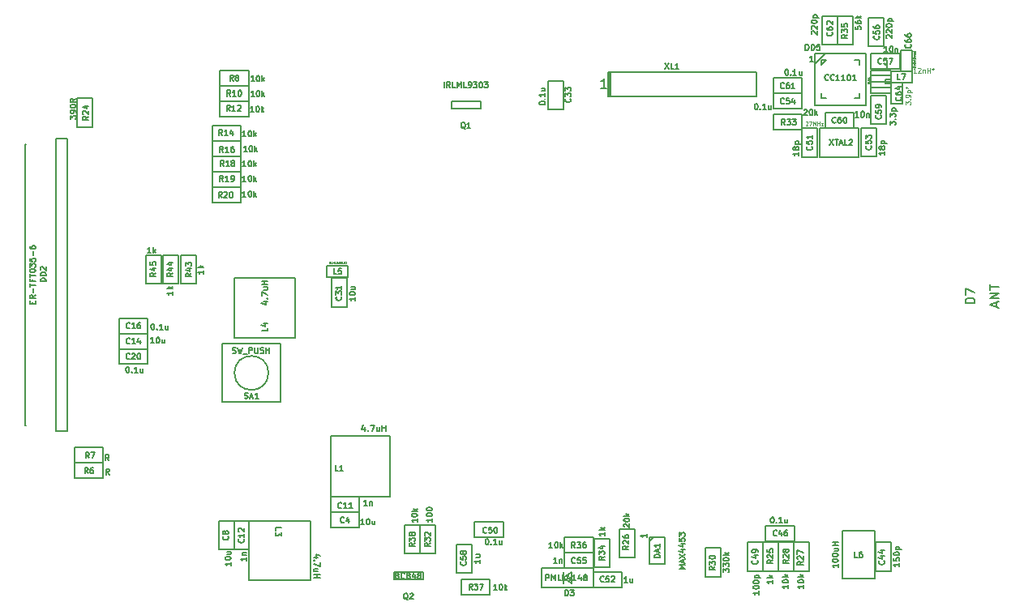
<source format=gto>
G04 #@! TF.GenerationSoftware,KiCad,Pcbnew,(2017-02-02 revision 8dadc18)-makepkg*
G04 #@! TF.CreationDate,2017-03-13T12:53:18+03:00*
G04 #@! TF.ProjectId,Badge,42616467652E6B696361645F70636200,rev?*
G04 #@! TF.FileFunction,Legend,Top*
G04 #@! TF.FilePolarity,Positive*
%FSLAX46Y46*%
G04 Gerber Fmt 4.6, Leading zero omitted, Abs format (unit mm)*
G04 Created by KiCad (PCBNEW (2017-02-02 revision 8dadc18)-makepkg) date 03/13/17 12:53:18*
%MOMM*%
%LPD*%
G01*
G04 APERTURE LIST*
%ADD10C,0.100000*%
%ADD11C,0.150000*%
%ADD12C,0.149860*%
%ADD13C,0.200660*%
%ADD14C,0.127000*%
%ADD15C,0.158750*%
%ADD16C,0.160020*%
%ADD17C,0.050000*%
%ADD18C,0.125000*%
%ADD19C,0.075000*%
%ADD20C,0.031750*%
G04 APERTURE END LIST*
D10*
D11*
X190100000Y-104700000D02*
X193500000Y-104700000D01*
X193500000Y-104700000D02*
X193500000Y-109700000D01*
X193500000Y-109700000D02*
X190100000Y-109700000D01*
X190100000Y-109700000D02*
X190100000Y-104700000D01*
X134577000Y-103675000D02*
X134577000Y-109875000D01*
X134577000Y-109875000D02*
X128177000Y-109875000D01*
X128177000Y-109875000D02*
X128177000Y-103675000D01*
X128177000Y-103675000D02*
X134577000Y-103675000D01*
X126600000Y-78300000D02*
X133000000Y-78300000D01*
X126600000Y-84500000D02*
X126600000Y-78300000D01*
X133000000Y-84500000D02*
X126600000Y-84500000D01*
X133000000Y-78300000D02*
X133000000Y-84500000D01*
X136677000Y-94775000D02*
X142877000Y-94775000D01*
X142877000Y-94775000D02*
X142877000Y-101175000D01*
X142877000Y-101175000D02*
X136677000Y-101175000D01*
X136677000Y-101175000D02*
X136677000Y-94775000D01*
D12*
X169999900Y-105400460D02*
X171600100Y-105400460D01*
X171600100Y-105400460D02*
X171600100Y-108199540D01*
X171600100Y-108199540D02*
X169999900Y-108199540D01*
X169999900Y-108199540D02*
X169999900Y-105400460D01*
X170350420Y-105400460D02*
X169999900Y-105750980D01*
D11*
X187752000Y-62621800D02*
X191816000Y-62621800D01*
X191816000Y-62621800D02*
X191816000Y-65669800D01*
X191816000Y-65669800D02*
X187752000Y-65669800D01*
X187752000Y-65669800D02*
X187752000Y-62621800D01*
X196200000Y-56700000D02*
X196200000Y-55600000D01*
X197400000Y-56700000D02*
X196200000Y-56700000D01*
X197400000Y-54500000D02*
X197400000Y-56700000D01*
X196200000Y-54500000D02*
X197400000Y-54500000D01*
X196200000Y-55600000D02*
X196200000Y-54500000D01*
X196400000Y-59000000D02*
X196400000Y-60100000D01*
X196400000Y-60100000D02*
X195200000Y-60100000D01*
X195200000Y-60100000D02*
X195200000Y-57900000D01*
X195200000Y-57900000D02*
X196400000Y-57900000D01*
X196400000Y-57900000D02*
X196400000Y-59000000D01*
X130178000Y-88200000D02*
G75*
G03X130178000Y-88200000I-1778000J0D01*
G01*
X125352000Y-85152000D02*
X125352000Y-91248000D01*
X125352000Y-91248000D02*
X131448000Y-91248000D01*
X131448000Y-91248000D02*
X131448000Y-85152000D01*
X131448000Y-85152000D02*
X125352000Y-85152000D01*
X154700000Y-103800000D02*
X154700000Y-104600000D01*
X151700000Y-103800000D02*
X154700000Y-103800000D01*
X151700000Y-105400000D02*
X151700000Y-103800000D01*
X154700000Y-105400000D02*
X151700000Y-105400000D01*
X154700000Y-104600000D02*
X154700000Y-105400000D01*
X194400000Y-108900000D02*
X193600000Y-108900000D01*
X193600000Y-108900000D02*
X193600000Y-105900000D01*
X193600000Y-105900000D02*
X195200000Y-105900000D01*
X195200000Y-105900000D02*
X195200000Y-108900000D01*
X195200000Y-108900000D02*
X194400000Y-108900000D01*
X182100000Y-105000000D02*
X182100000Y-104200000D01*
X182100000Y-104200000D02*
X185100000Y-104200000D01*
X185100000Y-104200000D02*
X185100000Y-105800000D01*
X185100000Y-105800000D02*
X182100000Y-105800000D01*
X182100000Y-105800000D02*
X182100000Y-105000000D01*
X193100000Y-56423600D02*
X193100000Y-55623600D01*
X196100000Y-56423600D02*
X193100000Y-56423600D01*
X196100000Y-54823600D02*
X196100000Y-56423600D01*
X193100000Y-54823600D02*
X196100000Y-54823600D01*
X193100000Y-55623600D02*
X193100000Y-54823600D01*
X188800000Y-53900000D02*
X188000000Y-53900000D01*
X188000000Y-53900000D02*
X188000000Y-50900000D01*
X188000000Y-50900000D02*
X189600000Y-50900000D01*
X189600000Y-50900000D02*
X189600000Y-53900000D01*
X189600000Y-53900000D02*
X188800000Y-53900000D01*
X185900000Y-57400000D02*
X185900000Y-58200000D01*
X182900000Y-57400000D02*
X185900000Y-57400000D01*
X182900000Y-59000000D02*
X182900000Y-57400000D01*
X185900000Y-59000000D02*
X182900000Y-59000000D01*
X185900000Y-58200000D02*
X185900000Y-59000000D01*
X191300000Y-61800000D02*
X191300000Y-62600000D01*
X191300000Y-62600000D02*
X188300000Y-62600000D01*
X188300000Y-62600000D02*
X188300000Y-61000000D01*
X188300000Y-61000000D02*
X191300000Y-61000000D01*
X191300000Y-61000000D02*
X191300000Y-61800000D01*
X164100000Y-110600000D02*
X164100000Y-109800000D01*
X167100000Y-110600000D02*
X164100000Y-110600000D01*
X167100000Y-109000000D02*
X167100000Y-110600000D01*
X164100000Y-109000000D02*
X167100000Y-109000000D01*
X164100000Y-109800000D02*
X164100000Y-109000000D01*
X181000000Y-105900000D02*
X181800000Y-105900000D01*
X181800000Y-105900000D02*
X181800000Y-108900000D01*
X181800000Y-108900000D02*
X180200000Y-108900000D01*
X180200000Y-108900000D02*
X180200000Y-105900000D01*
X180200000Y-105900000D02*
X181000000Y-105900000D01*
X193600000Y-54100000D02*
X192800000Y-54100000D01*
X192800000Y-54100000D02*
X192800000Y-51100000D01*
X192800000Y-51100000D02*
X194400000Y-51100000D01*
X194400000Y-51100000D02*
X194400000Y-54100000D01*
X194400000Y-54100000D02*
X193600000Y-54100000D01*
X161100000Y-108600000D02*
X161100000Y-107800000D01*
X164100000Y-108600000D02*
X161100000Y-108600000D01*
X164100000Y-107000000D02*
X164100000Y-108600000D01*
X161100000Y-107000000D02*
X164100000Y-107000000D01*
X161100000Y-107800000D02*
X161100000Y-107000000D01*
X185900000Y-59800000D02*
X185900000Y-60600000D01*
X185900000Y-60600000D02*
X182900000Y-60600000D01*
X182900000Y-60600000D02*
X182900000Y-59000000D01*
X182900000Y-59000000D02*
X185900000Y-59000000D01*
X185900000Y-59000000D02*
X185900000Y-59800000D01*
X192073000Y-62598100D02*
X192873000Y-62598100D01*
X192073000Y-65598100D02*
X192073000Y-62598100D01*
X193673000Y-65598100D02*
X192073000Y-65598100D01*
X193673000Y-62598100D02*
X193673000Y-65598100D01*
X192873000Y-62598100D02*
X193673000Y-62598100D01*
X187495000Y-65629800D02*
X186695000Y-65629800D01*
X187495000Y-62629800D02*
X187495000Y-65629800D01*
X185895000Y-62629800D02*
X187495000Y-62629800D01*
X185895000Y-65629800D02*
X185895000Y-62629800D01*
X186695000Y-65629800D02*
X185895000Y-65629800D01*
X193900000Y-59200000D02*
X194700000Y-59200000D01*
X194700000Y-59200000D02*
X194700000Y-62200000D01*
X194700000Y-62200000D02*
X193100000Y-62200000D01*
X193100000Y-62200000D02*
X193100000Y-59200000D01*
X193100000Y-59200000D02*
X193900000Y-59200000D01*
X149800000Y-106100000D02*
X150600000Y-106100000D01*
X149800000Y-109100000D02*
X149800000Y-106100000D01*
X151400000Y-109100000D02*
X149800000Y-109100000D01*
X151400000Y-106100000D02*
X151400000Y-109100000D01*
X150600000Y-106100000D02*
X151400000Y-106100000D01*
X114575000Y-84085700D02*
X114575000Y-83285700D01*
X117575000Y-84085700D02*
X114575000Y-84085700D01*
X117575000Y-82485700D02*
X117575000Y-84085700D01*
X114575000Y-82485700D02*
X117575000Y-82485700D01*
X114575000Y-83285700D02*
X114575000Y-82485700D01*
X114575000Y-85685700D02*
X114575000Y-84885700D01*
X117575000Y-85685700D02*
X114575000Y-85685700D01*
X117575000Y-84085700D02*
X117575000Y-85685700D01*
X114575000Y-84085700D02*
X117575000Y-84085700D01*
X114575000Y-84885700D02*
X114575000Y-84085700D01*
X126577000Y-103675000D02*
X127377000Y-103675000D01*
X126577000Y-106675000D02*
X126577000Y-103675000D01*
X128177000Y-106675000D02*
X126577000Y-106675000D01*
X128177000Y-103675000D02*
X128177000Y-106675000D01*
X127377000Y-103675000D02*
X128177000Y-103675000D01*
X139677000Y-101975000D02*
X139677000Y-102775000D01*
X139677000Y-102775000D02*
X136677000Y-102775000D01*
X136677000Y-102775000D02*
X136677000Y-101175000D01*
X136677000Y-101175000D02*
X139677000Y-101175000D01*
X139677000Y-101175000D02*
X139677000Y-101975000D01*
X124977000Y-103675000D02*
X125777000Y-103675000D01*
X124977000Y-106675000D02*
X124977000Y-103675000D01*
X126577000Y-106675000D02*
X124977000Y-106675000D01*
X126577000Y-103675000D02*
X126577000Y-106675000D01*
X125777000Y-103675000D02*
X126577000Y-103675000D01*
X139677000Y-102775000D02*
X139677000Y-103575000D01*
X136677000Y-102775000D02*
X139677000Y-102775000D01*
X136677000Y-104375000D02*
X136677000Y-102775000D01*
X139677000Y-104375000D02*
X136677000Y-104375000D01*
X139677000Y-103575000D02*
X139677000Y-104375000D01*
X136800000Y-78300000D02*
X137600000Y-78300000D01*
X136800000Y-81300000D02*
X136800000Y-78300000D01*
X138400000Y-81300000D02*
X136800000Y-81300000D01*
X138400000Y-78300000D02*
X138400000Y-81300000D01*
X137600000Y-78300000D02*
X138400000Y-78300000D01*
X159400000Y-57700000D02*
X160200000Y-57700000D01*
X159400000Y-60700000D02*
X159400000Y-57700000D01*
X161000000Y-60700000D02*
X159400000Y-60700000D01*
X161000000Y-57700000D02*
X161000000Y-60700000D01*
X160200000Y-57700000D02*
X161000000Y-57700000D01*
X114575000Y-86485700D02*
X114575000Y-85685700D01*
X114575000Y-85685700D02*
X117575000Y-85685700D01*
X117575000Y-85685700D02*
X117575000Y-87285700D01*
X117575000Y-87285700D02*
X114575000Y-87285700D01*
X114575000Y-87285700D02*
X114575000Y-86485700D01*
X104866000Y-93692400D02*
X104766000Y-93692400D01*
X104766000Y-93692400D02*
X104766000Y-64292400D01*
X104766000Y-64292400D02*
X104866000Y-64292400D01*
X107966000Y-63692400D02*
X109166000Y-63692400D01*
X109166000Y-63692400D02*
X109166000Y-94292400D01*
X109166000Y-94292400D02*
X107966000Y-94292400D01*
X107966000Y-94292400D02*
X107966000Y-63692400D01*
X165930000Y-59270000D02*
X181170000Y-59270000D01*
X181170000Y-56730000D02*
X165930000Y-56730000D01*
X181170000Y-56730000D02*
X181170000Y-59270000D01*
X165930000Y-59270000D02*
X165676000Y-59270000D01*
X165676000Y-59270000D02*
X165676000Y-56730000D01*
X165676000Y-56730000D02*
X165930000Y-56730000D01*
X165930000Y-56730000D02*
X165803000Y-56730000D01*
X165803000Y-56730000D02*
X165803000Y-59270000D01*
X165930000Y-59270000D02*
X165930000Y-56730000D01*
X158700000Y-108600000D02*
X164100000Y-108600000D01*
X164100000Y-108600000D02*
X164100000Y-110600000D01*
X164100000Y-110600000D02*
X158700000Y-110600000D01*
X158700000Y-110600000D02*
X158700000Y-108600000D01*
D13*
X161001220Y-109600000D02*
X161798780Y-109000560D01*
X161798780Y-109000560D02*
X161798780Y-110199440D01*
X161798780Y-110199440D02*
X161001220Y-109600000D01*
X161001220Y-109000560D02*
X161001220Y-110199440D01*
D11*
X188400000Y-59500000D02*
X187900000Y-59500000D01*
X187900000Y-59500000D02*
X187900000Y-59000000D01*
X191900000Y-59000000D02*
X191900000Y-59500000D01*
X191900000Y-59500000D02*
X191400000Y-59500000D01*
X191400000Y-55500000D02*
X191900000Y-55500000D01*
X191900000Y-55500000D02*
X191900000Y-56000000D01*
X187900000Y-56000000D02*
X187900000Y-55500000D01*
X187900000Y-55500000D02*
X188400000Y-55500000D01*
X188400000Y-55500000D02*
X187900000Y-56000000D01*
X187200000Y-55950000D02*
X188350000Y-54800000D01*
X192600000Y-54800000D02*
X192600000Y-60200000D01*
X192600000Y-60200000D02*
X187200000Y-60200000D01*
X187200000Y-60200000D02*
X187200000Y-54800000D01*
X187200000Y-54800000D02*
X192600000Y-54800000D01*
X184200000Y-105900000D02*
X185000000Y-105900000D01*
X185000000Y-105900000D02*
X185000000Y-108900000D01*
X185000000Y-108900000D02*
X183400000Y-108900000D01*
X183400000Y-108900000D02*
X183400000Y-105900000D01*
X183400000Y-105900000D02*
X184200000Y-105900000D01*
X176600000Y-106500000D02*
X177400000Y-106500000D01*
X177400000Y-106500000D02*
X177400000Y-109500000D01*
X177400000Y-109500000D02*
X175800000Y-109500000D01*
X175800000Y-109500000D02*
X175800000Y-106500000D01*
X175800000Y-106500000D02*
X176600000Y-106500000D01*
X146800000Y-107100000D02*
X146000000Y-107100000D01*
X146000000Y-107100000D02*
X146000000Y-104100000D01*
X146000000Y-104100000D02*
X147600000Y-104100000D01*
X147600000Y-104100000D02*
X147600000Y-107100000D01*
X147600000Y-107100000D02*
X146800000Y-107100000D01*
X185900000Y-61200000D02*
X185900000Y-62000000D01*
X182900000Y-61200000D02*
X185900000Y-61200000D01*
X182900000Y-62800000D02*
X182900000Y-61200000D01*
X185900000Y-62800000D02*
X182900000Y-62800000D01*
X185900000Y-62000000D02*
X185900000Y-62800000D01*
X167600000Y-104500000D02*
X168400000Y-104500000D01*
X168400000Y-104500000D02*
X168400000Y-107500000D01*
X168400000Y-107500000D02*
X166800000Y-107500000D01*
X166800000Y-107500000D02*
X166800000Y-104500000D01*
X166800000Y-104500000D02*
X167600000Y-104500000D01*
X164200000Y-105500000D02*
X165000000Y-105500000D01*
X164200000Y-108500000D02*
X164200000Y-105500000D01*
X165800000Y-108500000D02*
X164200000Y-108500000D01*
X165800000Y-105500000D02*
X165800000Y-108500000D01*
X165000000Y-105500000D02*
X165800000Y-105500000D01*
X164100000Y-106200000D02*
X164100000Y-107000000D01*
X164100000Y-107000000D02*
X161100000Y-107000000D01*
X161100000Y-107000000D02*
X161100000Y-105400000D01*
X161100000Y-105400000D02*
X164100000Y-105400000D01*
X164100000Y-105400000D02*
X164100000Y-106200000D01*
X153300000Y-109800000D02*
X153300000Y-110600000D01*
X150300000Y-109800000D02*
X153300000Y-109800000D01*
X150300000Y-111400000D02*
X150300000Y-109800000D01*
X153300000Y-111400000D02*
X150300000Y-111400000D01*
X153300000Y-110600000D02*
X153300000Y-111400000D01*
X145200000Y-107100000D02*
X144400000Y-107100000D01*
X144400000Y-107100000D02*
X144400000Y-104100000D01*
X144400000Y-104100000D02*
X146000000Y-104100000D01*
X146000000Y-104100000D02*
X146000000Y-107100000D01*
X146000000Y-107100000D02*
X145200000Y-107100000D01*
X121800000Y-75900000D02*
X122600000Y-75900000D01*
X122600000Y-75900000D02*
X122600000Y-78900000D01*
X122600000Y-78900000D02*
X121000000Y-78900000D01*
X121000000Y-78900000D02*
X121000000Y-75900000D01*
X121000000Y-75900000D02*
X121800000Y-75900000D01*
X119200000Y-75900000D02*
X120000000Y-75900000D01*
X119200000Y-78900000D02*
X119200000Y-75900000D01*
X120800000Y-78900000D02*
X119200000Y-78900000D01*
X120800000Y-75900000D02*
X120800000Y-78900000D01*
X120000000Y-75900000D02*
X120800000Y-75900000D01*
X118200000Y-75900000D02*
X119000000Y-75900000D01*
X119000000Y-75900000D02*
X119000000Y-78900000D01*
X119000000Y-78900000D02*
X117400000Y-78900000D01*
X117400000Y-78900000D02*
X117400000Y-75900000D01*
X117400000Y-75900000D02*
X118200000Y-75900000D01*
X191200000Y-53900000D02*
X190400000Y-53900000D01*
X191200000Y-50900000D02*
X191200000Y-53900000D01*
X189600000Y-50900000D02*
X191200000Y-50900000D01*
X189600000Y-53900000D02*
X189600000Y-50900000D01*
X190400000Y-53900000D02*
X189600000Y-53900000D01*
X183400000Y-108900000D02*
X182600000Y-108900000D01*
X183400000Y-105900000D02*
X183400000Y-108900000D01*
X181800000Y-105900000D02*
X183400000Y-105900000D01*
X181800000Y-108900000D02*
X181800000Y-105900000D01*
X182600000Y-108900000D02*
X181800000Y-108900000D01*
X185800000Y-108900000D02*
X185000000Y-108900000D01*
X185000000Y-108900000D02*
X185000000Y-105900000D01*
X185000000Y-105900000D02*
X186600000Y-105900000D01*
X186600000Y-105900000D02*
X186600000Y-108900000D01*
X186600000Y-108900000D02*
X185800000Y-108900000D01*
X109900000Y-98400000D02*
X109900000Y-97600000D01*
X109900000Y-97600000D02*
X112900000Y-97600000D01*
X112900000Y-97600000D02*
X112900000Y-99200000D01*
X112900000Y-99200000D02*
X109900000Y-99200000D01*
X109900000Y-99200000D02*
X109900000Y-98400000D01*
X109900000Y-97600000D02*
X109900000Y-96800000D01*
X112900000Y-97600000D02*
X109900000Y-97600000D01*
X112900000Y-96000000D02*
X112900000Y-97600000D01*
X109900000Y-96000000D02*
X112900000Y-96000000D01*
X109900000Y-96800000D02*
X109900000Y-96000000D01*
X125100000Y-57400000D02*
X125100000Y-56600000D01*
X125100000Y-56600000D02*
X128100000Y-56600000D01*
X128100000Y-56600000D02*
X128100000Y-58200000D01*
X128100000Y-58200000D02*
X125100000Y-58200000D01*
X125100000Y-58200000D02*
X125100000Y-57400000D01*
X125100000Y-59000000D02*
X125100000Y-58200000D01*
X125100000Y-58200000D02*
X128100000Y-58200000D01*
X128100000Y-58200000D02*
X128100000Y-59800000D01*
X128100000Y-59800000D02*
X125100000Y-59800000D01*
X125100000Y-59800000D02*
X125100000Y-59000000D01*
X125100000Y-60600000D02*
X125100000Y-59800000D01*
X125100000Y-59800000D02*
X128100000Y-59800000D01*
X128100000Y-59800000D02*
X128100000Y-61400000D01*
X128100000Y-61400000D02*
X125100000Y-61400000D01*
X125100000Y-61400000D02*
X125100000Y-60600000D01*
X124294000Y-63159500D02*
X124294000Y-62359500D01*
X124294000Y-62359500D02*
X127294000Y-62359500D01*
X127294000Y-62359500D02*
X127294000Y-63959500D01*
X127294000Y-63959500D02*
X124294000Y-63959500D01*
X124294000Y-63959500D02*
X124294000Y-63159500D01*
X124294000Y-65559500D02*
X124294000Y-64759500D01*
X127294000Y-65559500D02*
X124294000Y-65559500D01*
X127294000Y-63959500D02*
X127294000Y-65559500D01*
X124294000Y-63959500D02*
X127294000Y-63959500D01*
X124294000Y-64759500D02*
X124294000Y-63959500D01*
X124294000Y-68759500D02*
X124294000Y-67959500D01*
X127294000Y-68759500D02*
X124294000Y-68759500D01*
X127294000Y-67159500D02*
X127294000Y-68759500D01*
X124294000Y-67159500D02*
X127294000Y-67159500D01*
X124294000Y-67959500D02*
X124294000Y-67159500D01*
X124294000Y-69559500D02*
X124294000Y-68759500D01*
X124294000Y-68759500D02*
X127294000Y-68759500D01*
X127294000Y-68759500D02*
X127294000Y-70359500D01*
X127294000Y-70359500D02*
X124294000Y-70359500D01*
X124294000Y-70359500D02*
X124294000Y-69559500D01*
X111000000Y-62500000D02*
X110200000Y-62500000D01*
X110200000Y-62500000D02*
X110200000Y-59500000D01*
X110200000Y-59500000D02*
X111800000Y-59500000D01*
X111800000Y-59500000D02*
X111800000Y-62500000D01*
X111800000Y-62500000D02*
X111000000Y-62500000D01*
X124294000Y-67159500D02*
X124294000Y-66359500D01*
X127294000Y-67159500D02*
X124294000Y-67159500D01*
X127294000Y-65559500D02*
X127294000Y-67159500D01*
X124294000Y-65559500D02*
X127294000Y-65559500D01*
X124294000Y-66359500D02*
X124294000Y-65559500D01*
D14*
X152324000Y-60581000D02*
X149276000Y-60581000D01*
X149276000Y-60581000D02*
X149276000Y-59819000D01*
X149276000Y-59819000D02*
X152324000Y-59819000D01*
X152324000Y-59819000D02*
X152324000Y-60581000D01*
D11*
X196300000Y-57900000D02*
X195200000Y-57900000D01*
X195200000Y-57900000D02*
X195200000Y-56700000D01*
X195200000Y-56700000D02*
X197400000Y-56700000D01*
X197400000Y-56700000D02*
X197400000Y-57900000D01*
X197400000Y-57900000D02*
X196300000Y-57900000D01*
X137400000Y-77000000D02*
X138500000Y-77000000D01*
X138500000Y-77000000D02*
X138500000Y-78200000D01*
X138500000Y-78200000D02*
X136300000Y-78200000D01*
X136300000Y-78200000D02*
X136300000Y-77000000D01*
X136300000Y-77000000D02*
X137400000Y-77000000D01*
X195206000Y-57555700D02*
X194636000Y-57555700D01*
X194636000Y-57555700D02*
X194636000Y-57955700D01*
X194636000Y-57955700D02*
X195206000Y-57955700D01*
X193156000Y-58385700D02*
X195156000Y-58385700D01*
X193156000Y-57125700D02*
X195156000Y-57125700D01*
X193106000Y-56575700D02*
X195206000Y-56575700D01*
X195206000Y-56575700D02*
X195206000Y-58935700D01*
X195206000Y-58935700D02*
X193106000Y-58935700D01*
X193106000Y-58935700D02*
X193106000Y-56575700D01*
D14*
X146324000Y-109781000D02*
X143276000Y-109781000D01*
X143276000Y-109781000D02*
X143276000Y-109019000D01*
X143276000Y-109019000D02*
X146324000Y-109019000D01*
X146324000Y-109019000D02*
X146324000Y-109781000D01*
D11*
X203944380Y-80919495D02*
X202944380Y-80919495D01*
X202944380Y-80681400D01*
X202992000Y-80538542D01*
X203087238Y-80443304D01*
X203182476Y-80395685D01*
X203372952Y-80348066D01*
X203515809Y-80348066D01*
X203706285Y-80395685D01*
X203801523Y-80443304D01*
X203896761Y-80538542D01*
X203944380Y-80681400D01*
X203944380Y-80919495D01*
X202944380Y-80014733D02*
X202944380Y-79348066D01*
X203944380Y-79776638D01*
X206198666Y-81324257D02*
X206198666Y-80848066D01*
X206484380Y-81419495D02*
X205484380Y-81086161D01*
X206484380Y-80752828D01*
X206484380Y-80419495D02*
X205484380Y-80419495D01*
X206484380Y-79848066D01*
X205484380Y-79848066D01*
X205484380Y-79514733D02*
X205484380Y-78943304D01*
X206484380Y-79229019D02*
X205484380Y-79229019D01*
X191700000Y-107471428D02*
X191414285Y-107471428D01*
X191414285Y-106871428D01*
X192157142Y-106871428D02*
X192042857Y-106871428D01*
X191985714Y-106900000D01*
X191957142Y-106928571D01*
X191900000Y-107014285D01*
X191871428Y-107128571D01*
X191871428Y-107357142D01*
X191900000Y-107414285D01*
X191928571Y-107442857D01*
X191985714Y-107471428D01*
X192100000Y-107471428D01*
X192157142Y-107442857D01*
X192185714Y-107414285D01*
X192214285Y-107357142D01*
X192214285Y-107214285D01*
X192185714Y-107157142D01*
X192157142Y-107128571D01*
X192100000Y-107100000D01*
X191985714Y-107100000D01*
X191928571Y-107128571D01*
X191900000Y-107157142D01*
X191871428Y-107214285D01*
X189671428Y-108185714D02*
X189671428Y-108528571D01*
X189671428Y-108357142D02*
X189071428Y-108357142D01*
X189157142Y-108414285D01*
X189214285Y-108471428D01*
X189242857Y-108528571D01*
X189071428Y-107814285D02*
X189071428Y-107757142D01*
X189100000Y-107700000D01*
X189128571Y-107671428D01*
X189185714Y-107642857D01*
X189300000Y-107614285D01*
X189442857Y-107614285D01*
X189557142Y-107642857D01*
X189614285Y-107671428D01*
X189642857Y-107700000D01*
X189671428Y-107757142D01*
X189671428Y-107814285D01*
X189642857Y-107871428D01*
X189614285Y-107900000D01*
X189557142Y-107928571D01*
X189442857Y-107957142D01*
X189300000Y-107957142D01*
X189185714Y-107928571D01*
X189128571Y-107900000D01*
X189100000Y-107871428D01*
X189071428Y-107814285D01*
X189071428Y-107242857D02*
X189071428Y-107185714D01*
X189100000Y-107128571D01*
X189128571Y-107100000D01*
X189185714Y-107071428D01*
X189300000Y-107042857D01*
X189442857Y-107042857D01*
X189557142Y-107071428D01*
X189614285Y-107100000D01*
X189642857Y-107128571D01*
X189671428Y-107185714D01*
X189671428Y-107242857D01*
X189642857Y-107300000D01*
X189614285Y-107328571D01*
X189557142Y-107357142D01*
X189442857Y-107385714D01*
X189300000Y-107385714D01*
X189185714Y-107357142D01*
X189128571Y-107328571D01*
X189100000Y-107300000D01*
X189071428Y-107242857D01*
X189271428Y-106528571D02*
X189671428Y-106528571D01*
X189271428Y-106785714D02*
X189585714Y-106785714D01*
X189642857Y-106757142D01*
X189671428Y-106700000D01*
X189671428Y-106614285D01*
X189642857Y-106557142D01*
X189614285Y-106528571D01*
X189671428Y-106242857D02*
X189071428Y-106242857D01*
X189357142Y-106242857D02*
X189357142Y-105900000D01*
X189671428Y-105900000D02*
X189071428Y-105900000D01*
D12*
X130905824Y-104675093D02*
X130905824Y-104389645D01*
X131505264Y-104389645D01*
X131505264Y-104817817D02*
X131505264Y-105188899D01*
X131276906Y-104989085D01*
X131276906Y-105074720D01*
X131248361Y-105131809D01*
X131219817Y-105160354D01*
X131162727Y-105188899D01*
X131020003Y-105188899D01*
X130962914Y-105160354D01*
X130934369Y-105131809D01*
X130905824Y-105074720D01*
X130905824Y-104903451D01*
X130934369Y-104846361D01*
X130962914Y-104817817D01*
D15*
X135336071Y-107447500D02*
X134912738Y-107447500D01*
X135577976Y-107296309D02*
X135124404Y-107145119D01*
X135124404Y-107538214D01*
X134973214Y-107780119D02*
X134942976Y-107810357D01*
X134912738Y-107780119D01*
X134942976Y-107749880D01*
X134973214Y-107780119D01*
X134912738Y-107780119D01*
X135547738Y-108022023D02*
X135547738Y-108445357D01*
X134912738Y-108173214D01*
X135336071Y-108959404D02*
X134912738Y-108959404D01*
X135336071Y-108687261D02*
X135003452Y-108687261D01*
X134942976Y-108717500D01*
X134912738Y-108777976D01*
X134912738Y-108868690D01*
X134942976Y-108929166D01*
X134973214Y-108959404D01*
X134912738Y-109261785D02*
X135547738Y-109261785D01*
X135245357Y-109261785D02*
X135245357Y-109624642D01*
X134912738Y-109624642D02*
X135547738Y-109624642D01*
D16*
D12*
X130071175Y-83499906D02*
X130071175Y-83785354D01*
X129471735Y-83785354D01*
X129671548Y-83043190D02*
X130071175Y-83043190D01*
X129443190Y-83185914D02*
X129871361Y-83328638D01*
X129871361Y-82957556D01*
D15*
X129663928Y-80752500D02*
X130087261Y-80752500D01*
X129422023Y-80903690D02*
X129875595Y-81054880D01*
X129875595Y-80661785D01*
X130026785Y-80419880D02*
X130057023Y-80389642D01*
X130087261Y-80419880D01*
X130057023Y-80450119D01*
X130026785Y-80419880D01*
X130087261Y-80419880D01*
X129452261Y-80177976D02*
X129452261Y-79754642D01*
X130087261Y-80026785D01*
X129663928Y-79240595D02*
X130087261Y-79240595D01*
X129663928Y-79512738D02*
X129996547Y-79512738D01*
X130057023Y-79482500D01*
X130087261Y-79422023D01*
X130087261Y-79331309D01*
X130057023Y-79270833D01*
X130026785Y-79240595D01*
X130087261Y-78938214D02*
X129452261Y-78938214D01*
X129754642Y-78938214D02*
X129754642Y-78575357D01*
X130087261Y-78575357D02*
X129452261Y-78575357D01*
D16*
D12*
X137477093Y-98446175D02*
X137191645Y-98446175D01*
X137191645Y-97846735D01*
X137990899Y-98446175D02*
X137648361Y-98446175D01*
X137819630Y-98446175D02*
X137819630Y-97846735D01*
X137762540Y-97932369D01*
X137705451Y-97989459D01*
X137648361Y-98018003D01*
D15*
X140247500Y-93863928D02*
X140247500Y-94287261D01*
X140096309Y-93622023D02*
X139945119Y-94075595D01*
X140338214Y-94075595D01*
X140580119Y-94226785D02*
X140610357Y-94257023D01*
X140580119Y-94287261D01*
X140549880Y-94257023D01*
X140580119Y-94226785D01*
X140580119Y-94287261D01*
X140822023Y-93652261D02*
X141245357Y-93652261D01*
X140973214Y-94287261D01*
X141759404Y-93863928D02*
X141759404Y-94287261D01*
X141487261Y-93863928D02*
X141487261Y-94196547D01*
X141517500Y-94257023D01*
X141577976Y-94287261D01*
X141668690Y-94287261D01*
X141729166Y-94257023D01*
X141759404Y-94226785D01*
X142061785Y-94287261D02*
X142061785Y-93652261D01*
X142061785Y-93954642D02*
X142424642Y-93954642D01*
X142424642Y-94287261D02*
X142424642Y-93652261D01*
D16*
D11*
X171071428Y-107500000D02*
X170471428Y-107500000D01*
X170471428Y-107357142D01*
X170500000Y-107271428D01*
X170557142Y-107214285D01*
X170614285Y-107185714D01*
X170728571Y-107157142D01*
X170814285Y-107157142D01*
X170928571Y-107185714D01*
X170985714Y-107214285D01*
X171042857Y-107271428D01*
X171071428Y-107357142D01*
X171071428Y-107500000D01*
X170900000Y-106928571D02*
X170900000Y-106642857D01*
X171071428Y-106985714D02*
X170471428Y-106785714D01*
X171071428Y-106585714D01*
X171071428Y-106071428D02*
X171071428Y-106414285D01*
X171071428Y-106242857D02*
X170471428Y-106242857D01*
X170557142Y-106300000D01*
X170614285Y-106357142D01*
X170642857Y-106414285D01*
X173671428Y-108685714D02*
X173071428Y-108685714D01*
X173500000Y-108485714D01*
X173071428Y-108285714D01*
X173671428Y-108285714D01*
X173500000Y-108028571D02*
X173500000Y-107742857D01*
X173671428Y-108085714D02*
X173071428Y-107885714D01*
X173671428Y-107685714D01*
X173071428Y-107542857D02*
X173671428Y-107142857D01*
X173071428Y-107142857D02*
X173671428Y-107542857D01*
X173271428Y-106657142D02*
X173671428Y-106657142D01*
X173042857Y-106800000D02*
X173471428Y-106942857D01*
X173471428Y-106571428D01*
X173271428Y-106085714D02*
X173671428Y-106085714D01*
X173042857Y-106228571D02*
X173471428Y-106371428D01*
X173471428Y-106000000D01*
X173071428Y-105485714D02*
X173071428Y-105771428D01*
X173357142Y-105800000D01*
X173328571Y-105771428D01*
X173300000Y-105714285D01*
X173300000Y-105571428D01*
X173328571Y-105514285D01*
X173357142Y-105485714D01*
X173414285Y-105457142D01*
X173557142Y-105457142D01*
X173614285Y-105485714D01*
X173642857Y-105514285D01*
X173671428Y-105571428D01*
X173671428Y-105714285D01*
X173642857Y-105771428D01*
X173614285Y-105800000D01*
X173071428Y-105257142D02*
X173071428Y-104885714D01*
X173300000Y-105085714D01*
X173300000Y-105000000D01*
X173328571Y-104942857D01*
X173357142Y-104914285D01*
X173414285Y-104885714D01*
X173557142Y-104885714D01*
X173614285Y-104914285D01*
X173642857Y-104942857D01*
X173671428Y-105000000D01*
X173671428Y-105171428D01*
X173642857Y-105228571D01*
X173614285Y-105257142D01*
X169671428Y-105028571D02*
X169671428Y-105371428D01*
X169671428Y-105200000D02*
X169071428Y-105200000D01*
X169157142Y-105257142D01*
X169214285Y-105314285D01*
X169242857Y-105371428D01*
D12*
X188770847Y-63817535D02*
X189170474Y-64416975D01*
X189170474Y-63817535D02*
X188770847Y-64416975D01*
X189313198Y-63817535D02*
X189655735Y-63817535D01*
X189484466Y-64416975D02*
X189484466Y-63817535D01*
X189827003Y-64245706D02*
X190112451Y-64245706D01*
X189769914Y-64416975D02*
X189969727Y-63817535D01*
X190169540Y-64416975D01*
X190654801Y-64416975D02*
X190369354Y-64416975D01*
X190369354Y-63817535D01*
X190826070Y-63874624D02*
X190854615Y-63846080D01*
X190911704Y-63817535D01*
X191054428Y-63817535D01*
X191111518Y-63846080D01*
X191140062Y-63874624D01*
X191168607Y-63931714D01*
X191168607Y-63988803D01*
X191140062Y-64074438D01*
X190797525Y-64416975D01*
X191168607Y-64416975D01*
D10*
X186279238Y-61964847D02*
X186298285Y-61945800D01*
X186336380Y-61926752D01*
X186431619Y-61926752D01*
X186469714Y-61945800D01*
X186488761Y-61964847D01*
X186507809Y-62002942D01*
X186507809Y-62041038D01*
X186488761Y-62098180D01*
X186260190Y-62326752D01*
X186507809Y-62326752D01*
X186641142Y-61926752D02*
X186907809Y-61926752D01*
X186736380Y-62326752D01*
X187060190Y-62326752D02*
X187060190Y-61926752D01*
X187193523Y-62212466D01*
X187326857Y-61926752D01*
X187326857Y-62326752D01*
X187517333Y-62326752D02*
X187517333Y-61926752D01*
X187517333Y-62117228D02*
X187745904Y-62117228D01*
X187745904Y-62326752D02*
X187745904Y-61926752D01*
X187898285Y-62060085D02*
X188107809Y-62060085D01*
X187898285Y-62326752D01*
X188107809Y-62326752D01*
D11*
X197214285Y-53885714D02*
X197242857Y-53914285D01*
X197271428Y-54000000D01*
X197271428Y-54057142D01*
X197242857Y-54142857D01*
X197185714Y-54200000D01*
X197128571Y-54228571D01*
X197014285Y-54257142D01*
X196928571Y-54257142D01*
X196814285Y-54228571D01*
X196757142Y-54200000D01*
X196700000Y-54142857D01*
X196671428Y-54057142D01*
X196671428Y-54000000D01*
X196700000Y-53914285D01*
X196728571Y-53885714D01*
X196671428Y-53371428D02*
X196671428Y-53485714D01*
X196700000Y-53542857D01*
X196728571Y-53571428D01*
X196814285Y-53628571D01*
X196928571Y-53657142D01*
X197157142Y-53657142D01*
X197214285Y-53628571D01*
X197242857Y-53600000D01*
X197271428Y-53542857D01*
X197271428Y-53428571D01*
X197242857Y-53371428D01*
X197214285Y-53342857D01*
X197157142Y-53314285D01*
X197014285Y-53314285D01*
X196957142Y-53342857D01*
X196928571Y-53371428D01*
X196900000Y-53428571D01*
X196900000Y-53542857D01*
X196928571Y-53600000D01*
X196957142Y-53628571D01*
X197014285Y-53657142D01*
X196671428Y-52800000D02*
X196671428Y-52914285D01*
X196700000Y-52971428D01*
X196728571Y-53000000D01*
X196814285Y-53057142D01*
X196928571Y-53085714D01*
X197157142Y-53085714D01*
X197214285Y-53057142D01*
X197242857Y-53028571D01*
X197271428Y-52971428D01*
X197271428Y-52857142D01*
X197242857Y-52800000D01*
X197214285Y-52771428D01*
X197157142Y-52742857D01*
X197014285Y-52742857D01*
X196957142Y-52771428D01*
X196928571Y-52800000D01*
X196900000Y-52857142D01*
X196900000Y-52971428D01*
X196928571Y-53028571D01*
X196957142Y-53057142D01*
X197014285Y-53085714D01*
D17*
X197690476Y-56238095D02*
X197490476Y-56238095D01*
X197490476Y-56190476D01*
X197500000Y-56161904D01*
X197519047Y-56142857D01*
X197538095Y-56133333D01*
X197576190Y-56123809D01*
X197604761Y-56123809D01*
X197642857Y-56133333D01*
X197661904Y-56142857D01*
X197680952Y-56161904D01*
X197690476Y-56190476D01*
X197690476Y-56238095D01*
X197690476Y-56009523D02*
X197680952Y-56028571D01*
X197671428Y-56038095D01*
X197652380Y-56047619D01*
X197595238Y-56047619D01*
X197576190Y-56038095D01*
X197566666Y-56028571D01*
X197557142Y-56009523D01*
X197557142Y-55980952D01*
X197566666Y-55961904D01*
X197576190Y-55952380D01*
X197595238Y-55942857D01*
X197652380Y-55942857D01*
X197671428Y-55952380D01*
X197680952Y-55961904D01*
X197690476Y-55980952D01*
X197690476Y-56009523D01*
X197690476Y-55857142D02*
X197490476Y-55857142D01*
X197690476Y-55742857D01*
X197490476Y-55742857D01*
X197690476Y-55619047D02*
X197680952Y-55638095D01*
X197671428Y-55647619D01*
X197652380Y-55657142D01*
X197595238Y-55657142D01*
X197576190Y-55647619D01*
X197566666Y-55638095D01*
X197557142Y-55619047D01*
X197557142Y-55590476D01*
X197566666Y-55571428D01*
X197576190Y-55561904D01*
X197595238Y-55552380D01*
X197652380Y-55552380D01*
X197671428Y-55561904D01*
X197680952Y-55571428D01*
X197690476Y-55590476D01*
X197690476Y-55619047D01*
X197557142Y-55495238D02*
X197557142Y-55419047D01*
X197490476Y-55466666D02*
X197661904Y-55466666D01*
X197680952Y-55457142D01*
X197690476Y-55438095D01*
X197690476Y-55419047D01*
X197690476Y-55352380D02*
X197490476Y-55352380D01*
X197633333Y-55285714D01*
X197490476Y-55219047D01*
X197690476Y-55219047D01*
X197690476Y-55095238D02*
X197680952Y-55114285D01*
X197671428Y-55123809D01*
X197652380Y-55133333D01*
X197595238Y-55133333D01*
X197576190Y-55123809D01*
X197566666Y-55114285D01*
X197557142Y-55095238D01*
X197557142Y-55066666D01*
X197566666Y-55047619D01*
X197576190Y-55038095D01*
X197595238Y-55028571D01*
X197652380Y-55028571D01*
X197671428Y-55038095D01*
X197680952Y-55047619D01*
X197690476Y-55066666D01*
X197690476Y-55095238D01*
X197557142Y-54857142D02*
X197690476Y-54857142D01*
X197557142Y-54942857D02*
X197661904Y-54942857D01*
X197680952Y-54933333D01*
X197690476Y-54914285D01*
X197690476Y-54885714D01*
X197680952Y-54866666D01*
X197671428Y-54857142D01*
X197557142Y-54761904D02*
X197690476Y-54761904D01*
X197576190Y-54761904D02*
X197566666Y-54752380D01*
X197557142Y-54733333D01*
X197557142Y-54704761D01*
X197566666Y-54685714D01*
X197585714Y-54676190D01*
X197690476Y-54676190D01*
X197557142Y-54609523D02*
X197557142Y-54533333D01*
X197490476Y-54580952D02*
X197661904Y-54580952D01*
X197680952Y-54571428D01*
X197690476Y-54552380D01*
X197690476Y-54533333D01*
D11*
X196214285Y-59385714D02*
X196242857Y-59414285D01*
X196271428Y-59500000D01*
X196271428Y-59557142D01*
X196242857Y-59642857D01*
X196185714Y-59700000D01*
X196128571Y-59728571D01*
X196014285Y-59757142D01*
X195928571Y-59757142D01*
X195814285Y-59728571D01*
X195757142Y-59700000D01*
X195700000Y-59642857D01*
X195671428Y-59557142D01*
X195671428Y-59500000D01*
X195700000Y-59414285D01*
X195728571Y-59385714D01*
X195671428Y-58871428D02*
X195671428Y-58985714D01*
X195700000Y-59042857D01*
X195728571Y-59071428D01*
X195814285Y-59128571D01*
X195928571Y-59157142D01*
X196157142Y-59157142D01*
X196214285Y-59128571D01*
X196242857Y-59100000D01*
X196271428Y-59042857D01*
X196271428Y-58928571D01*
X196242857Y-58871428D01*
X196214285Y-58842857D01*
X196157142Y-58814285D01*
X196014285Y-58814285D01*
X195957142Y-58842857D01*
X195928571Y-58871428D01*
X195900000Y-58928571D01*
X195900000Y-59042857D01*
X195928571Y-59100000D01*
X195957142Y-59128571D01*
X196014285Y-59157142D01*
X195871428Y-58300000D02*
X196271428Y-58300000D01*
X195642857Y-58442857D02*
X196071428Y-58585714D01*
X196071428Y-58214285D01*
D18*
X196726190Y-60140476D02*
X196726190Y-59830952D01*
X196916666Y-59997619D01*
X196916666Y-59926190D01*
X196940476Y-59878571D01*
X196964285Y-59854761D01*
X197011904Y-59830952D01*
X197130952Y-59830952D01*
X197178571Y-59854761D01*
X197202380Y-59878571D01*
X197226190Y-59926190D01*
X197226190Y-60069047D01*
X197202380Y-60116666D01*
X197178571Y-60140476D01*
X197178571Y-59616666D02*
X197202380Y-59592857D01*
X197226190Y-59616666D01*
X197202380Y-59640476D01*
X197178571Y-59616666D01*
X197226190Y-59616666D01*
X197226190Y-59354761D02*
X197226190Y-59259523D01*
X197202380Y-59211904D01*
X197178571Y-59188095D01*
X197107142Y-59140476D01*
X197011904Y-59116666D01*
X196821428Y-59116666D01*
X196773809Y-59140476D01*
X196750000Y-59164285D01*
X196726190Y-59211904D01*
X196726190Y-59307142D01*
X196750000Y-59354761D01*
X196773809Y-59378571D01*
X196821428Y-59402380D01*
X196940476Y-59402380D01*
X196988095Y-59378571D01*
X197011904Y-59354761D01*
X197035714Y-59307142D01*
X197035714Y-59211904D01*
X197011904Y-59164285D01*
X196988095Y-59140476D01*
X196940476Y-59116666D01*
X196892857Y-58902380D02*
X197392857Y-58902380D01*
X196916666Y-58902380D02*
X196892857Y-58854761D01*
X196892857Y-58759523D01*
X196916666Y-58711904D01*
X196940476Y-58688095D01*
X196988095Y-58664285D01*
X197130952Y-58664285D01*
X197178571Y-58688095D01*
X197202380Y-58711904D01*
X197226190Y-58759523D01*
X197226190Y-58854761D01*
X197202380Y-58902380D01*
X196726190Y-58378571D02*
X196845238Y-58378571D01*
X196797619Y-58497619D02*
X196845238Y-58378571D01*
X196797619Y-58259523D01*
X196940476Y-58450000D02*
X196845238Y-58378571D01*
X196940476Y-58307142D01*
D11*
X127685714Y-90842857D02*
X127771428Y-90871428D01*
X127914285Y-90871428D01*
X127971428Y-90842857D01*
X128000000Y-90814285D01*
X128028571Y-90757142D01*
X128028571Y-90700000D01*
X128000000Y-90642857D01*
X127971428Y-90614285D01*
X127914285Y-90585714D01*
X127800000Y-90557142D01*
X127742857Y-90528571D01*
X127714285Y-90500000D01*
X127685714Y-90442857D01*
X127685714Y-90385714D01*
X127714285Y-90328571D01*
X127742857Y-90300000D01*
X127800000Y-90271428D01*
X127942857Y-90271428D01*
X128028571Y-90300000D01*
X128257142Y-90700000D02*
X128542857Y-90700000D01*
X128200000Y-90871428D02*
X128400000Y-90271428D01*
X128600000Y-90871428D01*
X129114285Y-90871428D02*
X128771428Y-90871428D01*
X128942857Y-90871428D02*
X128942857Y-90271428D01*
X128885714Y-90357142D01*
X128828571Y-90414285D01*
X128771428Y-90442857D01*
X126408857Y-86106857D02*
X126494571Y-86135428D01*
X126637428Y-86135428D01*
X126694571Y-86106857D01*
X126723142Y-86078285D01*
X126751714Y-86021142D01*
X126751714Y-85964000D01*
X126723142Y-85906857D01*
X126694571Y-85878285D01*
X126637428Y-85849714D01*
X126523142Y-85821142D01*
X126466000Y-85792571D01*
X126437428Y-85764000D01*
X126408857Y-85706857D01*
X126408857Y-85649714D01*
X126437428Y-85592571D01*
X126466000Y-85564000D01*
X126523142Y-85535428D01*
X126666000Y-85535428D01*
X126751714Y-85564000D01*
X126951714Y-85535428D02*
X127094571Y-86135428D01*
X127208857Y-85706857D01*
X127323142Y-86135428D01*
X127466000Y-85535428D01*
X127551714Y-86192571D02*
X128008857Y-86192571D01*
X128151714Y-86135428D02*
X128151714Y-85535428D01*
X128380285Y-85535428D01*
X128437428Y-85564000D01*
X128466000Y-85592571D01*
X128494571Y-85649714D01*
X128494571Y-85735428D01*
X128466000Y-85792571D01*
X128437428Y-85821142D01*
X128380285Y-85849714D01*
X128151714Y-85849714D01*
X128751714Y-85535428D02*
X128751714Y-86021142D01*
X128780285Y-86078285D01*
X128808857Y-86106857D01*
X128866000Y-86135428D01*
X128980285Y-86135428D01*
X129037428Y-86106857D01*
X129066000Y-86078285D01*
X129094571Y-86021142D01*
X129094571Y-85535428D01*
X129351714Y-86106857D02*
X129437428Y-86135428D01*
X129580285Y-86135428D01*
X129637428Y-86106857D01*
X129666000Y-86078285D01*
X129694571Y-86021142D01*
X129694571Y-85964000D01*
X129666000Y-85906857D01*
X129637428Y-85878285D01*
X129580285Y-85849714D01*
X129466000Y-85821142D01*
X129408857Y-85792571D01*
X129380285Y-85764000D01*
X129351714Y-85706857D01*
X129351714Y-85649714D01*
X129380285Y-85592571D01*
X129408857Y-85564000D01*
X129466000Y-85535428D01*
X129608857Y-85535428D01*
X129694571Y-85564000D01*
X129951714Y-86135428D02*
X129951714Y-85535428D01*
X129951714Y-85821142D02*
X130294571Y-85821142D01*
X130294571Y-86135428D02*
X130294571Y-85535428D01*
X152934285Y-104864285D02*
X152905714Y-104892857D01*
X152820000Y-104921428D01*
X152762857Y-104921428D01*
X152677142Y-104892857D01*
X152620000Y-104835714D01*
X152591428Y-104778571D01*
X152562857Y-104664285D01*
X152562857Y-104578571D01*
X152591428Y-104464285D01*
X152620000Y-104407142D01*
X152677142Y-104350000D01*
X152762857Y-104321428D01*
X152820000Y-104321428D01*
X152905714Y-104350000D01*
X152934285Y-104378571D01*
X153477142Y-104321428D02*
X153191428Y-104321428D01*
X153162857Y-104607142D01*
X153191428Y-104578571D01*
X153248571Y-104550000D01*
X153391428Y-104550000D01*
X153448571Y-104578571D01*
X153477142Y-104607142D01*
X153505714Y-104664285D01*
X153505714Y-104807142D01*
X153477142Y-104864285D01*
X153448571Y-104892857D01*
X153391428Y-104921428D01*
X153248571Y-104921428D01*
X153191428Y-104892857D01*
X153162857Y-104864285D01*
X153877142Y-104321428D02*
X153934285Y-104321428D01*
X153991428Y-104350000D01*
X154020000Y-104378571D01*
X154048571Y-104435714D01*
X154077142Y-104550000D01*
X154077142Y-104692857D01*
X154048571Y-104807142D01*
X154020000Y-104864285D01*
X153991428Y-104892857D01*
X153934285Y-104921428D01*
X153877142Y-104921428D01*
X153820000Y-104892857D01*
X153791428Y-104864285D01*
X153762857Y-104807142D01*
X153734285Y-104692857D01*
X153734285Y-104550000D01*
X153762857Y-104435714D01*
X153791428Y-104378571D01*
X153820000Y-104350000D01*
X153877142Y-104321428D01*
X152971428Y-105521428D02*
X153028571Y-105521428D01*
X153085714Y-105550000D01*
X153114285Y-105578571D01*
X153142857Y-105635714D01*
X153171428Y-105750000D01*
X153171428Y-105892857D01*
X153142857Y-106007142D01*
X153114285Y-106064285D01*
X153085714Y-106092857D01*
X153028571Y-106121428D01*
X152971428Y-106121428D01*
X152914285Y-106092857D01*
X152885714Y-106064285D01*
X152857142Y-106007142D01*
X152828571Y-105892857D01*
X152828571Y-105750000D01*
X152857142Y-105635714D01*
X152885714Y-105578571D01*
X152914285Y-105550000D01*
X152971428Y-105521428D01*
X153428571Y-106064285D02*
X153457142Y-106092857D01*
X153428571Y-106121428D01*
X153400000Y-106092857D01*
X153428571Y-106064285D01*
X153428571Y-106121428D01*
X154028571Y-106121428D02*
X153685714Y-106121428D01*
X153857142Y-106121428D02*
X153857142Y-105521428D01*
X153800000Y-105607142D01*
X153742857Y-105664285D01*
X153685714Y-105692857D01*
X154542857Y-105721428D02*
X154542857Y-106121428D01*
X154285714Y-105721428D02*
X154285714Y-106035714D01*
X154314285Y-106092857D01*
X154371428Y-106121428D01*
X154457142Y-106121428D01*
X154514285Y-106092857D01*
X154542857Y-106064285D01*
X194444285Y-107845714D02*
X194472857Y-107874285D01*
X194501428Y-107960000D01*
X194501428Y-108017142D01*
X194472857Y-108102857D01*
X194415714Y-108160000D01*
X194358571Y-108188571D01*
X194244285Y-108217142D01*
X194158571Y-108217142D01*
X194044285Y-108188571D01*
X193987142Y-108160000D01*
X193930000Y-108102857D01*
X193901428Y-108017142D01*
X193901428Y-107960000D01*
X193930000Y-107874285D01*
X193958571Y-107845714D01*
X194101428Y-107331428D02*
X194501428Y-107331428D01*
X193872857Y-107474285D02*
X194301428Y-107617142D01*
X194301428Y-107245714D01*
X194101428Y-106760000D02*
X194501428Y-106760000D01*
X193872857Y-106902857D02*
X194301428Y-107045714D01*
X194301428Y-106674285D01*
X196071428Y-108071428D02*
X196071428Y-108414285D01*
X196071428Y-108242857D02*
X195471428Y-108242857D01*
X195557142Y-108300000D01*
X195614285Y-108357142D01*
X195642857Y-108414285D01*
X195471428Y-107528571D02*
X195471428Y-107814285D01*
X195757142Y-107842857D01*
X195728571Y-107814285D01*
X195700000Y-107757142D01*
X195700000Y-107614285D01*
X195728571Y-107557142D01*
X195757142Y-107528571D01*
X195814285Y-107500000D01*
X195957142Y-107500000D01*
X196014285Y-107528571D01*
X196042857Y-107557142D01*
X196071428Y-107614285D01*
X196071428Y-107757142D01*
X196042857Y-107814285D01*
X196014285Y-107842857D01*
X195471428Y-107128571D02*
X195471428Y-107071428D01*
X195500000Y-107014285D01*
X195528571Y-106985714D01*
X195585714Y-106957142D01*
X195700000Y-106928571D01*
X195842857Y-106928571D01*
X195957142Y-106957142D01*
X196014285Y-106985714D01*
X196042857Y-107014285D01*
X196071428Y-107071428D01*
X196071428Y-107128571D01*
X196042857Y-107185714D01*
X196014285Y-107214285D01*
X195957142Y-107242857D01*
X195842857Y-107271428D01*
X195700000Y-107271428D01*
X195585714Y-107242857D01*
X195528571Y-107214285D01*
X195500000Y-107185714D01*
X195471428Y-107128571D01*
X195671428Y-106671428D02*
X196271428Y-106671428D01*
X195700000Y-106671428D02*
X195671428Y-106614285D01*
X195671428Y-106500000D01*
X195700000Y-106442857D01*
X195728571Y-106414285D01*
X195785714Y-106385714D01*
X195957142Y-106385714D01*
X196014285Y-106414285D01*
X196042857Y-106442857D01*
X196071428Y-106500000D01*
X196071428Y-106614285D01*
X196042857Y-106671428D01*
X183254285Y-105174285D02*
X183225714Y-105202857D01*
X183140000Y-105231428D01*
X183082857Y-105231428D01*
X182997142Y-105202857D01*
X182940000Y-105145714D01*
X182911428Y-105088571D01*
X182882857Y-104974285D01*
X182882857Y-104888571D01*
X182911428Y-104774285D01*
X182940000Y-104717142D01*
X182997142Y-104660000D01*
X183082857Y-104631428D01*
X183140000Y-104631428D01*
X183225714Y-104660000D01*
X183254285Y-104688571D01*
X183768571Y-104831428D02*
X183768571Y-105231428D01*
X183625714Y-104602857D02*
X183482857Y-105031428D01*
X183854285Y-105031428D01*
X184340000Y-104631428D02*
X184225714Y-104631428D01*
X184168571Y-104660000D01*
X184140000Y-104688571D01*
X184082857Y-104774285D01*
X184054285Y-104888571D01*
X184054285Y-105117142D01*
X184082857Y-105174285D01*
X184111428Y-105202857D01*
X184168571Y-105231428D01*
X184282857Y-105231428D01*
X184340000Y-105202857D01*
X184368571Y-105174285D01*
X184397142Y-105117142D01*
X184397142Y-104974285D01*
X184368571Y-104917142D01*
X184340000Y-104888571D01*
X184282857Y-104860000D01*
X184168571Y-104860000D01*
X184111428Y-104888571D01*
X184082857Y-104917142D01*
X184054285Y-104974285D01*
X182761428Y-103271428D02*
X182818571Y-103271428D01*
X182875714Y-103300000D01*
X182904285Y-103328571D01*
X182932857Y-103385714D01*
X182961428Y-103500000D01*
X182961428Y-103642857D01*
X182932857Y-103757142D01*
X182904285Y-103814285D01*
X182875714Y-103842857D01*
X182818571Y-103871428D01*
X182761428Y-103871428D01*
X182704285Y-103842857D01*
X182675714Y-103814285D01*
X182647142Y-103757142D01*
X182618571Y-103642857D01*
X182618571Y-103500000D01*
X182647142Y-103385714D01*
X182675714Y-103328571D01*
X182704285Y-103300000D01*
X182761428Y-103271428D01*
X183218571Y-103814285D02*
X183247142Y-103842857D01*
X183218571Y-103871428D01*
X183190000Y-103842857D01*
X183218571Y-103814285D01*
X183218571Y-103871428D01*
X183818571Y-103871428D02*
X183475714Y-103871428D01*
X183647142Y-103871428D02*
X183647142Y-103271428D01*
X183590000Y-103357142D01*
X183532857Y-103414285D01*
X183475714Y-103442857D01*
X184332857Y-103471428D02*
X184332857Y-103871428D01*
X184075714Y-103471428D02*
X184075714Y-103785714D01*
X184104285Y-103842857D01*
X184161428Y-103871428D01*
X184247142Y-103871428D01*
X184304285Y-103842857D01*
X184332857Y-103814285D01*
X194214285Y-55837885D02*
X194185714Y-55866457D01*
X194100000Y-55895028D01*
X194042857Y-55895028D01*
X193957142Y-55866457D01*
X193900000Y-55809314D01*
X193871428Y-55752171D01*
X193842857Y-55637885D01*
X193842857Y-55552171D01*
X193871428Y-55437885D01*
X193900000Y-55380742D01*
X193957142Y-55323600D01*
X194042857Y-55295028D01*
X194100000Y-55295028D01*
X194185714Y-55323600D01*
X194214285Y-55352171D01*
X194757142Y-55295028D02*
X194471428Y-55295028D01*
X194442857Y-55580742D01*
X194471428Y-55552171D01*
X194528571Y-55523600D01*
X194671428Y-55523600D01*
X194728571Y-55552171D01*
X194757142Y-55580742D01*
X194785714Y-55637885D01*
X194785714Y-55780742D01*
X194757142Y-55837885D01*
X194728571Y-55866457D01*
X194671428Y-55895028D01*
X194528571Y-55895028D01*
X194471428Y-55866457D01*
X194442857Y-55837885D01*
X194985714Y-55295028D02*
X195385714Y-55295028D01*
X195128571Y-55895028D01*
X194814285Y-54671428D02*
X194471428Y-54671428D01*
X194642857Y-54671428D02*
X194642857Y-54071428D01*
X194585714Y-54157142D01*
X194528571Y-54214285D01*
X194471428Y-54242857D01*
X195185714Y-54071428D02*
X195242857Y-54071428D01*
X195300000Y-54100000D01*
X195328571Y-54128571D01*
X195357142Y-54185714D01*
X195385714Y-54300000D01*
X195385714Y-54442857D01*
X195357142Y-54557142D01*
X195328571Y-54614285D01*
X195300000Y-54642857D01*
X195242857Y-54671428D01*
X195185714Y-54671428D01*
X195128571Y-54642857D01*
X195100000Y-54614285D01*
X195071428Y-54557142D01*
X195042857Y-54442857D01*
X195042857Y-54300000D01*
X195071428Y-54185714D01*
X195100000Y-54128571D01*
X195128571Y-54100000D01*
X195185714Y-54071428D01*
X195642857Y-54271428D02*
X195642857Y-54671428D01*
X195642857Y-54328571D02*
X195671428Y-54300000D01*
X195728571Y-54271428D01*
X195814285Y-54271428D01*
X195871428Y-54300000D01*
X195900000Y-54357142D01*
X195900000Y-54671428D01*
X189014285Y-52585714D02*
X189042857Y-52614285D01*
X189071428Y-52700000D01*
X189071428Y-52757142D01*
X189042857Y-52842857D01*
X188985714Y-52900000D01*
X188928571Y-52928571D01*
X188814285Y-52957142D01*
X188728571Y-52957142D01*
X188614285Y-52928571D01*
X188557142Y-52900000D01*
X188500000Y-52842857D01*
X188471428Y-52757142D01*
X188471428Y-52700000D01*
X188500000Y-52614285D01*
X188528571Y-52585714D01*
X188471428Y-52071428D02*
X188471428Y-52185714D01*
X188500000Y-52242857D01*
X188528571Y-52271428D01*
X188614285Y-52328571D01*
X188728571Y-52357142D01*
X188957142Y-52357142D01*
X189014285Y-52328571D01*
X189042857Y-52300000D01*
X189071428Y-52242857D01*
X189071428Y-52128571D01*
X189042857Y-52071428D01*
X189014285Y-52042857D01*
X188957142Y-52014285D01*
X188814285Y-52014285D01*
X188757142Y-52042857D01*
X188728571Y-52071428D01*
X188700000Y-52128571D01*
X188700000Y-52242857D01*
X188728571Y-52300000D01*
X188757142Y-52328571D01*
X188814285Y-52357142D01*
X188528571Y-51785714D02*
X188500000Y-51757142D01*
X188471428Y-51700000D01*
X188471428Y-51557142D01*
X188500000Y-51500000D01*
X188528571Y-51471428D01*
X188585714Y-51442857D01*
X188642857Y-51442857D01*
X188728571Y-51471428D01*
X189071428Y-51814285D01*
X189071428Y-51442857D01*
X186928571Y-52814285D02*
X186900000Y-52785714D01*
X186871428Y-52728571D01*
X186871428Y-52585714D01*
X186900000Y-52528571D01*
X186928571Y-52500000D01*
X186985714Y-52471428D01*
X187042857Y-52471428D01*
X187128571Y-52500000D01*
X187471428Y-52842857D01*
X187471428Y-52471428D01*
X186928571Y-52242857D02*
X186900000Y-52214285D01*
X186871428Y-52157142D01*
X186871428Y-52014285D01*
X186900000Y-51957142D01*
X186928571Y-51928571D01*
X186985714Y-51900000D01*
X187042857Y-51900000D01*
X187128571Y-51928571D01*
X187471428Y-52271428D01*
X187471428Y-51900000D01*
X186871428Y-51528571D02*
X186871428Y-51471428D01*
X186900000Y-51414285D01*
X186928571Y-51385714D01*
X186985714Y-51357142D01*
X187100000Y-51328571D01*
X187242857Y-51328571D01*
X187357142Y-51357142D01*
X187414285Y-51385714D01*
X187442857Y-51414285D01*
X187471428Y-51471428D01*
X187471428Y-51528571D01*
X187442857Y-51585714D01*
X187414285Y-51614285D01*
X187357142Y-51642857D01*
X187242857Y-51671428D01*
X187100000Y-51671428D01*
X186985714Y-51642857D01*
X186928571Y-51614285D01*
X186900000Y-51585714D01*
X186871428Y-51528571D01*
X187071428Y-51071428D02*
X187671428Y-51071428D01*
X187100000Y-51071428D02*
X187071428Y-51014285D01*
X187071428Y-50900000D01*
X187100000Y-50842857D01*
X187128571Y-50814285D01*
X187185714Y-50785714D01*
X187357142Y-50785714D01*
X187414285Y-50814285D01*
X187442857Y-50842857D01*
X187471428Y-50900000D01*
X187471428Y-51014285D01*
X187442857Y-51071428D01*
X184014285Y-58414285D02*
X183985714Y-58442857D01*
X183900000Y-58471428D01*
X183842857Y-58471428D01*
X183757142Y-58442857D01*
X183700000Y-58385714D01*
X183671428Y-58328571D01*
X183642857Y-58214285D01*
X183642857Y-58128571D01*
X183671428Y-58014285D01*
X183700000Y-57957142D01*
X183757142Y-57900000D01*
X183842857Y-57871428D01*
X183900000Y-57871428D01*
X183985714Y-57900000D01*
X184014285Y-57928571D01*
X184528571Y-57871428D02*
X184414285Y-57871428D01*
X184357142Y-57900000D01*
X184328571Y-57928571D01*
X184271428Y-58014285D01*
X184242857Y-58128571D01*
X184242857Y-58357142D01*
X184271428Y-58414285D01*
X184300000Y-58442857D01*
X184357142Y-58471428D01*
X184471428Y-58471428D01*
X184528571Y-58442857D01*
X184557142Y-58414285D01*
X184585714Y-58357142D01*
X184585714Y-58214285D01*
X184557142Y-58157142D01*
X184528571Y-58128571D01*
X184471428Y-58100000D01*
X184357142Y-58100000D01*
X184300000Y-58128571D01*
X184271428Y-58157142D01*
X184242857Y-58214285D01*
X185157142Y-58471428D02*
X184814285Y-58471428D01*
X184985714Y-58471428D02*
X184985714Y-57871428D01*
X184928571Y-57957142D01*
X184871428Y-58014285D01*
X184814285Y-58042857D01*
X184271428Y-56471428D02*
X184328571Y-56471428D01*
X184385714Y-56500000D01*
X184414285Y-56528571D01*
X184442857Y-56585714D01*
X184471428Y-56700000D01*
X184471428Y-56842857D01*
X184442857Y-56957142D01*
X184414285Y-57014285D01*
X184385714Y-57042857D01*
X184328571Y-57071428D01*
X184271428Y-57071428D01*
X184214285Y-57042857D01*
X184185714Y-57014285D01*
X184157142Y-56957142D01*
X184128571Y-56842857D01*
X184128571Y-56700000D01*
X184157142Y-56585714D01*
X184185714Y-56528571D01*
X184214285Y-56500000D01*
X184271428Y-56471428D01*
X184728571Y-57014285D02*
X184757142Y-57042857D01*
X184728571Y-57071428D01*
X184700000Y-57042857D01*
X184728571Y-57014285D01*
X184728571Y-57071428D01*
X185328571Y-57071428D02*
X184985714Y-57071428D01*
X185157142Y-57071428D02*
X185157142Y-56471428D01*
X185100000Y-56557142D01*
X185042857Y-56614285D01*
X184985714Y-56642857D01*
X185842857Y-56671428D02*
X185842857Y-57071428D01*
X185585714Y-56671428D02*
X185585714Y-56985714D01*
X185614285Y-57042857D01*
X185671428Y-57071428D01*
X185757142Y-57071428D01*
X185814285Y-57042857D01*
X185842857Y-57014285D01*
X189414285Y-62014285D02*
X189385714Y-62042857D01*
X189300000Y-62071428D01*
X189242857Y-62071428D01*
X189157142Y-62042857D01*
X189100000Y-61985714D01*
X189071428Y-61928571D01*
X189042857Y-61814285D01*
X189042857Y-61728571D01*
X189071428Y-61614285D01*
X189100000Y-61557142D01*
X189157142Y-61500000D01*
X189242857Y-61471428D01*
X189300000Y-61471428D01*
X189385714Y-61500000D01*
X189414285Y-61528571D01*
X189928571Y-61471428D02*
X189814285Y-61471428D01*
X189757142Y-61500000D01*
X189728571Y-61528571D01*
X189671428Y-61614285D01*
X189642857Y-61728571D01*
X189642857Y-61957142D01*
X189671428Y-62014285D01*
X189700000Y-62042857D01*
X189757142Y-62071428D01*
X189871428Y-62071428D01*
X189928571Y-62042857D01*
X189957142Y-62014285D01*
X189985714Y-61957142D01*
X189985714Y-61814285D01*
X189957142Y-61757142D01*
X189928571Y-61728571D01*
X189871428Y-61700000D01*
X189757142Y-61700000D01*
X189700000Y-61728571D01*
X189671428Y-61757142D01*
X189642857Y-61814285D01*
X190357142Y-61471428D02*
X190414285Y-61471428D01*
X190471428Y-61500000D01*
X190500000Y-61528571D01*
X190528571Y-61585714D01*
X190557142Y-61700000D01*
X190557142Y-61842857D01*
X190528571Y-61957142D01*
X190500000Y-62014285D01*
X190471428Y-62042857D01*
X190414285Y-62071428D01*
X190357142Y-62071428D01*
X190300000Y-62042857D01*
X190271428Y-62014285D01*
X190242857Y-61957142D01*
X190214285Y-61842857D01*
X190214285Y-61700000D01*
X190242857Y-61585714D01*
X190271428Y-61528571D01*
X190300000Y-61500000D01*
X190357142Y-61471428D01*
X191814285Y-61471428D02*
X191471428Y-61471428D01*
X191642857Y-61471428D02*
X191642857Y-60871428D01*
X191585714Y-60957142D01*
X191528571Y-61014285D01*
X191471428Y-61042857D01*
X192185714Y-60871428D02*
X192242857Y-60871428D01*
X192300000Y-60900000D01*
X192328571Y-60928571D01*
X192357142Y-60985714D01*
X192385714Y-61100000D01*
X192385714Y-61242857D01*
X192357142Y-61357142D01*
X192328571Y-61414285D01*
X192300000Y-61442857D01*
X192242857Y-61471428D01*
X192185714Y-61471428D01*
X192128571Y-61442857D01*
X192100000Y-61414285D01*
X192071428Y-61357142D01*
X192042857Y-61242857D01*
X192042857Y-61100000D01*
X192071428Y-60985714D01*
X192100000Y-60928571D01*
X192128571Y-60900000D01*
X192185714Y-60871428D01*
X192642857Y-61071428D02*
X192642857Y-61471428D01*
X192642857Y-61128571D02*
X192671428Y-61100000D01*
X192728571Y-61071428D01*
X192814285Y-61071428D01*
X192871428Y-61100000D01*
X192900000Y-61157142D01*
X192900000Y-61471428D01*
X165194285Y-109984285D02*
X165165714Y-110012857D01*
X165080000Y-110041428D01*
X165022857Y-110041428D01*
X164937142Y-110012857D01*
X164880000Y-109955714D01*
X164851428Y-109898571D01*
X164822857Y-109784285D01*
X164822857Y-109698571D01*
X164851428Y-109584285D01*
X164880000Y-109527142D01*
X164937142Y-109470000D01*
X165022857Y-109441428D01*
X165080000Y-109441428D01*
X165165714Y-109470000D01*
X165194285Y-109498571D01*
X165737142Y-109441428D02*
X165451428Y-109441428D01*
X165422857Y-109727142D01*
X165451428Y-109698571D01*
X165508571Y-109670000D01*
X165651428Y-109670000D01*
X165708571Y-109698571D01*
X165737142Y-109727142D01*
X165765714Y-109784285D01*
X165765714Y-109927142D01*
X165737142Y-109984285D01*
X165708571Y-110012857D01*
X165651428Y-110041428D01*
X165508571Y-110041428D01*
X165451428Y-110012857D01*
X165422857Y-109984285D01*
X165994285Y-109498571D02*
X166022857Y-109470000D01*
X166080000Y-109441428D01*
X166222857Y-109441428D01*
X166280000Y-109470000D01*
X166308571Y-109498571D01*
X166337142Y-109555714D01*
X166337142Y-109612857D01*
X166308571Y-109698571D01*
X165965714Y-110041428D01*
X166337142Y-110041428D01*
X167700000Y-110071428D02*
X167357142Y-110071428D01*
X167528571Y-110071428D02*
X167528571Y-109471428D01*
X167471428Y-109557142D01*
X167414285Y-109614285D01*
X167357142Y-109642857D01*
X168214285Y-109671428D02*
X168214285Y-110071428D01*
X167957142Y-109671428D02*
X167957142Y-109985714D01*
X167985714Y-110042857D01*
X168042857Y-110071428D01*
X168128571Y-110071428D01*
X168185714Y-110042857D01*
X168214285Y-110014285D01*
X181214285Y-107785714D02*
X181242857Y-107814285D01*
X181271428Y-107900000D01*
X181271428Y-107957142D01*
X181242857Y-108042857D01*
X181185714Y-108100000D01*
X181128571Y-108128571D01*
X181014285Y-108157142D01*
X180928571Y-108157142D01*
X180814285Y-108128571D01*
X180757142Y-108100000D01*
X180700000Y-108042857D01*
X180671428Y-107957142D01*
X180671428Y-107900000D01*
X180700000Y-107814285D01*
X180728571Y-107785714D01*
X180871428Y-107271428D02*
X181271428Y-107271428D01*
X180642857Y-107414285D02*
X181071428Y-107557142D01*
X181071428Y-107185714D01*
X181271428Y-106928571D02*
X181271428Y-106814285D01*
X181242857Y-106757142D01*
X181214285Y-106728571D01*
X181128571Y-106671428D01*
X181014285Y-106642857D01*
X180785714Y-106642857D01*
X180728571Y-106671428D01*
X180700000Y-106700000D01*
X180671428Y-106757142D01*
X180671428Y-106871428D01*
X180700000Y-106928571D01*
X180728571Y-106957142D01*
X180785714Y-106985714D01*
X180928571Y-106985714D01*
X180985714Y-106957142D01*
X181014285Y-106928571D01*
X181042857Y-106871428D01*
X181042857Y-106757142D01*
X181014285Y-106700000D01*
X180985714Y-106671428D01*
X180928571Y-106642857D01*
X181397428Y-110995428D02*
X181397428Y-111338285D01*
X181397428Y-111166857D02*
X180797428Y-111166857D01*
X180883142Y-111224000D01*
X180940285Y-111281142D01*
X180968857Y-111338285D01*
X180797428Y-110624000D02*
X180797428Y-110566857D01*
X180826000Y-110509714D01*
X180854571Y-110481142D01*
X180911714Y-110452571D01*
X181026000Y-110424000D01*
X181168857Y-110424000D01*
X181283142Y-110452571D01*
X181340285Y-110481142D01*
X181368857Y-110509714D01*
X181397428Y-110566857D01*
X181397428Y-110624000D01*
X181368857Y-110681142D01*
X181340285Y-110709714D01*
X181283142Y-110738285D01*
X181168857Y-110766857D01*
X181026000Y-110766857D01*
X180911714Y-110738285D01*
X180854571Y-110709714D01*
X180826000Y-110681142D01*
X180797428Y-110624000D01*
X180797428Y-110052571D02*
X180797428Y-109995428D01*
X180826000Y-109938285D01*
X180854571Y-109909714D01*
X180911714Y-109881142D01*
X181026000Y-109852571D01*
X181168857Y-109852571D01*
X181283142Y-109881142D01*
X181340285Y-109909714D01*
X181368857Y-109938285D01*
X181397428Y-109995428D01*
X181397428Y-110052571D01*
X181368857Y-110109714D01*
X181340285Y-110138285D01*
X181283142Y-110166857D01*
X181168857Y-110195428D01*
X181026000Y-110195428D01*
X180911714Y-110166857D01*
X180854571Y-110138285D01*
X180826000Y-110109714D01*
X180797428Y-110052571D01*
X180997428Y-109595428D02*
X181597428Y-109595428D01*
X181026000Y-109595428D02*
X180997428Y-109538285D01*
X180997428Y-109424000D01*
X181026000Y-109366857D01*
X181054571Y-109338285D01*
X181111714Y-109309714D01*
X181283142Y-109309714D01*
X181340285Y-109338285D01*
X181368857Y-109366857D01*
X181397428Y-109424000D01*
X181397428Y-109538285D01*
X181368857Y-109595428D01*
X193914285Y-52985714D02*
X193942857Y-53014285D01*
X193971428Y-53100000D01*
X193971428Y-53157142D01*
X193942857Y-53242857D01*
X193885714Y-53300000D01*
X193828571Y-53328571D01*
X193714285Y-53357142D01*
X193628571Y-53357142D01*
X193514285Y-53328571D01*
X193457142Y-53300000D01*
X193400000Y-53242857D01*
X193371428Y-53157142D01*
X193371428Y-53100000D01*
X193400000Y-53014285D01*
X193428571Y-52985714D01*
X193371428Y-52442857D02*
X193371428Y-52728571D01*
X193657142Y-52757142D01*
X193628571Y-52728571D01*
X193600000Y-52671428D01*
X193600000Y-52528571D01*
X193628571Y-52471428D01*
X193657142Y-52442857D01*
X193714285Y-52414285D01*
X193857142Y-52414285D01*
X193914285Y-52442857D01*
X193942857Y-52471428D01*
X193971428Y-52528571D01*
X193971428Y-52671428D01*
X193942857Y-52728571D01*
X193914285Y-52757142D01*
X193371428Y-51900000D02*
X193371428Y-52014285D01*
X193400000Y-52071428D01*
X193428571Y-52100000D01*
X193514285Y-52157142D01*
X193628571Y-52185714D01*
X193857142Y-52185714D01*
X193914285Y-52157142D01*
X193942857Y-52128571D01*
X193971428Y-52071428D01*
X193971428Y-51957142D01*
X193942857Y-51900000D01*
X193914285Y-51871428D01*
X193857142Y-51842857D01*
X193714285Y-51842857D01*
X193657142Y-51871428D01*
X193628571Y-51900000D01*
X193600000Y-51957142D01*
X193600000Y-52071428D01*
X193628571Y-52128571D01*
X193657142Y-52157142D01*
X193714285Y-52185714D01*
X194728571Y-53214285D02*
X194700000Y-53185714D01*
X194671428Y-53128571D01*
X194671428Y-52985714D01*
X194700000Y-52928571D01*
X194728571Y-52900000D01*
X194785714Y-52871428D01*
X194842857Y-52871428D01*
X194928571Y-52900000D01*
X195271428Y-53242857D01*
X195271428Y-52871428D01*
X194728571Y-52642857D02*
X194700000Y-52614285D01*
X194671428Y-52557142D01*
X194671428Y-52414285D01*
X194700000Y-52357142D01*
X194728571Y-52328571D01*
X194785714Y-52300000D01*
X194842857Y-52300000D01*
X194928571Y-52328571D01*
X195271428Y-52671428D01*
X195271428Y-52300000D01*
X194671428Y-51928571D02*
X194671428Y-51871428D01*
X194700000Y-51814285D01*
X194728571Y-51785714D01*
X194785714Y-51757142D01*
X194900000Y-51728571D01*
X195042857Y-51728571D01*
X195157142Y-51757142D01*
X195214285Y-51785714D01*
X195242857Y-51814285D01*
X195271428Y-51871428D01*
X195271428Y-51928571D01*
X195242857Y-51985714D01*
X195214285Y-52014285D01*
X195157142Y-52042857D01*
X195042857Y-52071428D01*
X194900000Y-52071428D01*
X194785714Y-52042857D01*
X194728571Y-52014285D01*
X194700000Y-51985714D01*
X194671428Y-51928571D01*
X194871428Y-51471428D02*
X195471428Y-51471428D01*
X194900000Y-51471428D02*
X194871428Y-51414285D01*
X194871428Y-51300000D01*
X194900000Y-51242857D01*
X194928571Y-51214285D01*
X194985714Y-51185714D01*
X195157142Y-51185714D01*
X195214285Y-51214285D01*
X195242857Y-51242857D01*
X195271428Y-51300000D01*
X195271428Y-51414285D01*
X195242857Y-51471428D01*
X162214285Y-108014285D02*
X162185714Y-108042857D01*
X162100000Y-108071428D01*
X162042857Y-108071428D01*
X161957142Y-108042857D01*
X161900000Y-107985714D01*
X161871428Y-107928571D01*
X161842857Y-107814285D01*
X161842857Y-107728571D01*
X161871428Y-107614285D01*
X161900000Y-107557142D01*
X161957142Y-107500000D01*
X162042857Y-107471428D01*
X162100000Y-107471428D01*
X162185714Y-107500000D01*
X162214285Y-107528571D01*
X162757142Y-107471428D02*
X162471428Y-107471428D01*
X162442857Y-107757142D01*
X162471428Y-107728571D01*
X162528571Y-107700000D01*
X162671428Y-107700000D01*
X162728571Y-107728571D01*
X162757142Y-107757142D01*
X162785714Y-107814285D01*
X162785714Y-107957142D01*
X162757142Y-108014285D01*
X162728571Y-108042857D01*
X162671428Y-108071428D01*
X162528571Y-108071428D01*
X162471428Y-108042857D01*
X162442857Y-108014285D01*
X163328571Y-107471428D02*
X163042857Y-107471428D01*
X163014285Y-107757142D01*
X163042857Y-107728571D01*
X163100000Y-107700000D01*
X163242857Y-107700000D01*
X163300000Y-107728571D01*
X163328571Y-107757142D01*
X163357142Y-107814285D01*
X163357142Y-107957142D01*
X163328571Y-108014285D01*
X163300000Y-108042857D01*
X163242857Y-108071428D01*
X163100000Y-108071428D01*
X163042857Y-108042857D01*
X163014285Y-108014285D01*
X160300000Y-108071428D02*
X159957142Y-108071428D01*
X160128571Y-108071428D02*
X160128571Y-107471428D01*
X160071428Y-107557142D01*
X160014285Y-107614285D01*
X159957142Y-107642857D01*
X160557142Y-107671428D02*
X160557142Y-108071428D01*
X160557142Y-107728571D02*
X160585714Y-107700000D01*
X160642857Y-107671428D01*
X160728571Y-107671428D01*
X160785714Y-107700000D01*
X160814285Y-107757142D01*
X160814285Y-108071428D01*
X184014285Y-60014285D02*
X183985714Y-60042857D01*
X183900000Y-60071428D01*
X183842857Y-60071428D01*
X183757142Y-60042857D01*
X183700000Y-59985714D01*
X183671428Y-59928571D01*
X183642857Y-59814285D01*
X183642857Y-59728571D01*
X183671428Y-59614285D01*
X183700000Y-59557142D01*
X183757142Y-59500000D01*
X183842857Y-59471428D01*
X183900000Y-59471428D01*
X183985714Y-59500000D01*
X184014285Y-59528571D01*
X184557142Y-59471428D02*
X184271428Y-59471428D01*
X184242857Y-59757142D01*
X184271428Y-59728571D01*
X184328571Y-59700000D01*
X184471428Y-59700000D01*
X184528571Y-59728571D01*
X184557142Y-59757142D01*
X184585714Y-59814285D01*
X184585714Y-59957142D01*
X184557142Y-60014285D01*
X184528571Y-60042857D01*
X184471428Y-60071428D01*
X184328571Y-60071428D01*
X184271428Y-60042857D01*
X184242857Y-60014285D01*
X185100000Y-59671428D02*
X185100000Y-60071428D01*
X184957142Y-59442857D02*
X184814285Y-59871428D01*
X185185714Y-59871428D01*
X181071428Y-60071428D02*
X181128571Y-60071428D01*
X181185714Y-60100000D01*
X181214285Y-60128571D01*
X181242857Y-60185714D01*
X181271428Y-60300000D01*
X181271428Y-60442857D01*
X181242857Y-60557142D01*
X181214285Y-60614285D01*
X181185714Y-60642857D01*
X181128571Y-60671428D01*
X181071428Y-60671428D01*
X181014285Y-60642857D01*
X180985714Y-60614285D01*
X180957142Y-60557142D01*
X180928571Y-60442857D01*
X180928571Y-60300000D01*
X180957142Y-60185714D01*
X180985714Y-60128571D01*
X181014285Y-60100000D01*
X181071428Y-60071428D01*
X181528571Y-60614285D02*
X181557142Y-60642857D01*
X181528571Y-60671428D01*
X181500000Y-60642857D01*
X181528571Y-60614285D01*
X181528571Y-60671428D01*
X182128571Y-60671428D02*
X181785714Y-60671428D01*
X181957142Y-60671428D02*
X181957142Y-60071428D01*
X181900000Y-60157142D01*
X181842857Y-60214285D01*
X181785714Y-60242857D01*
X182642857Y-60271428D02*
X182642857Y-60671428D01*
X182385714Y-60271428D02*
X182385714Y-60585714D01*
X182414285Y-60642857D01*
X182471428Y-60671428D01*
X182557142Y-60671428D01*
X182614285Y-60642857D01*
X182642857Y-60614285D01*
X193087285Y-64483814D02*
X193115857Y-64512385D01*
X193144428Y-64598100D01*
X193144428Y-64655242D01*
X193115857Y-64740957D01*
X193058714Y-64798100D01*
X193001571Y-64826671D01*
X192887285Y-64855242D01*
X192801571Y-64855242D01*
X192687285Y-64826671D01*
X192630142Y-64798100D01*
X192573000Y-64740957D01*
X192544428Y-64655242D01*
X192544428Y-64598100D01*
X192573000Y-64512385D01*
X192601571Y-64483814D01*
X192544428Y-63940957D02*
X192544428Y-64226671D01*
X192830142Y-64255242D01*
X192801571Y-64226671D01*
X192773000Y-64169528D01*
X192773000Y-64026671D01*
X192801571Y-63969528D01*
X192830142Y-63940957D01*
X192887285Y-63912385D01*
X193030142Y-63912385D01*
X193087285Y-63940957D01*
X193115857Y-63969528D01*
X193144428Y-64026671D01*
X193144428Y-64169528D01*
X193115857Y-64226671D01*
X193087285Y-64255242D01*
X192544428Y-63712385D02*
X192544428Y-63340957D01*
X192773000Y-63540957D01*
X192773000Y-63455242D01*
X192801571Y-63398100D01*
X192830142Y-63369528D01*
X192887285Y-63340957D01*
X193030142Y-63340957D01*
X193087285Y-63369528D01*
X193115857Y-63398100D01*
X193144428Y-63455242D01*
X193144428Y-63626671D01*
X193115857Y-63683814D01*
X193087285Y-63712385D01*
X194544428Y-65083814D02*
X194544428Y-65426671D01*
X194544428Y-65255242D02*
X193944428Y-65255242D01*
X194030142Y-65312385D01*
X194087285Y-65369528D01*
X194115857Y-65426671D01*
X194201571Y-64740957D02*
X194173000Y-64798100D01*
X194144428Y-64826671D01*
X194087285Y-64855242D01*
X194058714Y-64855242D01*
X194001571Y-64826671D01*
X193973000Y-64798100D01*
X193944428Y-64740957D01*
X193944428Y-64626671D01*
X193973000Y-64569528D01*
X194001571Y-64540957D01*
X194058714Y-64512385D01*
X194087285Y-64512385D01*
X194144428Y-64540957D01*
X194173000Y-64569528D01*
X194201571Y-64626671D01*
X194201571Y-64740957D01*
X194230142Y-64798100D01*
X194258714Y-64826671D01*
X194315857Y-64855242D01*
X194430142Y-64855242D01*
X194487285Y-64826671D01*
X194515857Y-64798100D01*
X194544428Y-64740957D01*
X194544428Y-64626671D01*
X194515857Y-64569528D01*
X194487285Y-64540957D01*
X194430142Y-64512385D01*
X194315857Y-64512385D01*
X194258714Y-64540957D01*
X194230142Y-64569528D01*
X194201571Y-64626671D01*
X194144428Y-64255242D02*
X194744428Y-64255242D01*
X194173000Y-64255242D02*
X194144428Y-64198100D01*
X194144428Y-64083814D01*
X194173000Y-64026671D01*
X194201571Y-63998100D01*
X194258714Y-63969528D01*
X194430142Y-63969528D01*
X194487285Y-63998100D01*
X194515857Y-64026671D01*
X194544428Y-64083814D01*
X194544428Y-64198100D01*
X194515857Y-64255242D01*
X186909285Y-64515514D02*
X186937857Y-64544085D01*
X186966428Y-64629800D01*
X186966428Y-64686942D01*
X186937857Y-64772657D01*
X186880714Y-64829800D01*
X186823571Y-64858371D01*
X186709285Y-64886942D01*
X186623571Y-64886942D01*
X186509285Y-64858371D01*
X186452142Y-64829800D01*
X186395000Y-64772657D01*
X186366428Y-64686942D01*
X186366428Y-64629800D01*
X186395000Y-64544085D01*
X186423571Y-64515514D01*
X186366428Y-63972657D02*
X186366428Y-64258371D01*
X186652142Y-64286942D01*
X186623571Y-64258371D01*
X186595000Y-64201228D01*
X186595000Y-64058371D01*
X186623571Y-64001228D01*
X186652142Y-63972657D01*
X186709285Y-63944085D01*
X186852142Y-63944085D01*
X186909285Y-63972657D01*
X186937857Y-64001228D01*
X186966428Y-64058371D01*
X186966428Y-64201228D01*
X186937857Y-64258371D01*
X186909285Y-64286942D01*
X186966428Y-63372657D02*
X186966428Y-63715514D01*
X186966428Y-63544085D02*
X186366428Y-63544085D01*
X186452142Y-63601228D01*
X186509285Y-63658371D01*
X186537857Y-63715514D01*
X185566428Y-65115514D02*
X185566428Y-65458371D01*
X185566428Y-65286942D02*
X184966428Y-65286942D01*
X185052142Y-65344085D01*
X185109285Y-65401228D01*
X185137857Y-65458371D01*
X185223571Y-64772657D02*
X185195000Y-64829800D01*
X185166428Y-64858371D01*
X185109285Y-64886942D01*
X185080714Y-64886942D01*
X185023571Y-64858371D01*
X184995000Y-64829800D01*
X184966428Y-64772657D01*
X184966428Y-64658371D01*
X184995000Y-64601228D01*
X185023571Y-64572657D01*
X185080714Y-64544085D01*
X185109285Y-64544085D01*
X185166428Y-64572657D01*
X185195000Y-64601228D01*
X185223571Y-64658371D01*
X185223571Y-64772657D01*
X185252142Y-64829800D01*
X185280714Y-64858371D01*
X185337857Y-64886942D01*
X185452142Y-64886942D01*
X185509285Y-64858371D01*
X185537857Y-64829800D01*
X185566428Y-64772657D01*
X185566428Y-64658371D01*
X185537857Y-64601228D01*
X185509285Y-64572657D01*
X185452142Y-64544085D01*
X185337857Y-64544085D01*
X185280714Y-64572657D01*
X185252142Y-64601228D01*
X185223571Y-64658371D01*
X185166428Y-64286942D02*
X185766428Y-64286942D01*
X185195000Y-64286942D02*
X185166428Y-64229800D01*
X185166428Y-64115514D01*
X185195000Y-64058371D01*
X185223571Y-64029800D01*
X185280714Y-64001228D01*
X185452142Y-64001228D01*
X185509285Y-64029800D01*
X185537857Y-64058371D01*
X185566428Y-64115514D01*
X185566428Y-64229800D01*
X185537857Y-64286942D01*
X194114285Y-61285714D02*
X194142857Y-61314285D01*
X194171428Y-61400000D01*
X194171428Y-61457142D01*
X194142857Y-61542857D01*
X194085714Y-61600000D01*
X194028571Y-61628571D01*
X193914285Y-61657142D01*
X193828571Y-61657142D01*
X193714285Y-61628571D01*
X193657142Y-61600000D01*
X193600000Y-61542857D01*
X193571428Y-61457142D01*
X193571428Y-61400000D01*
X193600000Y-61314285D01*
X193628571Y-61285714D01*
X193571428Y-60742857D02*
X193571428Y-61028571D01*
X193857142Y-61057142D01*
X193828571Y-61028571D01*
X193800000Y-60971428D01*
X193800000Y-60828571D01*
X193828571Y-60771428D01*
X193857142Y-60742857D01*
X193914285Y-60714285D01*
X194057142Y-60714285D01*
X194114285Y-60742857D01*
X194142857Y-60771428D01*
X194171428Y-60828571D01*
X194171428Y-60971428D01*
X194142857Y-61028571D01*
X194114285Y-61057142D01*
X194171428Y-60428571D02*
X194171428Y-60314285D01*
X194142857Y-60257142D01*
X194114285Y-60228571D01*
X194028571Y-60171428D01*
X193914285Y-60142857D01*
X193685714Y-60142857D01*
X193628571Y-60171428D01*
X193600000Y-60200000D01*
X193571428Y-60257142D01*
X193571428Y-60371428D01*
X193600000Y-60428571D01*
X193628571Y-60457142D01*
X193685714Y-60485714D01*
X193828571Y-60485714D01*
X193885714Y-60457142D01*
X193914285Y-60428571D01*
X193942857Y-60371428D01*
X193942857Y-60257142D01*
X193914285Y-60200000D01*
X193885714Y-60171428D01*
X193828571Y-60142857D01*
X195071428Y-62300000D02*
X195071428Y-61928571D01*
X195300000Y-62128571D01*
X195300000Y-62042857D01*
X195328571Y-61985714D01*
X195357142Y-61957142D01*
X195414285Y-61928571D01*
X195557142Y-61928571D01*
X195614285Y-61957142D01*
X195642857Y-61985714D01*
X195671428Y-62042857D01*
X195671428Y-62214285D01*
X195642857Y-62271428D01*
X195614285Y-62300000D01*
X195614285Y-61671428D02*
X195642857Y-61642857D01*
X195671428Y-61671428D01*
X195642857Y-61700000D01*
X195614285Y-61671428D01*
X195671428Y-61671428D01*
X195071428Y-61442857D02*
X195071428Y-61071428D01*
X195300000Y-61271428D01*
X195300000Y-61185714D01*
X195328571Y-61128571D01*
X195357142Y-61100000D01*
X195414285Y-61071428D01*
X195557142Y-61071428D01*
X195614285Y-61100000D01*
X195642857Y-61128571D01*
X195671428Y-61185714D01*
X195671428Y-61357142D01*
X195642857Y-61414285D01*
X195614285Y-61442857D01*
X195271428Y-60814285D02*
X195871428Y-60814285D01*
X195300000Y-60814285D02*
X195271428Y-60757142D01*
X195271428Y-60642857D01*
X195300000Y-60585714D01*
X195328571Y-60557142D01*
X195385714Y-60528571D01*
X195557142Y-60528571D01*
X195614285Y-60557142D01*
X195642857Y-60585714D01*
X195671428Y-60642857D01*
X195671428Y-60757142D01*
X195642857Y-60814285D01*
X150764285Y-107925714D02*
X150792857Y-107954285D01*
X150821428Y-108040000D01*
X150821428Y-108097142D01*
X150792857Y-108182857D01*
X150735714Y-108240000D01*
X150678571Y-108268571D01*
X150564285Y-108297142D01*
X150478571Y-108297142D01*
X150364285Y-108268571D01*
X150307142Y-108240000D01*
X150250000Y-108182857D01*
X150221428Y-108097142D01*
X150221428Y-108040000D01*
X150250000Y-107954285D01*
X150278571Y-107925714D01*
X150221428Y-107382857D02*
X150221428Y-107668571D01*
X150507142Y-107697142D01*
X150478571Y-107668571D01*
X150450000Y-107611428D01*
X150450000Y-107468571D01*
X150478571Y-107411428D01*
X150507142Y-107382857D01*
X150564285Y-107354285D01*
X150707142Y-107354285D01*
X150764285Y-107382857D01*
X150792857Y-107411428D01*
X150821428Y-107468571D01*
X150821428Y-107611428D01*
X150792857Y-107668571D01*
X150764285Y-107697142D01*
X150478571Y-107011428D02*
X150450000Y-107068571D01*
X150421428Y-107097142D01*
X150364285Y-107125714D01*
X150335714Y-107125714D01*
X150278571Y-107097142D01*
X150250000Y-107068571D01*
X150221428Y-107011428D01*
X150221428Y-106897142D01*
X150250000Y-106840000D01*
X150278571Y-106811428D01*
X150335714Y-106782857D01*
X150364285Y-106782857D01*
X150421428Y-106811428D01*
X150450000Y-106840000D01*
X150478571Y-106897142D01*
X150478571Y-107011428D01*
X150507142Y-107068571D01*
X150535714Y-107097142D01*
X150592857Y-107125714D01*
X150707142Y-107125714D01*
X150764285Y-107097142D01*
X150792857Y-107068571D01*
X150821428Y-107011428D01*
X150821428Y-106897142D01*
X150792857Y-106840000D01*
X150764285Y-106811428D01*
X150707142Y-106782857D01*
X150592857Y-106782857D01*
X150535714Y-106811428D01*
X150507142Y-106840000D01*
X150478571Y-106897142D01*
X152271428Y-107700000D02*
X152271428Y-108042857D01*
X152271428Y-107871428D02*
X151671428Y-107871428D01*
X151757142Y-107928571D01*
X151814285Y-107985714D01*
X151842857Y-108042857D01*
X151871428Y-107185714D02*
X152271428Y-107185714D01*
X151871428Y-107442857D02*
X152185714Y-107442857D01*
X152242857Y-107414285D01*
X152271428Y-107357142D01*
X152271428Y-107271428D01*
X152242857Y-107214285D01*
X152214285Y-107185714D01*
X115689285Y-83499985D02*
X115660714Y-83528557D01*
X115575000Y-83557128D01*
X115517857Y-83557128D01*
X115432142Y-83528557D01*
X115375000Y-83471414D01*
X115346428Y-83414271D01*
X115317857Y-83299985D01*
X115317857Y-83214271D01*
X115346428Y-83099985D01*
X115375000Y-83042842D01*
X115432142Y-82985700D01*
X115517857Y-82957128D01*
X115575000Y-82957128D01*
X115660714Y-82985700D01*
X115689285Y-83014271D01*
X116260714Y-83557128D02*
X115917857Y-83557128D01*
X116089285Y-83557128D02*
X116089285Y-82957128D01*
X116032142Y-83042842D01*
X115975000Y-83099985D01*
X115917857Y-83128557D01*
X116775000Y-82957128D02*
X116660714Y-82957128D01*
X116603571Y-82985700D01*
X116575000Y-83014271D01*
X116517857Y-83099985D01*
X116489285Y-83214271D01*
X116489285Y-83442842D01*
X116517857Y-83499985D01*
X116546428Y-83528557D01*
X116603571Y-83557128D01*
X116717857Y-83557128D01*
X116775000Y-83528557D01*
X116803571Y-83499985D01*
X116832142Y-83442842D01*
X116832142Y-83299985D01*
X116803571Y-83242842D01*
X116775000Y-83214271D01*
X116717857Y-83185700D01*
X116603571Y-83185700D01*
X116546428Y-83214271D01*
X116517857Y-83242842D01*
X116489285Y-83299985D01*
X118071428Y-83071428D02*
X118128571Y-83071428D01*
X118185714Y-83100000D01*
X118214285Y-83128571D01*
X118242857Y-83185714D01*
X118271428Y-83300000D01*
X118271428Y-83442857D01*
X118242857Y-83557142D01*
X118214285Y-83614285D01*
X118185714Y-83642857D01*
X118128571Y-83671428D01*
X118071428Y-83671428D01*
X118014285Y-83642857D01*
X117985714Y-83614285D01*
X117957142Y-83557142D01*
X117928571Y-83442857D01*
X117928571Y-83300000D01*
X117957142Y-83185714D01*
X117985714Y-83128571D01*
X118014285Y-83100000D01*
X118071428Y-83071428D01*
X118528571Y-83614285D02*
X118557142Y-83642857D01*
X118528571Y-83671428D01*
X118500000Y-83642857D01*
X118528571Y-83614285D01*
X118528571Y-83671428D01*
X119128571Y-83671428D02*
X118785714Y-83671428D01*
X118957142Y-83671428D02*
X118957142Y-83071428D01*
X118900000Y-83157142D01*
X118842857Y-83214285D01*
X118785714Y-83242857D01*
X119642857Y-83271428D02*
X119642857Y-83671428D01*
X119385714Y-83271428D02*
X119385714Y-83585714D01*
X119414285Y-83642857D01*
X119471428Y-83671428D01*
X119557142Y-83671428D01*
X119614285Y-83642857D01*
X119642857Y-83614285D01*
X115689285Y-85099985D02*
X115660714Y-85128557D01*
X115575000Y-85157128D01*
X115517857Y-85157128D01*
X115432142Y-85128557D01*
X115375000Y-85071414D01*
X115346428Y-85014271D01*
X115317857Y-84899985D01*
X115317857Y-84814271D01*
X115346428Y-84699985D01*
X115375000Y-84642842D01*
X115432142Y-84585700D01*
X115517857Y-84557128D01*
X115575000Y-84557128D01*
X115660714Y-84585700D01*
X115689285Y-84614271D01*
X116260714Y-85157128D02*
X115917857Y-85157128D01*
X116089285Y-85157128D02*
X116089285Y-84557128D01*
X116032142Y-84642842D01*
X115975000Y-84699985D01*
X115917857Y-84728557D01*
X116775000Y-84757128D02*
X116775000Y-85157128D01*
X116632142Y-84528557D02*
X116489285Y-84957128D01*
X116860714Y-84957128D01*
X118214285Y-85071428D02*
X117871428Y-85071428D01*
X118042857Y-85071428D02*
X118042857Y-84471428D01*
X117985714Y-84557142D01*
X117928571Y-84614285D01*
X117871428Y-84642857D01*
X118585714Y-84471428D02*
X118642857Y-84471428D01*
X118700000Y-84500000D01*
X118728571Y-84528571D01*
X118757142Y-84585714D01*
X118785714Y-84700000D01*
X118785714Y-84842857D01*
X118757142Y-84957142D01*
X118728571Y-85014285D01*
X118700000Y-85042857D01*
X118642857Y-85071428D01*
X118585714Y-85071428D01*
X118528571Y-85042857D01*
X118500000Y-85014285D01*
X118471428Y-84957142D01*
X118442857Y-84842857D01*
X118442857Y-84700000D01*
X118471428Y-84585714D01*
X118500000Y-84528571D01*
X118528571Y-84500000D01*
X118585714Y-84471428D01*
X119300000Y-84671428D02*
X119300000Y-85071428D01*
X119042857Y-84671428D02*
X119042857Y-84985714D01*
X119071428Y-85042857D01*
X119128571Y-85071428D01*
X119214285Y-85071428D01*
X119271428Y-85042857D01*
X119300000Y-85014285D01*
X127591285Y-105560714D02*
X127619857Y-105589285D01*
X127648428Y-105675000D01*
X127648428Y-105732142D01*
X127619857Y-105817857D01*
X127562714Y-105875000D01*
X127505571Y-105903571D01*
X127391285Y-105932142D01*
X127305571Y-105932142D01*
X127191285Y-105903571D01*
X127134142Y-105875000D01*
X127077000Y-105817857D01*
X127048428Y-105732142D01*
X127048428Y-105675000D01*
X127077000Y-105589285D01*
X127105571Y-105560714D01*
X127648428Y-104989285D02*
X127648428Y-105332142D01*
X127648428Y-105160714D02*
X127048428Y-105160714D01*
X127134142Y-105217857D01*
X127191285Y-105275000D01*
X127219857Y-105332142D01*
X127105571Y-104760714D02*
X127077000Y-104732142D01*
X127048428Y-104675000D01*
X127048428Y-104532142D01*
X127077000Y-104475000D01*
X127105571Y-104446428D01*
X127162714Y-104417857D01*
X127219857Y-104417857D01*
X127305571Y-104446428D01*
X127648428Y-104789285D01*
X127648428Y-104417857D01*
X127848428Y-107475000D02*
X127848428Y-107817857D01*
X127848428Y-107646428D02*
X127248428Y-107646428D01*
X127334142Y-107703571D01*
X127391285Y-107760714D01*
X127419857Y-107817857D01*
X127448428Y-107217857D02*
X127848428Y-107217857D01*
X127505571Y-107217857D02*
X127477000Y-107189285D01*
X127448428Y-107132142D01*
X127448428Y-107046428D01*
X127477000Y-106989285D01*
X127534142Y-106960714D01*
X127848428Y-106960714D01*
X137791285Y-102289285D02*
X137762714Y-102317857D01*
X137677000Y-102346428D01*
X137619857Y-102346428D01*
X137534142Y-102317857D01*
X137477000Y-102260714D01*
X137448428Y-102203571D01*
X137419857Y-102089285D01*
X137419857Y-102003571D01*
X137448428Y-101889285D01*
X137477000Y-101832142D01*
X137534142Y-101775000D01*
X137619857Y-101746428D01*
X137677000Y-101746428D01*
X137762714Y-101775000D01*
X137791285Y-101803571D01*
X138362714Y-102346428D02*
X138019857Y-102346428D01*
X138191285Y-102346428D02*
X138191285Y-101746428D01*
X138134142Y-101832142D01*
X138077000Y-101889285D01*
X138019857Y-101917857D01*
X138934142Y-102346428D02*
X138591285Y-102346428D01*
X138762714Y-102346428D02*
X138762714Y-101746428D01*
X138705571Y-101832142D01*
X138648428Y-101889285D01*
X138591285Y-101917857D01*
X140477000Y-102046428D02*
X140134142Y-102046428D01*
X140305571Y-102046428D02*
X140305571Y-101446428D01*
X140248428Y-101532142D01*
X140191285Y-101589285D01*
X140134142Y-101617857D01*
X140734142Y-101646428D02*
X140734142Y-102046428D01*
X140734142Y-101703571D02*
X140762714Y-101675000D01*
X140819857Y-101646428D01*
X140905571Y-101646428D01*
X140962714Y-101675000D01*
X140991285Y-101732142D01*
X140991285Y-102046428D01*
X125941285Y-105275000D02*
X125969857Y-105303571D01*
X125998428Y-105389285D01*
X125998428Y-105446428D01*
X125969857Y-105532142D01*
X125912714Y-105589285D01*
X125855571Y-105617857D01*
X125741285Y-105646428D01*
X125655571Y-105646428D01*
X125541285Y-105617857D01*
X125484142Y-105589285D01*
X125427000Y-105532142D01*
X125398428Y-105446428D01*
X125398428Y-105389285D01*
X125427000Y-105303571D01*
X125455571Y-105275000D01*
X125655571Y-104932142D02*
X125627000Y-104989285D01*
X125598428Y-105017857D01*
X125541285Y-105046428D01*
X125512714Y-105046428D01*
X125455571Y-105017857D01*
X125427000Y-104989285D01*
X125398428Y-104932142D01*
X125398428Y-104817857D01*
X125427000Y-104760714D01*
X125455571Y-104732142D01*
X125512714Y-104703571D01*
X125541285Y-104703571D01*
X125598428Y-104732142D01*
X125627000Y-104760714D01*
X125655571Y-104817857D01*
X125655571Y-104932142D01*
X125684142Y-104989285D01*
X125712714Y-105017857D01*
X125769857Y-105046428D01*
X125884142Y-105046428D01*
X125941285Y-105017857D01*
X125969857Y-104989285D01*
X125998428Y-104932142D01*
X125998428Y-104817857D01*
X125969857Y-104760714D01*
X125941285Y-104732142D01*
X125884142Y-104703571D01*
X125769857Y-104703571D01*
X125712714Y-104732142D01*
X125684142Y-104760714D01*
X125655571Y-104817857D01*
X126248428Y-107960714D02*
X126248428Y-108303571D01*
X126248428Y-108132142D02*
X125648428Y-108132142D01*
X125734142Y-108189285D01*
X125791285Y-108246428D01*
X125819857Y-108303571D01*
X125648428Y-107589285D02*
X125648428Y-107532142D01*
X125677000Y-107475000D01*
X125705571Y-107446428D01*
X125762714Y-107417857D01*
X125877000Y-107389285D01*
X126019857Y-107389285D01*
X126134142Y-107417857D01*
X126191285Y-107446428D01*
X126219857Y-107475000D01*
X126248428Y-107532142D01*
X126248428Y-107589285D01*
X126219857Y-107646428D01*
X126191285Y-107675000D01*
X126134142Y-107703571D01*
X126019857Y-107732142D01*
X125877000Y-107732142D01*
X125762714Y-107703571D01*
X125705571Y-107675000D01*
X125677000Y-107646428D01*
X125648428Y-107589285D01*
X125848428Y-106875000D02*
X126248428Y-106875000D01*
X125848428Y-107132142D02*
X126162714Y-107132142D01*
X126219857Y-107103571D01*
X126248428Y-107046428D01*
X126248428Y-106960714D01*
X126219857Y-106903571D01*
X126191285Y-106875000D01*
X138077000Y-103789285D02*
X138048428Y-103817857D01*
X137962714Y-103846428D01*
X137905571Y-103846428D01*
X137819857Y-103817857D01*
X137762714Y-103760714D01*
X137734142Y-103703571D01*
X137705571Y-103589285D01*
X137705571Y-103503571D01*
X137734142Y-103389285D01*
X137762714Y-103332142D01*
X137819857Y-103275000D01*
X137905571Y-103246428D01*
X137962714Y-103246428D01*
X138048428Y-103275000D01*
X138077000Y-103303571D01*
X138591285Y-103446428D02*
X138591285Y-103846428D01*
X138448428Y-103217857D02*
X138305571Y-103646428D01*
X138677000Y-103646428D01*
X140191285Y-104046428D02*
X139848428Y-104046428D01*
X140019857Y-104046428D02*
X140019857Y-103446428D01*
X139962714Y-103532142D01*
X139905571Y-103589285D01*
X139848428Y-103617857D01*
X140562714Y-103446428D02*
X140619857Y-103446428D01*
X140677000Y-103475000D01*
X140705571Y-103503571D01*
X140734142Y-103560714D01*
X140762714Y-103675000D01*
X140762714Y-103817857D01*
X140734142Y-103932142D01*
X140705571Y-103989285D01*
X140677000Y-104017857D01*
X140619857Y-104046428D01*
X140562714Y-104046428D01*
X140505571Y-104017857D01*
X140477000Y-103989285D01*
X140448428Y-103932142D01*
X140419857Y-103817857D01*
X140419857Y-103675000D01*
X140448428Y-103560714D01*
X140477000Y-103503571D01*
X140505571Y-103475000D01*
X140562714Y-103446428D01*
X141277000Y-103646428D02*
X141277000Y-104046428D01*
X141019857Y-103646428D02*
X141019857Y-103960714D01*
X141048428Y-104017857D01*
X141105571Y-104046428D01*
X141191285Y-104046428D01*
X141248428Y-104017857D01*
X141277000Y-103989285D01*
X137764285Y-80235714D02*
X137792857Y-80264285D01*
X137821428Y-80350000D01*
X137821428Y-80407142D01*
X137792857Y-80492857D01*
X137735714Y-80550000D01*
X137678571Y-80578571D01*
X137564285Y-80607142D01*
X137478571Y-80607142D01*
X137364285Y-80578571D01*
X137307142Y-80550000D01*
X137250000Y-80492857D01*
X137221428Y-80407142D01*
X137221428Y-80350000D01*
X137250000Y-80264285D01*
X137278571Y-80235714D01*
X137221428Y-80035714D02*
X137221428Y-79664285D01*
X137450000Y-79864285D01*
X137450000Y-79778571D01*
X137478571Y-79721428D01*
X137507142Y-79692857D01*
X137564285Y-79664285D01*
X137707142Y-79664285D01*
X137764285Y-79692857D01*
X137792857Y-79721428D01*
X137821428Y-79778571D01*
X137821428Y-79950000D01*
X137792857Y-80007142D01*
X137764285Y-80035714D01*
X137821428Y-79092857D02*
X137821428Y-79435714D01*
X137821428Y-79264285D02*
X137221428Y-79264285D01*
X137307142Y-79321428D01*
X137364285Y-79378571D01*
X137392857Y-79435714D01*
X139221428Y-80285714D02*
X139221428Y-80628571D01*
X139221428Y-80457142D02*
X138621428Y-80457142D01*
X138707142Y-80514285D01*
X138764285Y-80571428D01*
X138792857Y-80628571D01*
X138621428Y-79914285D02*
X138621428Y-79857142D01*
X138650000Y-79800000D01*
X138678571Y-79771428D01*
X138735714Y-79742857D01*
X138850000Y-79714285D01*
X138992857Y-79714285D01*
X139107142Y-79742857D01*
X139164285Y-79771428D01*
X139192857Y-79800000D01*
X139221428Y-79857142D01*
X139221428Y-79914285D01*
X139192857Y-79971428D01*
X139164285Y-80000000D01*
X139107142Y-80028571D01*
X138992857Y-80057142D01*
X138850000Y-80057142D01*
X138735714Y-80028571D01*
X138678571Y-80000000D01*
X138650000Y-79971428D01*
X138621428Y-79914285D01*
X138821428Y-79200000D02*
X139221428Y-79200000D01*
X138821428Y-79457142D02*
X139135714Y-79457142D01*
X139192857Y-79428571D01*
X139221428Y-79371428D01*
X139221428Y-79285714D01*
X139192857Y-79228571D01*
X139164285Y-79200000D01*
X161684285Y-59522214D02*
X161712857Y-59550785D01*
X161741428Y-59636500D01*
X161741428Y-59693642D01*
X161712857Y-59779357D01*
X161655714Y-59836500D01*
X161598571Y-59865071D01*
X161484285Y-59893642D01*
X161398571Y-59893642D01*
X161284285Y-59865071D01*
X161227142Y-59836500D01*
X161170000Y-59779357D01*
X161141428Y-59693642D01*
X161141428Y-59636500D01*
X161170000Y-59550785D01*
X161198571Y-59522214D01*
X161141428Y-59322214D02*
X161141428Y-58950785D01*
X161370000Y-59150785D01*
X161370000Y-59065071D01*
X161398571Y-59007928D01*
X161427142Y-58979357D01*
X161484285Y-58950785D01*
X161627142Y-58950785D01*
X161684285Y-58979357D01*
X161712857Y-59007928D01*
X161741428Y-59065071D01*
X161741428Y-59236500D01*
X161712857Y-59293642D01*
X161684285Y-59322214D01*
X161141428Y-58750785D02*
X161141428Y-58379357D01*
X161370000Y-58579357D01*
X161370000Y-58493642D01*
X161398571Y-58436500D01*
X161427142Y-58407928D01*
X161484285Y-58379357D01*
X161627142Y-58379357D01*
X161684285Y-58407928D01*
X161712857Y-58436500D01*
X161741428Y-58493642D01*
X161741428Y-58665071D01*
X161712857Y-58722214D01*
X161684285Y-58750785D01*
X158471888Y-60027631D02*
X158471888Y-59970488D01*
X158500460Y-59913345D01*
X158529031Y-59884774D01*
X158586174Y-59856202D01*
X158700460Y-59827631D01*
X158843317Y-59827631D01*
X158957602Y-59856202D01*
X159014745Y-59884774D01*
X159043317Y-59913345D01*
X159071888Y-59970488D01*
X159071888Y-60027631D01*
X159043317Y-60084774D01*
X159014745Y-60113345D01*
X158957602Y-60141917D01*
X158843317Y-60170488D01*
X158700460Y-60170488D01*
X158586174Y-60141917D01*
X158529031Y-60113345D01*
X158500460Y-60084774D01*
X158471888Y-60027631D01*
X159014745Y-59570488D02*
X159043317Y-59541917D01*
X159071888Y-59570488D01*
X159043317Y-59599060D01*
X159014745Y-59570488D01*
X159071888Y-59570488D01*
X159071888Y-58970488D02*
X159071888Y-59313345D01*
X159071888Y-59141917D02*
X158471888Y-59141917D01*
X158557602Y-59199060D01*
X158614745Y-59256202D01*
X158643317Y-59313345D01*
X158671888Y-58456202D02*
X159071888Y-58456202D01*
X158671888Y-58713345D02*
X158986174Y-58713345D01*
X159043317Y-58684774D01*
X159071888Y-58627631D01*
X159071888Y-58541917D01*
X159043317Y-58484774D01*
X159014745Y-58456202D01*
X115689285Y-86699985D02*
X115660714Y-86728557D01*
X115575000Y-86757128D01*
X115517857Y-86757128D01*
X115432142Y-86728557D01*
X115375000Y-86671414D01*
X115346428Y-86614271D01*
X115317857Y-86499985D01*
X115317857Y-86414271D01*
X115346428Y-86299985D01*
X115375000Y-86242842D01*
X115432142Y-86185700D01*
X115517857Y-86157128D01*
X115575000Y-86157128D01*
X115660714Y-86185700D01*
X115689285Y-86214271D01*
X115917857Y-86214271D02*
X115946428Y-86185700D01*
X116003571Y-86157128D01*
X116146428Y-86157128D01*
X116203571Y-86185700D01*
X116232142Y-86214271D01*
X116260714Y-86271414D01*
X116260714Y-86328557D01*
X116232142Y-86414271D01*
X115889285Y-86757128D01*
X116260714Y-86757128D01*
X116632142Y-86157128D02*
X116689285Y-86157128D01*
X116746428Y-86185700D01*
X116775000Y-86214271D01*
X116803571Y-86271414D01*
X116832142Y-86385700D01*
X116832142Y-86528557D01*
X116803571Y-86642842D01*
X116775000Y-86699985D01*
X116746428Y-86728557D01*
X116689285Y-86757128D01*
X116632142Y-86757128D01*
X116575000Y-86728557D01*
X116546428Y-86699985D01*
X116517857Y-86642842D01*
X116489285Y-86528557D01*
X116489285Y-86385700D01*
X116517857Y-86271414D01*
X116546428Y-86214271D01*
X116575000Y-86185700D01*
X116632142Y-86157128D01*
X115445488Y-87556668D02*
X115502631Y-87556668D01*
X115559774Y-87585240D01*
X115588345Y-87613811D01*
X115616917Y-87670954D01*
X115645488Y-87785240D01*
X115645488Y-87928097D01*
X115616917Y-88042382D01*
X115588345Y-88099525D01*
X115559774Y-88128097D01*
X115502631Y-88156668D01*
X115445488Y-88156668D01*
X115388345Y-88128097D01*
X115359774Y-88099525D01*
X115331202Y-88042382D01*
X115302631Y-87928097D01*
X115302631Y-87785240D01*
X115331202Y-87670954D01*
X115359774Y-87613811D01*
X115388345Y-87585240D01*
X115445488Y-87556668D01*
X115902631Y-88099525D02*
X115931202Y-88128097D01*
X115902631Y-88156668D01*
X115874060Y-88128097D01*
X115902631Y-88099525D01*
X115902631Y-88156668D01*
X116502631Y-88156668D02*
X116159774Y-88156668D01*
X116331202Y-88156668D02*
X116331202Y-87556668D01*
X116274060Y-87642382D01*
X116216917Y-87699525D01*
X116159774Y-87728097D01*
X117016917Y-87756668D02*
X117016917Y-88156668D01*
X116759774Y-87756668D02*
X116759774Y-88070954D01*
X116788345Y-88128097D01*
X116845488Y-88156668D01*
X116931202Y-88156668D01*
X116988345Y-88128097D01*
X117016917Y-88099525D01*
X106937428Y-78635257D02*
X106337428Y-78635257D01*
X106337428Y-78492400D01*
X106366000Y-78406685D01*
X106423142Y-78349542D01*
X106480285Y-78320971D01*
X106594571Y-78292400D01*
X106680285Y-78292400D01*
X106794571Y-78320971D01*
X106851714Y-78349542D01*
X106908857Y-78406685D01*
X106937428Y-78492400D01*
X106937428Y-78635257D01*
X106937428Y-78035257D02*
X106337428Y-78035257D01*
X106337428Y-77892400D01*
X106366000Y-77806685D01*
X106423142Y-77749542D01*
X106480285Y-77720971D01*
X106594571Y-77692400D01*
X106680285Y-77692400D01*
X106794571Y-77720971D01*
X106851714Y-77749542D01*
X106908857Y-77806685D01*
X106937428Y-77892400D01*
X106937428Y-78035257D01*
X106394571Y-77463828D02*
X106366000Y-77435257D01*
X106337428Y-77378114D01*
X106337428Y-77235257D01*
X106366000Y-77178114D01*
X106394571Y-77149542D01*
X106451714Y-77120971D01*
X106508857Y-77120971D01*
X106594571Y-77149542D01*
X106937428Y-77492400D01*
X106937428Y-77120971D01*
X105523142Y-80970971D02*
X105523142Y-80770971D01*
X105837428Y-80685257D02*
X105837428Y-80970971D01*
X105237428Y-80970971D01*
X105237428Y-80685257D01*
X105837428Y-80085257D02*
X105551714Y-80285257D01*
X105837428Y-80428114D02*
X105237428Y-80428114D01*
X105237428Y-80199542D01*
X105266000Y-80142400D01*
X105294571Y-80113828D01*
X105351714Y-80085257D01*
X105437428Y-80085257D01*
X105494571Y-80113828D01*
X105523142Y-80142400D01*
X105551714Y-80199542D01*
X105551714Y-80428114D01*
X105608857Y-79828114D02*
X105608857Y-79370971D01*
X105237428Y-79170971D02*
X105237428Y-78828114D01*
X105837428Y-78999542D02*
X105237428Y-78999542D01*
X105523142Y-78428114D02*
X105523142Y-78628114D01*
X105837428Y-78628114D02*
X105237428Y-78628114D01*
X105237428Y-78342400D01*
X105237428Y-78199542D02*
X105237428Y-77856685D01*
X105837428Y-78028114D02*
X105237428Y-78028114D01*
X105237428Y-77542400D02*
X105237428Y-77485257D01*
X105266000Y-77428114D01*
X105294571Y-77399542D01*
X105351714Y-77370971D01*
X105466000Y-77342400D01*
X105608857Y-77342400D01*
X105723142Y-77370971D01*
X105780285Y-77399542D01*
X105808857Y-77428114D01*
X105837428Y-77485257D01*
X105837428Y-77542400D01*
X105808857Y-77599542D01*
X105780285Y-77628114D01*
X105723142Y-77656685D01*
X105608857Y-77685257D01*
X105466000Y-77685257D01*
X105351714Y-77656685D01*
X105294571Y-77628114D01*
X105266000Y-77599542D01*
X105237428Y-77542400D01*
X105237428Y-77142400D02*
X105237428Y-76770971D01*
X105466000Y-76970971D01*
X105466000Y-76885257D01*
X105494571Y-76828114D01*
X105523142Y-76799542D01*
X105580285Y-76770971D01*
X105723142Y-76770971D01*
X105780285Y-76799542D01*
X105808857Y-76828114D01*
X105837428Y-76885257D01*
X105837428Y-77056685D01*
X105808857Y-77113828D01*
X105780285Y-77142400D01*
X105237428Y-76228114D02*
X105237428Y-76513828D01*
X105523142Y-76542400D01*
X105494571Y-76513828D01*
X105466000Y-76456685D01*
X105466000Y-76313828D01*
X105494571Y-76256685D01*
X105523142Y-76228114D01*
X105580285Y-76199542D01*
X105723142Y-76199542D01*
X105780285Y-76228114D01*
X105808857Y-76256685D01*
X105837428Y-76313828D01*
X105837428Y-76456685D01*
X105808857Y-76513828D01*
X105780285Y-76542400D01*
X105608857Y-75942400D02*
X105608857Y-75485257D01*
X105237428Y-74942400D02*
X105237428Y-75056685D01*
X105266000Y-75113828D01*
X105294571Y-75142400D01*
X105380285Y-75199542D01*
X105494571Y-75228114D01*
X105723142Y-75228114D01*
X105780285Y-75199542D01*
X105808857Y-75170971D01*
X105837428Y-75113828D01*
X105837428Y-74999542D01*
X105808857Y-74942400D01*
X105780285Y-74913828D01*
X105723142Y-74885257D01*
X105580285Y-74885257D01*
X105523142Y-74913828D01*
X105494571Y-74942400D01*
X105466000Y-74999542D01*
X105466000Y-75113828D01*
X105494571Y-75170971D01*
X105523142Y-75199542D01*
X105580285Y-75228114D01*
X171612388Y-55822308D02*
X172012388Y-56422308D01*
X172012388Y-55822308D02*
X171612388Y-56422308D01*
X172526674Y-56422308D02*
X172240960Y-56422308D01*
X172240960Y-55822308D01*
X173040960Y-56422308D02*
X172698102Y-56422308D01*
X172869531Y-56422308D02*
X172869531Y-55822308D01*
X172812388Y-55908022D01*
X172755245Y-55965165D01*
X172698102Y-55993737D01*
X165485714Y-58452380D02*
X164914285Y-58452380D01*
X165200000Y-58452380D02*
X165200000Y-57452380D01*
X165104761Y-57595238D01*
X165009523Y-57690476D01*
X164914285Y-57738095D01*
X161157142Y-111471428D02*
X161157142Y-110871428D01*
X161300000Y-110871428D01*
X161385714Y-110900000D01*
X161442857Y-110957142D01*
X161471428Y-111014285D01*
X161500000Y-111128571D01*
X161500000Y-111214285D01*
X161471428Y-111328571D01*
X161442857Y-111385714D01*
X161385714Y-111442857D01*
X161300000Y-111471428D01*
X161157142Y-111471428D01*
X161700000Y-110871428D02*
X162071428Y-110871428D01*
X161871428Y-111100000D01*
X161957142Y-111100000D01*
X162014285Y-111128571D01*
X162042857Y-111157142D01*
X162071428Y-111214285D01*
X162071428Y-111357142D01*
X162042857Y-111414285D01*
X162014285Y-111442857D01*
X161957142Y-111471428D01*
X161785714Y-111471428D01*
X161728571Y-111442857D01*
X161700000Y-111414285D01*
X159151428Y-109891428D02*
X159151428Y-109291428D01*
X159380000Y-109291428D01*
X159437142Y-109320000D01*
X159465714Y-109348571D01*
X159494285Y-109405714D01*
X159494285Y-109491428D01*
X159465714Y-109548571D01*
X159437142Y-109577142D01*
X159380000Y-109605714D01*
X159151428Y-109605714D01*
X159751428Y-109891428D02*
X159751428Y-109291428D01*
X159951428Y-109720000D01*
X160151428Y-109291428D01*
X160151428Y-109891428D01*
X160722857Y-109891428D02*
X160437142Y-109891428D01*
X160437142Y-109291428D01*
X161208571Y-109891428D02*
X160922857Y-109891428D01*
X160922857Y-109291428D01*
X161665714Y-109491428D02*
X161665714Y-109891428D01*
X161522857Y-109262857D02*
X161380000Y-109691428D01*
X161751428Y-109691428D01*
X162294285Y-109891428D02*
X161951428Y-109891428D01*
X162122857Y-109891428D02*
X162122857Y-109291428D01*
X162065714Y-109377142D01*
X162008571Y-109434285D01*
X161951428Y-109462857D01*
X162808571Y-109491428D02*
X162808571Y-109891428D01*
X162665714Y-109262857D02*
X162522857Y-109691428D01*
X162894285Y-109691428D01*
X163208571Y-109548571D02*
X163151428Y-109520000D01*
X163122857Y-109491428D01*
X163094285Y-109434285D01*
X163094285Y-109405714D01*
X163122857Y-109348571D01*
X163151428Y-109320000D01*
X163208571Y-109291428D01*
X163322857Y-109291428D01*
X163380000Y-109320000D01*
X163408571Y-109348571D01*
X163437142Y-109405714D01*
X163437142Y-109434285D01*
X163408571Y-109491428D01*
X163380000Y-109520000D01*
X163322857Y-109548571D01*
X163208571Y-109548571D01*
X163151428Y-109577142D01*
X163122857Y-109605714D01*
X163094285Y-109662857D01*
X163094285Y-109777142D01*
X163122857Y-109834285D01*
X163151428Y-109862857D01*
X163208571Y-109891428D01*
X163322857Y-109891428D01*
X163380000Y-109862857D01*
X163408571Y-109834285D01*
X163437142Y-109777142D01*
X163437142Y-109662857D01*
X163408571Y-109605714D01*
X163380000Y-109577142D01*
X163322857Y-109548571D01*
X186257142Y-54471428D02*
X186257142Y-53871428D01*
X186400000Y-53871428D01*
X186485714Y-53900000D01*
X186542857Y-53957142D01*
X186571428Y-54014285D01*
X186600000Y-54128571D01*
X186600000Y-54214285D01*
X186571428Y-54328571D01*
X186542857Y-54385714D01*
X186485714Y-54442857D01*
X186400000Y-54471428D01*
X186257142Y-54471428D01*
X186857142Y-54471428D02*
X186857142Y-53871428D01*
X187000000Y-53871428D01*
X187085714Y-53900000D01*
X187142857Y-53957142D01*
X187171428Y-54014285D01*
X187200000Y-54128571D01*
X187200000Y-54214285D01*
X187171428Y-54328571D01*
X187142857Y-54385714D01*
X187085714Y-54442857D01*
X187000000Y-54471428D01*
X186857142Y-54471428D01*
X187742857Y-53871428D02*
X187457142Y-53871428D01*
X187428571Y-54157142D01*
X187457142Y-54128571D01*
X187514285Y-54100000D01*
X187657142Y-54100000D01*
X187714285Y-54128571D01*
X187742857Y-54157142D01*
X187771428Y-54214285D01*
X187771428Y-54357142D01*
X187742857Y-54414285D01*
X187714285Y-54442857D01*
X187657142Y-54471428D01*
X187514285Y-54471428D01*
X187457142Y-54442857D01*
X187428571Y-54414285D01*
X188642857Y-57564285D02*
X188614285Y-57592857D01*
X188528571Y-57621428D01*
X188471428Y-57621428D01*
X188385714Y-57592857D01*
X188328571Y-57535714D01*
X188300000Y-57478571D01*
X188271428Y-57364285D01*
X188271428Y-57278571D01*
X188300000Y-57164285D01*
X188328571Y-57107142D01*
X188385714Y-57050000D01*
X188471428Y-57021428D01*
X188528571Y-57021428D01*
X188614285Y-57050000D01*
X188642857Y-57078571D01*
X189242857Y-57564285D02*
X189214285Y-57592857D01*
X189128571Y-57621428D01*
X189071428Y-57621428D01*
X188985714Y-57592857D01*
X188928571Y-57535714D01*
X188900000Y-57478571D01*
X188871428Y-57364285D01*
X188871428Y-57278571D01*
X188900000Y-57164285D01*
X188928571Y-57107142D01*
X188985714Y-57050000D01*
X189071428Y-57021428D01*
X189128571Y-57021428D01*
X189214285Y-57050000D01*
X189242857Y-57078571D01*
X189814285Y-57621428D02*
X189471428Y-57621428D01*
X189642857Y-57621428D02*
X189642857Y-57021428D01*
X189585714Y-57107142D01*
X189528571Y-57164285D01*
X189471428Y-57192857D01*
X190385714Y-57621428D02*
X190042857Y-57621428D01*
X190214285Y-57621428D02*
X190214285Y-57021428D01*
X190157142Y-57107142D01*
X190100000Y-57164285D01*
X190042857Y-57192857D01*
X190757142Y-57021428D02*
X190814285Y-57021428D01*
X190871428Y-57050000D01*
X190900000Y-57078571D01*
X190928571Y-57135714D01*
X190957142Y-57250000D01*
X190957142Y-57392857D01*
X190928571Y-57507142D01*
X190900000Y-57564285D01*
X190871428Y-57592857D01*
X190814285Y-57621428D01*
X190757142Y-57621428D01*
X190700000Y-57592857D01*
X190671428Y-57564285D01*
X190642857Y-57507142D01*
X190614285Y-57392857D01*
X190614285Y-57250000D01*
X190642857Y-57135714D01*
X190671428Y-57078571D01*
X190700000Y-57050000D01*
X190757142Y-57021428D01*
X191528571Y-57621428D02*
X191185714Y-57621428D01*
X191357142Y-57621428D02*
X191357142Y-57021428D01*
X191300000Y-57107142D01*
X191242857Y-57164285D01*
X191185714Y-57192857D01*
X187031428Y-55671428D02*
X186688571Y-55671428D01*
X186860000Y-55671428D02*
X186860000Y-55071428D01*
X186802857Y-55157142D01*
X186745714Y-55214285D01*
X186688571Y-55242857D01*
X184501428Y-107745714D02*
X184215714Y-107945714D01*
X184501428Y-108088571D02*
X183901428Y-108088571D01*
X183901428Y-107860000D01*
X183930000Y-107802857D01*
X183958571Y-107774285D01*
X184015714Y-107745714D01*
X184101428Y-107745714D01*
X184158571Y-107774285D01*
X184187142Y-107802857D01*
X184215714Y-107860000D01*
X184215714Y-108088571D01*
X183958571Y-107517142D02*
X183930000Y-107488571D01*
X183901428Y-107431428D01*
X183901428Y-107288571D01*
X183930000Y-107231428D01*
X183958571Y-107202857D01*
X184015714Y-107174285D01*
X184072857Y-107174285D01*
X184158571Y-107202857D01*
X184501428Y-107545714D01*
X184501428Y-107174285D01*
X184158571Y-106831428D02*
X184130000Y-106888571D01*
X184101428Y-106917142D01*
X184044285Y-106945714D01*
X184015714Y-106945714D01*
X183958571Y-106917142D01*
X183930000Y-106888571D01*
X183901428Y-106831428D01*
X183901428Y-106717142D01*
X183930000Y-106660000D01*
X183958571Y-106631428D01*
X184015714Y-106602857D01*
X184044285Y-106602857D01*
X184101428Y-106631428D01*
X184130000Y-106660000D01*
X184158571Y-106717142D01*
X184158571Y-106831428D01*
X184187142Y-106888571D01*
X184215714Y-106917142D01*
X184272857Y-106945714D01*
X184387142Y-106945714D01*
X184444285Y-106917142D01*
X184472857Y-106888571D01*
X184501428Y-106831428D01*
X184501428Y-106717142D01*
X184472857Y-106660000D01*
X184444285Y-106631428D01*
X184387142Y-106602857D01*
X184272857Y-106602857D01*
X184215714Y-106631428D01*
X184187142Y-106660000D01*
X184158571Y-106717142D01*
X184471428Y-110357142D02*
X184471428Y-110700000D01*
X184471428Y-110528571D02*
X183871428Y-110528571D01*
X183957142Y-110585714D01*
X184014285Y-110642857D01*
X184042857Y-110700000D01*
X183871428Y-109985714D02*
X183871428Y-109928571D01*
X183900000Y-109871428D01*
X183928571Y-109842857D01*
X183985714Y-109814285D01*
X184100000Y-109785714D01*
X184242857Y-109785714D01*
X184357142Y-109814285D01*
X184414285Y-109842857D01*
X184442857Y-109871428D01*
X184471428Y-109928571D01*
X184471428Y-109985714D01*
X184442857Y-110042857D01*
X184414285Y-110071428D01*
X184357142Y-110100000D01*
X184242857Y-110128571D01*
X184100000Y-110128571D01*
X183985714Y-110100000D01*
X183928571Y-110071428D01*
X183900000Y-110042857D01*
X183871428Y-109985714D01*
X184471428Y-109528571D02*
X183871428Y-109528571D01*
X184242857Y-109471428D02*
X184471428Y-109300000D01*
X184071428Y-109300000D02*
X184300000Y-109528571D01*
X176811428Y-108435714D02*
X176525714Y-108635714D01*
X176811428Y-108778571D02*
X176211428Y-108778571D01*
X176211428Y-108550000D01*
X176240000Y-108492857D01*
X176268571Y-108464285D01*
X176325714Y-108435714D01*
X176411428Y-108435714D01*
X176468571Y-108464285D01*
X176497142Y-108492857D01*
X176525714Y-108550000D01*
X176525714Y-108778571D01*
X176211428Y-108235714D02*
X176211428Y-107864285D01*
X176440000Y-108064285D01*
X176440000Y-107978571D01*
X176468571Y-107921428D01*
X176497142Y-107892857D01*
X176554285Y-107864285D01*
X176697142Y-107864285D01*
X176754285Y-107892857D01*
X176782857Y-107921428D01*
X176811428Y-107978571D01*
X176811428Y-108150000D01*
X176782857Y-108207142D01*
X176754285Y-108235714D01*
X176211428Y-107492857D02*
X176211428Y-107435714D01*
X176240000Y-107378571D01*
X176268571Y-107350000D01*
X176325714Y-107321428D01*
X176440000Y-107292857D01*
X176582857Y-107292857D01*
X176697142Y-107321428D01*
X176754285Y-107350000D01*
X176782857Y-107378571D01*
X176811428Y-107435714D01*
X176811428Y-107492857D01*
X176782857Y-107550000D01*
X176754285Y-107578571D01*
X176697142Y-107607142D01*
X176582857Y-107635714D01*
X176440000Y-107635714D01*
X176325714Y-107607142D01*
X176268571Y-107578571D01*
X176240000Y-107550000D01*
X176211428Y-107492857D01*
X177671428Y-109014285D02*
X177671428Y-108642857D01*
X177900000Y-108842857D01*
X177900000Y-108757142D01*
X177928571Y-108700000D01*
X177957142Y-108671428D01*
X178014285Y-108642857D01*
X178157142Y-108642857D01*
X178214285Y-108671428D01*
X178242857Y-108700000D01*
X178271428Y-108757142D01*
X178271428Y-108928571D01*
X178242857Y-108985714D01*
X178214285Y-109014285D01*
X177671428Y-108442857D02*
X177671428Y-108071428D01*
X177900000Y-108271428D01*
X177900000Y-108185714D01*
X177928571Y-108128571D01*
X177957142Y-108100000D01*
X178014285Y-108071428D01*
X178157142Y-108071428D01*
X178214285Y-108100000D01*
X178242857Y-108128571D01*
X178271428Y-108185714D01*
X178271428Y-108357142D01*
X178242857Y-108414285D01*
X178214285Y-108442857D01*
X177671428Y-107700000D02*
X177671428Y-107642857D01*
X177700000Y-107585714D01*
X177728571Y-107557142D01*
X177785714Y-107528571D01*
X177900000Y-107500000D01*
X178042857Y-107500000D01*
X178157142Y-107528571D01*
X178214285Y-107557142D01*
X178242857Y-107585714D01*
X178271428Y-107642857D01*
X178271428Y-107700000D01*
X178242857Y-107757142D01*
X178214285Y-107785714D01*
X178157142Y-107814285D01*
X178042857Y-107842857D01*
X177900000Y-107842857D01*
X177785714Y-107814285D01*
X177728571Y-107785714D01*
X177700000Y-107757142D01*
X177671428Y-107700000D01*
X178271428Y-107242857D02*
X177671428Y-107242857D01*
X178042857Y-107185714D02*
X178271428Y-107014285D01*
X177871428Y-107014285D02*
X178100000Y-107242857D01*
X147071428Y-105975714D02*
X146785714Y-106175714D01*
X147071428Y-106318571D02*
X146471428Y-106318571D01*
X146471428Y-106090000D01*
X146500000Y-106032857D01*
X146528571Y-106004285D01*
X146585714Y-105975714D01*
X146671428Y-105975714D01*
X146728571Y-106004285D01*
X146757142Y-106032857D01*
X146785714Y-106090000D01*
X146785714Y-106318571D01*
X146471428Y-105775714D02*
X146471428Y-105404285D01*
X146700000Y-105604285D01*
X146700000Y-105518571D01*
X146728571Y-105461428D01*
X146757142Y-105432857D01*
X146814285Y-105404285D01*
X146957142Y-105404285D01*
X147014285Y-105432857D01*
X147042857Y-105461428D01*
X147071428Y-105518571D01*
X147071428Y-105690000D01*
X147042857Y-105747142D01*
X147014285Y-105775714D01*
X146528571Y-105175714D02*
X146500000Y-105147142D01*
X146471428Y-105090000D01*
X146471428Y-104947142D01*
X146500000Y-104890000D01*
X146528571Y-104861428D01*
X146585714Y-104832857D01*
X146642857Y-104832857D01*
X146728571Y-104861428D01*
X147071428Y-105204285D01*
X147071428Y-104832857D01*
X147271428Y-103400000D02*
X147271428Y-103742857D01*
X147271428Y-103571428D02*
X146671428Y-103571428D01*
X146757142Y-103628571D01*
X146814285Y-103685714D01*
X146842857Y-103742857D01*
X146671428Y-103028571D02*
X146671428Y-102971428D01*
X146700000Y-102914285D01*
X146728571Y-102885714D01*
X146785714Y-102857142D01*
X146900000Y-102828571D01*
X147042857Y-102828571D01*
X147157142Y-102857142D01*
X147214285Y-102885714D01*
X147242857Y-102914285D01*
X147271428Y-102971428D01*
X147271428Y-103028571D01*
X147242857Y-103085714D01*
X147214285Y-103114285D01*
X147157142Y-103142857D01*
X147042857Y-103171428D01*
X146900000Y-103171428D01*
X146785714Y-103142857D01*
X146728571Y-103114285D01*
X146700000Y-103085714D01*
X146671428Y-103028571D01*
X146671428Y-102457142D02*
X146671428Y-102400000D01*
X146700000Y-102342857D01*
X146728571Y-102314285D01*
X146785714Y-102285714D01*
X146900000Y-102257142D01*
X147042857Y-102257142D01*
X147157142Y-102285714D01*
X147214285Y-102314285D01*
X147242857Y-102342857D01*
X147271428Y-102400000D01*
X147271428Y-102457142D01*
X147242857Y-102514285D01*
X147214285Y-102542857D01*
X147157142Y-102571428D01*
X147042857Y-102600000D01*
X146900000Y-102600000D01*
X146785714Y-102571428D01*
X146728571Y-102542857D01*
X146700000Y-102514285D01*
X146671428Y-102457142D01*
X184114285Y-62271428D02*
X183914285Y-61985714D01*
X183771428Y-62271428D02*
X183771428Y-61671428D01*
X184000000Y-61671428D01*
X184057142Y-61700000D01*
X184085714Y-61728571D01*
X184114285Y-61785714D01*
X184114285Y-61871428D01*
X184085714Y-61928571D01*
X184057142Y-61957142D01*
X184000000Y-61985714D01*
X183771428Y-61985714D01*
X184314285Y-61671428D02*
X184685714Y-61671428D01*
X184485714Y-61900000D01*
X184571428Y-61900000D01*
X184628571Y-61928571D01*
X184657142Y-61957142D01*
X184685714Y-62014285D01*
X184685714Y-62157142D01*
X184657142Y-62214285D01*
X184628571Y-62242857D01*
X184571428Y-62271428D01*
X184400000Y-62271428D01*
X184342857Y-62242857D01*
X184314285Y-62214285D01*
X184885714Y-61671428D02*
X185257142Y-61671428D01*
X185057142Y-61900000D01*
X185142857Y-61900000D01*
X185200000Y-61928571D01*
X185228571Y-61957142D01*
X185257142Y-62014285D01*
X185257142Y-62157142D01*
X185228571Y-62214285D01*
X185200000Y-62242857D01*
X185142857Y-62271428D01*
X184971428Y-62271428D01*
X184914285Y-62242857D01*
X184885714Y-62214285D01*
X186100000Y-60728571D02*
X186128571Y-60700000D01*
X186185714Y-60671428D01*
X186328571Y-60671428D01*
X186385714Y-60700000D01*
X186414285Y-60728571D01*
X186442857Y-60785714D01*
X186442857Y-60842857D01*
X186414285Y-60928571D01*
X186071428Y-61271428D01*
X186442857Y-61271428D01*
X186814285Y-60671428D02*
X186871428Y-60671428D01*
X186928571Y-60700000D01*
X186957142Y-60728571D01*
X186985714Y-60785714D01*
X187014285Y-60900000D01*
X187014285Y-61042857D01*
X186985714Y-61157142D01*
X186957142Y-61214285D01*
X186928571Y-61242857D01*
X186871428Y-61271428D01*
X186814285Y-61271428D01*
X186757142Y-61242857D01*
X186728571Y-61214285D01*
X186700000Y-61157142D01*
X186671428Y-61042857D01*
X186671428Y-60900000D01*
X186700000Y-60785714D01*
X186728571Y-60728571D01*
X186757142Y-60700000D01*
X186814285Y-60671428D01*
X187271428Y-61271428D02*
X187271428Y-60671428D01*
X187328571Y-61042857D02*
X187500000Y-61271428D01*
X187500000Y-60871428D02*
X187271428Y-61100000D01*
X167791428Y-106265714D02*
X167505714Y-106465714D01*
X167791428Y-106608571D02*
X167191428Y-106608571D01*
X167191428Y-106380000D01*
X167220000Y-106322857D01*
X167248571Y-106294285D01*
X167305714Y-106265714D01*
X167391428Y-106265714D01*
X167448571Y-106294285D01*
X167477142Y-106322857D01*
X167505714Y-106380000D01*
X167505714Y-106608571D01*
X167248571Y-106037142D02*
X167220000Y-106008571D01*
X167191428Y-105951428D01*
X167191428Y-105808571D01*
X167220000Y-105751428D01*
X167248571Y-105722857D01*
X167305714Y-105694285D01*
X167362857Y-105694285D01*
X167448571Y-105722857D01*
X167791428Y-106065714D01*
X167791428Y-105694285D01*
X167191428Y-105180000D02*
X167191428Y-105294285D01*
X167220000Y-105351428D01*
X167248571Y-105380000D01*
X167334285Y-105437142D01*
X167448571Y-105465714D01*
X167677142Y-105465714D01*
X167734285Y-105437142D01*
X167762857Y-105408571D01*
X167791428Y-105351428D01*
X167791428Y-105237142D01*
X167762857Y-105180000D01*
X167734285Y-105151428D01*
X167677142Y-105122857D01*
X167534285Y-105122857D01*
X167477142Y-105151428D01*
X167448571Y-105180000D01*
X167420000Y-105237142D01*
X167420000Y-105351428D01*
X167448571Y-105408571D01*
X167477142Y-105437142D01*
X167534285Y-105465714D01*
X167328571Y-104300000D02*
X167300000Y-104271428D01*
X167271428Y-104214285D01*
X167271428Y-104071428D01*
X167300000Y-104014285D01*
X167328571Y-103985714D01*
X167385714Y-103957142D01*
X167442857Y-103957142D01*
X167528571Y-103985714D01*
X167871428Y-104328571D01*
X167871428Y-103957142D01*
X167271428Y-103585714D02*
X167271428Y-103528571D01*
X167300000Y-103471428D01*
X167328571Y-103442857D01*
X167385714Y-103414285D01*
X167500000Y-103385714D01*
X167642857Y-103385714D01*
X167757142Y-103414285D01*
X167814285Y-103442857D01*
X167842857Y-103471428D01*
X167871428Y-103528571D01*
X167871428Y-103585714D01*
X167842857Y-103642857D01*
X167814285Y-103671428D01*
X167757142Y-103700000D01*
X167642857Y-103728571D01*
X167500000Y-103728571D01*
X167385714Y-103700000D01*
X167328571Y-103671428D01*
X167300000Y-103642857D01*
X167271428Y-103585714D01*
X167871428Y-103128571D02*
X167271428Y-103128571D01*
X167642857Y-103071428D02*
X167871428Y-102900000D01*
X167471428Y-102900000D02*
X167700000Y-103128571D01*
X165271428Y-107385714D02*
X164985714Y-107585714D01*
X165271428Y-107728571D02*
X164671428Y-107728571D01*
X164671428Y-107500000D01*
X164700000Y-107442857D01*
X164728571Y-107414285D01*
X164785714Y-107385714D01*
X164871428Y-107385714D01*
X164928571Y-107414285D01*
X164957142Y-107442857D01*
X164985714Y-107500000D01*
X164985714Y-107728571D01*
X164671428Y-107185714D02*
X164671428Y-106814285D01*
X164900000Y-107014285D01*
X164900000Y-106928571D01*
X164928571Y-106871428D01*
X164957142Y-106842857D01*
X165014285Y-106814285D01*
X165157142Y-106814285D01*
X165214285Y-106842857D01*
X165242857Y-106871428D01*
X165271428Y-106928571D01*
X165271428Y-107100000D01*
X165242857Y-107157142D01*
X165214285Y-107185714D01*
X164871428Y-106300000D02*
X165271428Y-106300000D01*
X164642857Y-106442857D02*
X165071428Y-106585714D01*
X165071428Y-106214285D01*
X165271428Y-104871428D02*
X165271428Y-105214285D01*
X165271428Y-105042857D02*
X164671428Y-105042857D01*
X164757142Y-105100000D01*
X164814285Y-105157142D01*
X164842857Y-105214285D01*
X165271428Y-104614285D02*
X164671428Y-104614285D01*
X165042857Y-104557142D02*
X165271428Y-104385714D01*
X164871428Y-104385714D02*
X165100000Y-104614285D01*
X162214285Y-106471428D02*
X162014285Y-106185714D01*
X161871428Y-106471428D02*
X161871428Y-105871428D01*
X162100000Y-105871428D01*
X162157142Y-105900000D01*
X162185714Y-105928571D01*
X162214285Y-105985714D01*
X162214285Y-106071428D01*
X162185714Y-106128571D01*
X162157142Y-106157142D01*
X162100000Y-106185714D01*
X161871428Y-106185714D01*
X162414285Y-105871428D02*
X162785714Y-105871428D01*
X162585714Y-106100000D01*
X162671428Y-106100000D01*
X162728571Y-106128571D01*
X162757142Y-106157142D01*
X162785714Y-106214285D01*
X162785714Y-106357142D01*
X162757142Y-106414285D01*
X162728571Y-106442857D01*
X162671428Y-106471428D01*
X162500000Y-106471428D01*
X162442857Y-106442857D01*
X162414285Y-106414285D01*
X163300000Y-105871428D02*
X163185714Y-105871428D01*
X163128571Y-105900000D01*
X163100000Y-105928571D01*
X163042857Y-106014285D01*
X163014285Y-106128571D01*
X163014285Y-106357142D01*
X163042857Y-106414285D01*
X163071428Y-106442857D01*
X163128571Y-106471428D01*
X163242857Y-106471428D01*
X163300000Y-106442857D01*
X163328571Y-106414285D01*
X163357142Y-106357142D01*
X163357142Y-106214285D01*
X163328571Y-106157142D01*
X163300000Y-106128571D01*
X163242857Y-106100000D01*
X163128571Y-106100000D01*
X163071428Y-106128571D01*
X163042857Y-106157142D01*
X163014285Y-106214285D01*
X159842857Y-106471428D02*
X159500000Y-106471428D01*
X159671428Y-106471428D02*
X159671428Y-105871428D01*
X159614285Y-105957142D01*
X159557142Y-106014285D01*
X159500000Y-106042857D01*
X160214285Y-105871428D02*
X160271428Y-105871428D01*
X160328571Y-105900000D01*
X160357142Y-105928571D01*
X160385714Y-105985714D01*
X160414285Y-106100000D01*
X160414285Y-106242857D01*
X160385714Y-106357142D01*
X160357142Y-106414285D01*
X160328571Y-106442857D01*
X160271428Y-106471428D01*
X160214285Y-106471428D01*
X160157142Y-106442857D01*
X160128571Y-106414285D01*
X160100000Y-106357142D01*
X160071428Y-106242857D01*
X160071428Y-106100000D01*
X160100000Y-105985714D01*
X160128571Y-105928571D01*
X160157142Y-105900000D01*
X160214285Y-105871428D01*
X160671428Y-106471428D02*
X160671428Y-105871428D01*
X160728571Y-106242857D02*
X160900000Y-106471428D01*
X160900000Y-106071428D02*
X160671428Y-106300000D01*
X151474285Y-110841428D02*
X151274285Y-110555714D01*
X151131428Y-110841428D02*
X151131428Y-110241428D01*
X151360000Y-110241428D01*
X151417142Y-110270000D01*
X151445714Y-110298571D01*
X151474285Y-110355714D01*
X151474285Y-110441428D01*
X151445714Y-110498571D01*
X151417142Y-110527142D01*
X151360000Y-110555714D01*
X151131428Y-110555714D01*
X151674285Y-110241428D02*
X152045714Y-110241428D01*
X151845714Y-110470000D01*
X151931428Y-110470000D01*
X151988571Y-110498571D01*
X152017142Y-110527142D01*
X152045714Y-110584285D01*
X152045714Y-110727142D01*
X152017142Y-110784285D01*
X151988571Y-110812857D01*
X151931428Y-110841428D01*
X151760000Y-110841428D01*
X151702857Y-110812857D01*
X151674285Y-110784285D01*
X152245714Y-110241428D02*
X152645714Y-110241428D01*
X152388571Y-110841428D01*
X154042857Y-110871428D02*
X153700000Y-110871428D01*
X153871428Y-110871428D02*
X153871428Y-110271428D01*
X153814285Y-110357142D01*
X153757142Y-110414285D01*
X153700000Y-110442857D01*
X154414285Y-110271428D02*
X154471428Y-110271428D01*
X154528571Y-110300000D01*
X154557142Y-110328571D01*
X154585714Y-110385714D01*
X154614285Y-110500000D01*
X154614285Y-110642857D01*
X154585714Y-110757142D01*
X154557142Y-110814285D01*
X154528571Y-110842857D01*
X154471428Y-110871428D01*
X154414285Y-110871428D01*
X154357142Y-110842857D01*
X154328571Y-110814285D01*
X154300000Y-110757142D01*
X154271428Y-110642857D01*
X154271428Y-110500000D01*
X154300000Y-110385714D01*
X154328571Y-110328571D01*
X154357142Y-110300000D01*
X154414285Y-110271428D01*
X154871428Y-110871428D02*
X154871428Y-110271428D01*
X154928571Y-110642857D02*
X155100000Y-110871428D01*
X155100000Y-110471428D02*
X154871428Y-110700000D01*
X145471428Y-105985714D02*
X145185714Y-106185714D01*
X145471428Y-106328571D02*
X144871428Y-106328571D01*
X144871428Y-106100000D01*
X144900000Y-106042857D01*
X144928571Y-106014285D01*
X144985714Y-105985714D01*
X145071428Y-105985714D01*
X145128571Y-106014285D01*
X145157142Y-106042857D01*
X145185714Y-106100000D01*
X145185714Y-106328571D01*
X144871428Y-105785714D02*
X144871428Y-105414285D01*
X145100000Y-105614285D01*
X145100000Y-105528571D01*
X145128571Y-105471428D01*
X145157142Y-105442857D01*
X145214285Y-105414285D01*
X145357142Y-105414285D01*
X145414285Y-105442857D01*
X145442857Y-105471428D01*
X145471428Y-105528571D01*
X145471428Y-105700000D01*
X145442857Y-105757142D01*
X145414285Y-105785714D01*
X145128571Y-105071428D02*
X145100000Y-105128571D01*
X145071428Y-105157142D01*
X145014285Y-105185714D01*
X144985714Y-105185714D01*
X144928571Y-105157142D01*
X144900000Y-105128571D01*
X144871428Y-105071428D01*
X144871428Y-104957142D01*
X144900000Y-104900000D01*
X144928571Y-104871428D01*
X144985714Y-104842857D01*
X145014285Y-104842857D01*
X145071428Y-104871428D01*
X145100000Y-104900000D01*
X145128571Y-104957142D01*
X145128571Y-105071428D01*
X145157142Y-105128571D01*
X145185714Y-105157142D01*
X145242857Y-105185714D01*
X145357142Y-105185714D01*
X145414285Y-105157142D01*
X145442857Y-105128571D01*
X145471428Y-105071428D01*
X145471428Y-104957142D01*
X145442857Y-104900000D01*
X145414285Y-104871428D01*
X145357142Y-104842857D01*
X145242857Y-104842857D01*
X145185714Y-104871428D01*
X145157142Y-104900000D01*
X145128571Y-104957142D01*
X145721428Y-103457142D02*
X145721428Y-103800000D01*
X145721428Y-103628571D02*
X145121428Y-103628571D01*
X145207142Y-103685714D01*
X145264285Y-103742857D01*
X145292857Y-103800000D01*
X145121428Y-103085714D02*
X145121428Y-103028571D01*
X145150000Y-102971428D01*
X145178571Y-102942857D01*
X145235714Y-102914285D01*
X145350000Y-102885714D01*
X145492857Y-102885714D01*
X145607142Y-102914285D01*
X145664285Y-102942857D01*
X145692857Y-102971428D01*
X145721428Y-103028571D01*
X145721428Y-103085714D01*
X145692857Y-103142857D01*
X145664285Y-103171428D01*
X145607142Y-103200000D01*
X145492857Y-103228571D01*
X145350000Y-103228571D01*
X145235714Y-103200000D01*
X145178571Y-103171428D01*
X145150000Y-103142857D01*
X145121428Y-103085714D01*
X145721428Y-102628571D02*
X145121428Y-102628571D01*
X145492857Y-102571428D02*
X145721428Y-102400000D01*
X145321428Y-102400000D02*
X145550000Y-102628571D01*
X122121428Y-77785714D02*
X121835714Y-77985714D01*
X122121428Y-78128571D02*
X121521428Y-78128571D01*
X121521428Y-77900000D01*
X121550000Y-77842857D01*
X121578571Y-77814285D01*
X121635714Y-77785714D01*
X121721428Y-77785714D01*
X121778571Y-77814285D01*
X121807142Y-77842857D01*
X121835714Y-77900000D01*
X121835714Y-78128571D01*
X121721428Y-77271428D02*
X122121428Y-77271428D01*
X121492857Y-77414285D02*
X121921428Y-77557142D01*
X121921428Y-77185714D01*
X121521428Y-77014285D02*
X121521428Y-76642857D01*
X121750000Y-76842857D01*
X121750000Y-76757142D01*
X121778571Y-76700000D01*
X121807142Y-76671428D01*
X121864285Y-76642857D01*
X122007142Y-76642857D01*
X122064285Y-76671428D01*
X122092857Y-76700000D01*
X122121428Y-76757142D01*
X122121428Y-76928571D01*
X122092857Y-76985714D01*
X122064285Y-77014285D01*
X123421428Y-77471428D02*
X123421428Y-77814285D01*
X123421428Y-77642857D02*
X122821428Y-77642857D01*
X122907142Y-77700000D01*
X122964285Y-77757142D01*
X122992857Y-77814285D01*
X123421428Y-77214285D02*
X122821428Y-77214285D01*
X123192857Y-77157142D02*
X123421428Y-76985714D01*
X123021428Y-76985714D02*
X123250000Y-77214285D01*
X120196428Y-77760714D02*
X119910714Y-77960714D01*
X120196428Y-78103571D02*
X119596428Y-78103571D01*
X119596428Y-77875000D01*
X119625000Y-77817857D01*
X119653571Y-77789285D01*
X119710714Y-77760714D01*
X119796428Y-77760714D01*
X119853571Y-77789285D01*
X119882142Y-77817857D01*
X119910714Y-77875000D01*
X119910714Y-78103571D01*
X119796428Y-77246428D02*
X120196428Y-77246428D01*
X119567857Y-77389285D02*
X119996428Y-77532142D01*
X119996428Y-77160714D01*
X119796428Y-76675000D02*
X120196428Y-76675000D01*
X119567857Y-76817857D02*
X119996428Y-76960714D01*
X119996428Y-76589285D01*
X120171428Y-79671428D02*
X120171428Y-80014285D01*
X120171428Y-79842857D02*
X119571428Y-79842857D01*
X119657142Y-79900000D01*
X119714285Y-79957142D01*
X119742857Y-80014285D01*
X120171428Y-79414285D02*
X119571428Y-79414285D01*
X119942857Y-79357142D02*
X120171428Y-79185714D01*
X119771428Y-79185714D02*
X120000000Y-79414285D01*
X118421428Y-77735714D02*
X118135714Y-77935714D01*
X118421428Y-78078571D02*
X117821428Y-78078571D01*
X117821428Y-77850000D01*
X117850000Y-77792857D01*
X117878571Y-77764285D01*
X117935714Y-77735714D01*
X118021428Y-77735714D01*
X118078571Y-77764285D01*
X118107142Y-77792857D01*
X118135714Y-77850000D01*
X118135714Y-78078571D01*
X118021428Y-77221428D02*
X118421428Y-77221428D01*
X117792857Y-77364285D02*
X118221428Y-77507142D01*
X118221428Y-77135714D01*
X117821428Y-76621428D02*
X117821428Y-76907142D01*
X118107142Y-76935714D01*
X118078571Y-76907142D01*
X118050000Y-76850000D01*
X118050000Y-76707142D01*
X118078571Y-76650000D01*
X118107142Y-76621428D01*
X118164285Y-76592857D01*
X118307142Y-76592857D01*
X118364285Y-76621428D01*
X118392857Y-76650000D01*
X118421428Y-76707142D01*
X118421428Y-76850000D01*
X118392857Y-76907142D01*
X118364285Y-76935714D01*
X117928571Y-75671428D02*
X117585714Y-75671428D01*
X117757142Y-75671428D02*
X117757142Y-75071428D01*
X117700000Y-75157142D01*
X117642857Y-75214285D01*
X117585714Y-75242857D01*
X118185714Y-75671428D02*
X118185714Y-75071428D01*
X118242857Y-75442857D02*
X118414285Y-75671428D01*
X118414285Y-75271428D02*
X118185714Y-75500000D01*
X190646428Y-52835714D02*
X190360714Y-53035714D01*
X190646428Y-53178571D02*
X190046428Y-53178571D01*
X190046428Y-52950000D01*
X190075000Y-52892857D01*
X190103571Y-52864285D01*
X190160714Y-52835714D01*
X190246428Y-52835714D01*
X190303571Y-52864285D01*
X190332142Y-52892857D01*
X190360714Y-52950000D01*
X190360714Y-53178571D01*
X190046428Y-52635714D02*
X190046428Y-52264285D01*
X190275000Y-52464285D01*
X190275000Y-52378571D01*
X190303571Y-52321428D01*
X190332142Y-52292857D01*
X190389285Y-52264285D01*
X190532142Y-52264285D01*
X190589285Y-52292857D01*
X190617857Y-52321428D01*
X190646428Y-52378571D01*
X190646428Y-52550000D01*
X190617857Y-52607142D01*
X190589285Y-52635714D01*
X190046428Y-51721428D02*
X190046428Y-52007142D01*
X190332142Y-52035714D01*
X190303571Y-52007142D01*
X190275000Y-51950000D01*
X190275000Y-51807142D01*
X190303571Y-51750000D01*
X190332142Y-51721428D01*
X190389285Y-51692857D01*
X190532142Y-51692857D01*
X190589285Y-51721428D01*
X190617857Y-51750000D01*
X190646428Y-51807142D01*
X190646428Y-51950000D01*
X190617857Y-52007142D01*
X190589285Y-52035714D01*
X191471428Y-51985714D02*
X191471428Y-52271428D01*
X191757142Y-52300000D01*
X191728571Y-52271428D01*
X191700000Y-52214285D01*
X191700000Y-52071428D01*
X191728571Y-52014285D01*
X191757142Y-51985714D01*
X191814285Y-51957142D01*
X191957142Y-51957142D01*
X192014285Y-51985714D01*
X192042857Y-52014285D01*
X192071428Y-52071428D01*
X192071428Y-52214285D01*
X192042857Y-52271428D01*
X192014285Y-52300000D01*
X191471428Y-51442857D02*
X191471428Y-51557142D01*
X191500000Y-51614285D01*
X191528571Y-51642857D01*
X191614285Y-51700000D01*
X191728571Y-51728571D01*
X191957142Y-51728571D01*
X192014285Y-51700000D01*
X192042857Y-51671428D01*
X192071428Y-51614285D01*
X192071428Y-51500000D01*
X192042857Y-51442857D01*
X192014285Y-51414285D01*
X191957142Y-51385714D01*
X191814285Y-51385714D01*
X191757142Y-51414285D01*
X191728571Y-51442857D01*
X191700000Y-51500000D01*
X191700000Y-51614285D01*
X191728571Y-51671428D01*
X191757142Y-51700000D01*
X191814285Y-51728571D01*
X192071428Y-51128571D02*
X191471428Y-51128571D01*
X191842857Y-51071428D02*
X192071428Y-50900000D01*
X191671428Y-50900000D02*
X191900000Y-51128571D01*
X182871428Y-107735714D02*
X182585714Y-107935714D01*
X182871428Y-108078571D02*
X182271428Y-108078571D01*
X182271428Y-107850000D01*
X182300000Y-107792857D01*
X182328571Y-107764285D01*
X182385714Y-107735714D01*
X182471428Y-107735714D01*
X182528571Y-107764285D01*
X182557142Y-107792857D01*
X182585714Y-107850000D01*
X182585714Y-108078571D01*
X182328571Y-107507142D02*
X182300000Y-107478571D01*
X182271428Y-107421428D01*
X182271428Y-107278571D01*
X182300000Y-107221428D01*
X182328571Y-107192857D01*
X182385714Y-107164285D01*
X182442857Y-107164285D01*
X182528571Y-107192857D01*
X182871428Y-107535714D01*
X182871428Y-107164285D01*
X182271428Y-106621428D02*
X182271428Y-106907142D01*
X182557142Y-106935714D01*
X182528571Y-106907142D01*
X182500000Y-106850000D01*
X182500000Y-106707142D01*
X182528571Y-106650000D01*
X182557142Y-106621428D01*
X182614285Y-106592857D01*
X182757142Y-106592857D01*
X182814285Y-106621428D01*
X182842857Y-106650000D01*
X182871428Y-106707142D01*
X182871428Y-106850000D01*
X182842857Y-106907142D01*
X182814285Y-106935714D01*
X182871428Y-109871428D02*
X182871428Y-110214285D01*
X182871428Y-110042857D02*
X182271428Y-110042857D01*
X182357142Y-110100000D01*
X182414285Y-110157142D01*
X182442857Y-110214285D01*
X182871428Y-109614285D02*
X182271428Y-109614285D01*
X182642857Y-109557142D02*
X182871428Y-109385714D01*
X182471428Y-109385714D02*
X182700000Y-109614285D01*
X186011428Y-107915714D02*
X185725714Y-108115714D01*
X186011428Y-108258571D02*
X185411428Y-108258571D01*
X185411428Y-108030000D01*
X185440000Y-107972857D01*
X185468571Y-107944285D01*
X185525714Y-107915714D01*
X185611428Y-107915714D01*
X185668571Y-107944285D01*
X185697142Y-107972857D01*
X185725714Y-108030000D01*
X185725714Y-108258571D01*
X185468571Y-107687142D02*
X185440000Y-107658571D01*
X185411428Y-107601428D01*
X185411428Y-107458571D01*
X185440000Y-107401428D01*
X185468571Y-107372857D01*
X185525714Y-107344285D01*
X185582857Y-107344285D01*
X185668571Y-107372857D01*
X186011428Y-107715714D01*
X186011428Y-107344285D01*
X185411428Y-107144285D02*
X185411428Y-106744285D01*
X186011428Y-107001428D01*
X186071428Y-110357142D02*
X186071428Y-110700000D01*
X186071428Y-110528571D02*
X185471428Y-110528571D01*
X185557142Y-110585714D01*
X185614285Y-110642857D01*
X185642857Y-110700000D01*
X185471428Y-109985714D02*
X185471428Y-109928571D01*
X185500000Y-109871428D01*
X185528571Y-109842857D01*
X185585714Y-109814285D01*
X185700000Y-109785714D01*
X185842857Y-109785714D01*
X185957142Y-109814285D01*
X186014285Y-109842857D01*
X186042857Y-109871428D01*
X186071428Y-109928571D01*
X186071428Y-109985714D01*
X186042857Y-110042857D01*
X186014285Y-110071428D01*
X185957142Y-110100000D01*
X185842857Y-110128571D01*
X185700000Y-110128571D01*
X185585714Y-110100000D01*
X185528571Y-110071428D01*
X185500000Y-110042857D01*
X185471428Y-109985714D01*
X186071428Y-109528571D02*
X185471428Y-109528571D01*
X185842857Y-109471428D02*
X186071428Y-109300000D01*
X185671428Y-109300000D02*
X185900000Y-109528571D01*
X111350000Y-98671428D02*
X111150000Y-98385714D01*
X111007142Y-98671428D02*
X111007142Y-98071428D01*
X111235714Y-98071428D01*
X111292857Y-98100000D01*
X111321428Y-98128571D01*
X111350000Y-98185714D01*
X111350000Y-98271428D01*
X111321428Y-98328571D01*
X111292857Y-98357142D01*
X111235714Y-98385714D01*
X111007142Y-98385714D01*
X111864285Y-98071428D02*
X111750000Y-98071428D01*
X111692857Y-98100000D01*
X111664285Y-98128571D01*
X111607142Y-98214285D01*
X111578571Y-98328571D01*
X111578571Y-98557142D01*
X111607142Y-98614285D01*
X111635714Y-98642857D01*
X111692857Y-98671428D01*
X111807142Y-98671428D01*
X111864285Y-98642857D01*
X111892857Y-98614285D01*
X111921428Y-98557142D01*
X111921428Y-98414285D01*
X111892857Y-98357142D01*
X111864285Y-98328571D01*
X111807142Y-98300000D01*
X111692857Y-98300000D01*
X111635714Y-98328571D01*
X111607142Y-98357142D01*
X111578571Y-98414285D01*
X113535714Y-98821428D02*
X113335714Y-98535714D01*
X113192857Y-98821428D02*
X113192857Y-98221428D01*
X113421428Y-98221428D01*
X113478571Y-98250000D01*
X113507142Y-98278571D01*
X113535714Y-98335714D01*
X113535714Y-98421428D01*
X113507142Y-98478571D01*
X113478571Y-98507142D01*
X113421428Y-98535714D01*
X113192857Y-98535714D01*
X111425000Y-97096428D02*
X111225000Y-96810714D01*
X111082142Y-97096428D02*
X111082142Y-96496428D01*
X111310714Y-96496428D01*
X111367857Y-96525000D01*
X111396428Y-96553571D01*
X111425000Y-96610714D01*
X111425000Y-96696428D01*
X111396428Y-96753571D01*
X111367857Y-96782142D01*
X111310714Y-96810714D01*
X111082142Y-96810714D01*
X111625000Y-96496428D02*
X112025000Y-96496428D01*
X111767857Y-97096428D01*
X113510714Y-97346428D02*
X113310714Y-97060714D01*
X113167857Y-97346428D02*
X113167857Y-96746428D01*
X113396428Y-96746428D01*
X113453571Y-96775000D01*
X113482142Y-96803571D01*
X113510714Y-96860714D01*
X113510714Y-96946428D01*
X113482142Y-97003571D01*
X113453571Y-97032142D01*
X113396428Y-97060714D01*
X113167857Y-97060714D01*
X126500000Y-57671428D02*
X126300000Y-57385714D01*
X126157142Y-57671428D02*
X126157142Y-57071428D01*
X126385714Y-57071428D01*
X126442857Y-57100000D01*
X126471428Y-57128571D01*
X126500000Y-57185714D01*
X126500000Y-57271428D01*
X126471428Y-57328571D01*
X126442857Y-57357142D01*
X126385714Y-57385714D01*
X126157142Y-57385714D01*
X126842857Y-57328571D02*
X126785714Y-57300000D01*
X126757142Y-57271428D01*
X126728571Y-57214285D01*
X126728571Y-57185714D01*
X126757142Y-57128571D01*
X126785714Y-57100000D01*
X126842857Y-57071428D01*
X126957142Y-57071428D01*
X127014285Y-57100000D01*
X127042857Y-57128571D01*
X127071428Y-57185714D01*
X127071428Y-57214285D01*
X127042857Y-57271428D01*
X127014285Y-57300000D01*
X126957142Y-57328571D01*
X126842857Y-57328571D01*
X126785714Y-57357142D01*
X126757142Y-57385714D01*
X126728571Y-57442857D01*
X126728571Y-57557142D01*
X126757142Y-57614285D01*
X126785714Y-57642857D01*
X126842857Y-57671428D01*
X126957142Y-57671428D01*
X127014285Y-57642857D01*
X127042857Y-57614285D01*
X127071428Y-57557142D01*
X127071428Y-57442857D01*
X127042857Y-57385714D01*
X127014285Y-57357142D01*
X126957142Y-57328571D01*
X128692857Y-57721428D02*
X128350000Y-57721428D01*
X128521428Y-57721428D02*
X128521428Y-57121428D01*
X128464285Y-57207142D01*
X128407142Y-57264285D01*
X128350000Y-57292857D01*
X129064285Y-57121428D02*
X129121428Y-57121428D01*
X129178571Y-57150000D01*
X129207142Y-57178571D01*
X129235714Y-57235714D01*
X129264285Y-57350000D01*
X129264285Y-57492857D01*
X129235714Y-57607142D01*
X129207142Y-57664285D01*
X129178571Y-57692857D01*
X129121428Y-57721428D01*
X129064285Y-57721428D01*
X129007142Y-57692857D01*
X128978571Y-57664285D01*
X128950000Y-57607142D01*
X128921428Y-57492857D01*
X128921428Y-57350000D01*
X128950000Y-57235714D01*
X128978571Y-57178571D01*
X129007142Y-57150000D01*
X129064285Y-57121428D01*
X129521428Y-57721428D02*
X129521428Y-57121428D01*
X129578571Y-57492857D02*
X129750000Y-57721428D01*
X129750000Y-57321428D02*
X129521428Y-57550000D01*
X126214285Y-59271428D02*
X126014285Y-58985714D01*
X125871428Y-59271428D02*
X125871428Y-58671428D01*
X126100000Y-58671428D01*
X126157142Y-58700000D01*
X126185714Y-58728571D01*
X126214285Y-58785714D01*
X126214285Y-58871428D01*
X126185714Y-58928571D01*
X126157142Y-58957142D01*
X126100000Y-58985714D01*
X125871428Y-58985714D01*
X126785714Y-59271428D02*
X126442857Y-59271428D01*
X126614285Y-59271428D02*
X126614285Y-58671428D01*
X126557142Y-58757142D01*
X126500000Y-58814285D01*
X126442857Y-58842857D01*
X127157142Y-58671428D02*
X127214285Y-58671428D01*
X127271428Y-58700000D01*
X127300000Y-58728571D01*
X127328571Y-58785714D01*
X127357142Y-58900000D01*
X127357142Y-59042857D01*
X127328571Y-59157142D01*
X127300000Y-59214285D01*
X127271428Y-59242857D01*
X127214285Y-59271428D01*
X127157142Y-59271428D01*
X127100000Y-59242857D01*
X127071428Y-59214285D01*
X127042857Y-59157142D01*
X127014285Y-59042857D01*
X127014285Y-58900000D01*
X127042857Y-58785714D01*
X127071428Y-58728571D01*
X127100000Y-58700000D01*
X127157142Y-58671428D01*
X128692857Y-59321428D02*
X128350000Y-59321428D01*
X128521428Y-59321428D02*
X128521428Y-58721428D01*
X128464285Y-58807142D01*
X128407142Y-58864285D01*
X128350000Y-58892857D01*
X129064285Y-58721428D02*
X129121428Y-58721428D01*
X129178571Y-58750000D01*
X129207142Y-58778571D01*
X129235714Y-58835714D01*
X129264285Y-58950000D01*
X129264285Y-59092857D01*
X129235714Y-59207142D01*
X129207142Y-59264285D01*
X129178571Y-59292857D01*
X129121428Y-59321428D01*
X129064285Y-59321428D01*
X129007142Y-59292857D01*
X128978571Y-59264285D01*
X128950000Y-59207142D01*
X128921428Y-59092857D01*
X128921428Y-58950000D01*
X128950000Y-58835714D01*
X128978571Y-58778571D01*
X129007142Y-58750000D01*
X129064285Y-58721428D01*
X129521428Y-59321428D02*
X129521428Y-58721428D01*
X129578571Y-59092857D02*
X129750000Y-59321428D01*
X129750000Y-58921428D02*
X129521428Y-59150000D01*
X126164285Y-60821428D02*
X125964285Y-60535714D01*
X125821428Y-60821428D02*
X125821428Y-60221428D01*
X126050000Y-60221428D01*
X126107142Y-60250000D01*
X126135714Y-60278571D01*
X126164285Y-60335714D01*
X126164285Y-60421428D01*
X126135714Y-60478571D01*
X126107142Y-60507142D01*
X126050000Y-60535714D01*
X125821428Y-60535714D01*
X126735714Y-60821428D02*
X126392857Y-60821428D01*
X126564285Y-60821428D02*
X126564285Y-60221428D01*
X126507142Y-60307142D01*
X126450000Y-60364285D01*
X126392857Y-60392857D01*
X126964285Y-60278571D02*
X126992857Y-60250000D01*
X127050000Y-60221428D01*
X127192857Y-60221428D01*
X127250000Y-60250000D01*
X127278571Y-60278571D01*
X127307142Y-60335714D01*
X127307142Y-60392857D01*
X127278571Y-60478571D01*
X126935714Y-60821428D01*
X127307142Y-60821428D01*
X128642857Y-60921428D02*
X128300000Y-60921428D01*
X128471428Y-60921428D02*
X128471428Y-60321428D01*
X128414285Y-60407142D01*
X128357142Y-60464285D01*
X128300000Y-60492857D01*
X129014285Y-60321428D02*
X129071428Y-60321428D01*
X129128571Y-60350000D01*
X129157142Y-60378571D01*
X129185714Y-60435714D01*
X129214285Y-60550000D01*
X129214285Y-60692857D01*
X129185714Y-60807142D01*
X129157142Y-60864285D01*
X129128571Y-60892857D01*
X129071428Y-60921428D01*
X129014285Y-60921428D01*
X128957142Y-60892857D01*
X128928571Y-60864285D01*
X128900000Y-60807142D01*
X128871428Y-60692857D01*
X128871428Y-60550000D01*
X128900000Y-60435714D01*
X128928571Y-60378571D01*
X128957142Y-60350000D01*
X129014285Y-60321428D01*
X129471428Y-60921428D02*
X129471428Y-60321428D01*
X129528571Y-60692857D02*
X129700000Y-60921428D01*
X129700000Y-60521428D02*
X129471428Y-60750000D01*
X125358285Y-63380928D02*
X125158285Y-63095214D01*
X125015428Y-63380928D02*
X125015428Y-62780928D01*
X125244000Y-62780928D01*
X125301142Y-62809500D01*
X125329714Y-62838071D01*
X125358285Y-62895214D01*
X125358285Y-62980928D01*
X125329714Y-63038071D01*
X125301142Y-63066642D01*
X125244000Y-63095214D01*
X125015428Y-63095214D01*
X125929714Y-63380928D02*
X125586857Y-63380928D01*
X125758285Y-63380928D02*
X125758285Y-62780928D01*
X125701142Y-62866642D01*
X125644000Y-62923785D01*
X125586857Y-62952357D01*
X126444000Y-62980928D02*
X126444000Y-63380928D01*
X126301142Y-62752357D02*
X126158285Y-63180928D01*
X126529714Y-63180928D01*
X127836857Y-63480928D02*
X127494000Y-63480928D01*
X127665428Y-63480928D02*
X127665428Y-62880928D01*
X127608285Y-62966642D01*
X127551142Y-63023785D01*
X127494000Y-63052357D01*
X128208285Y-62880928D02*
X128265428Y-62880928D01*
X128322571Y-62909500D01*
X128351142Y-62938071D01*
X128379714Y-62995214D01*
X128408285Y-63109500D01*
X128408285Y-63252357D01*
X128379714Y-63366642D01*
X128351142Y-63423785D01*
X128322571Y-63452357D01*
X128265428Y-63480928D01*
X128208285Y-63480928D01*
X128151142Y-63452357D01*
X128122571Y-63423785D01*
X128094000Y-63366642D01*
X128065428Y-63252357D01*
X128065428Y-63109500D01*
X128094000Y-62995214D01*
X128122571Y-62938071D01*
X128151142Y-62909500D01*
X128208285Y-62880928D01*
X128665428Y-63480928D02*
X128665428Y-62880928D01*
X128722571Y-63252357D02*
X128894000Y-63480928D01*
X128894000Y-63080928D02*
X128665428Y-63309500D01*
X125458285Y-65130928D02*
X125258285Y-64845214D01*
X125115428Y-65130928D02*
X125115428Y-64530928D01*
X125344000Y-64530928D01*
X125401142Y-64559500D01*
X125429714Y-64588071D01*
X125458285Y-64645214D01*
X125458285Y-64730928D01*
X125429714Y-64788071D01*
X125401142Y-64816642D01*
X125344000Y-64845214D01*
X125115428Y-64845214D01*
X126029714Y-65130928D02*
X125686857Y-65130928D01*
X125858285Y-65130928D02*
X125858285Y-64530928D01*
X125801142Y-64616642D01*
X125744000Y-64673785D01*
X125686857Y-64702357D01*
X126544000Y-64530928D02*
X126429714Y-64530928D01*
X126372571Y-64559500D01*
X126344000Y-64588071D01*
X126286857Y-64673785D01*
X126258285Y-64788071D01*
X126258285Y-65016642D01*
X126286857Y-65073785D01*
X126315428Y-65102357D01*
X126372571Y-65130928D01*
X126486857Y-65130928D01*
X126544000Y-65102357D01*
X126572571Y-65073785D01*
X126601142Y-65016642D01*
X126601142Y-64873785D01*
X126572571Y-64816642D01*
X126544000Y-64788071D01*
X126486857Y-64759500D01*
X126372571Y-64759500D01*
X126315428Y-64788071D01*
X126286857Y-64816642D01*
X126258285Y-64873785D01*
X127936857Y-65080928D02*
X127594000Y-65080928D01*
X127765428Y-65080928D02*
X127765428Y-64480928D01*
X127708285Y-64566642D01*
X127651142Y-64623785D01*
X127594000Y-64652357D01*
X128308285Y-64480928D02*
X128365428Y-64480928D01*
X128422571Y-64509500D01*
X128451142Y-64538071D01*
X128479714Y-64595214D01*
X128508285Y-64709500D01*
X128508285Y-64852357D01*
X128479714Y-64966642D01*
X128451142Y-65023785D01*
X128422571Y-65052357D01*
X128365428Y-65080928D01*
X128308285Y-65080928D01*
X128251142Y-65052357D01*
X128222571Y-65023785D01*
X128194000Y-64966642D01*
X128165428Y-64852357D01*
X128165428Y-64709500D01*
X128194000Y-64595214D01*
X128222571Y-64538071D01*
X128251142Y-64509500D01*
X128308285Y-64480928D01*
X128765428Y-65080928D02*
X128765428Y-64480928D01*
X128822571Y-64852357D02*
X128994000Y-65080928D01*
X128994000Y-64680928D02*
X128765428Y-64909500D01*
X125458285Y-68180928D02*
X125258285Y-67895214D01*
X125115428Y-68180928D02*
X125115428Y-67580928D01*
X125344000Y-67580928D01*
X125401142Y-67609500D01*
X125429714Y-67638071D01*
X125458285Y-67695214D01*
X125458285Y-67780928D01*
X125429714Y-67838071D01*
X125401142Y-67866642D01*
X125344000Y-67895214D01*
X125115428Y-67895214D01*
X126029714Y-68180928D02*
X125686857Y-68180928D01*
X125858285Y-68180928D02*
X125858285Y-67580928D01*
X125801142Y-67666642D01*
X125744000Y-67723785D01*
X125686857Y-67752357D01*
X126315428Y-68180928D02*
X126429714Y-68180928D01*
X126486857Y-68152357D01*
X126515428Y-68123785D01*
X126572571Y-68038071D01*
X126601142Y-67923785D01*
X126601142Y-67695214D01*
X126572571Y-67638071D01*
X126544000Y-67609500D01*
X126486857Y-67580928D01*
X126372571Y-67580928D01*
X126315428Y-67609500D01*
X126286857Y-67638071D01*
X126258285Y-67695214D01*
X126258285Y-67838071D01*
X126286857Y-67895214D01*
X126315428Y-67923785D01*
X126372571Y-67952357D01*
X126486857Y-67952357D01*
X126544000Y-67923785D01*
X126572571Y-67895214D01*
X126601142Y-67838071D01*
X127836857Y-68180928D02*
X127494000Y-68180928D01*
X127665428Y-68180928D02*
X127665428Y-67580928D01*
X127608285Y-67666642D01*
X127551142Y-67723785D01*
X127494000Y-67752357D01*
X128208285Y-67580928D02*
X128265428Y-67580928D01*
X128322571Y-67609500D01*
X128351142Y-67638071D01*
X128379714Y-67695214D01*
X128408285Y-67809500D01*
X128408285Y-67952357D01*
X128379714Y-68066642D01*
X128351142Y-68123785D01*
X128322571Y-68152357D01*
X128265428Y-68180928D01*
X128208285Y-68180928D01*
X128151142Y-68152357D01*
X128122571Y-68123785D01*
X128094000Y-68066642D01*
X128065428Y-67952357D01*
X128065428Y-67809500D01*
X128094000Y-67695214D01*
X128122571Y-67638071D01*
X128151142Y-67609500D01*
X128208285Y-67580928D01*
X128665428Y-68180928D02*
X128665428Y-67580928D01*
X128722571Y-67952357D02*
X128894000Y-68180928D01*
X128894000Y-67780928D02*
X128665428Y-68009500D01*
X125308285Y-69880928D02*
X125108285Y-69595214D01*
X124965428Y-69880928D02*
X124965428Y-69280928D01*
X125194000Y-69280928D01*
X125251142Y-69309500D01*
X125279714Y-69338071D01*
X125308285Y-69395214D01*
X125308285Y-69480928D01*
X125279714Y-69538071D01*
X125251142Y-69566642D01*
X125194000Y-69595214D01*
X124965428Y-69595214D01*
X125536857Y-69338071D02*
X125565428Y-69309500D01*
X125622571Y-69280928D01*
X125765428Y-69280928D01*
X125822571Y-69309500D01*
X125851142Y-69338071D01*
X125879714Y-69395214D01*
X125879714Y-69452357D01*
X125851142Y-69538071D01*
X125508285Y-69880928D01*
X125879714Y-69880928D01*
X126251142Y-69280928D02*
X126308285Y-69280928D01*
X126365428Y-69309500D01*
X126394000Y-69338071D01*
X126422571Y-69395214D01*
X126451142Y-69509500D01*
X126451142Y-69652357D01*
X126422571Y-69766642D01*
X126394000Y-69823785D01*
X126365428Y-69852357D01*
X126308285Y-69880928D01*
X126251142Y-69880928D01*
X126194000Y-69852357D01*
X126165428Y-69823785D01*
X126136857Y-69766642D01*
X126108285Y-69652357D01*
X126108285Y-69509500D01*
X126136857Y-69395214D01*
X126165428Y-69338071D01*
X126194000Y-69309500D01*
X126251142Y-69280928D01*
X127836857Y-69780928D02*
X127494000Y-69780928D01*
X127665428Y-69780928D02*
X127665428Y-69180928D01*
X127608285Y-69266642D01*
X127551142Y-69323785D01*
X127494000Y-69352357D01*
X128208285Y-69180928D02*
X128265428Y-69180928D01*
X128322571Y-69209500D01*
X128351142Y-69238071D01*
X128379714Y-69295214D01*
X128408285Y-69409500D01*
X128408285Y-69552357D01*
X128379714Y-69666642D01*
X128351142Y-69723785D01*
X128322571Y-69752357D01*
X128265428Y-69780928D01*
X128208285Y-69780928D01*
X128151142Y-69752357D01*
X128122571Y-69723785D01*
X128094000Y-69666642D01*
X128065428Y-69552357D01*
X128065428Y-69409500D01*
X128094000Y-69295214D01*
X128122571Y-69238071D01*
X128151142Y-69209500D01*
X128208285Y-69180928D01*
X128665428Y-69780928D02*
X128665428Y-69180928D01*
X128722571Y-69552357D02*
X128894000Y-69780928D01*
X128894000Y-69380928D02*
X128665428Y-69609500D01*
X111371428Y-61385714D02*
X111085714Y-61585714D01*
X111371428Y-61728571D02*
X110771428Y-61728571D01*
X110771428Y-61500000D01*
X110800000Y-61442857D01*
X110828571Y-61414285D01*
X110885714Y-61385714D01*
X110971428Y-61385714D01*
X111028571Y-61414285D01*
X111057142Y-61442857D01*
X111085714Y-61500000D01*
X111085714Y-61728571D01*
X110828571Y-61157142D02*
X110800000Y-61128571D01*
X110771428Y-61071428D01*
X110771428Y-60928571D01*
X110800000Y-60871428D01*
X110828571Y-60842857D01*
X110885714Y-60814285D01*
X110942857Y-60814285D01*
X111028571Y-60842857D01*
X111371428Y-61185714D01*
X111371428Y-60814285D01*
X110971428Y-60300000D02*
X111371428Y-60300000D01*
X110742857Y-60442857D02*
X111171428Y-60585714D01*
X111171428Y-60214285D01*
X109471428Y-61671428D02*
X109471428Y-61300000D01*
X109700000Y-61500000D01*
X109700000Y-61414285D01*
X109728571Y-61357142D01*
X109757142Y-61328571D01*
X109814285Y-61300000D01*
X109957142Y-61300000D01*
X110014285Y-61328571D01*
X110042857Y-61357142D01*
X110071428Y-61414285D01*
X110071428Y-61585714D01*
X110042857Y-61642857D01*
X110014285Y-61671428D01*
X110071428Y-61014285D02*
X110071428Y-60900000D01*
X110042857Y-60842857D01*
X110014285Y-60814285D01*
X109928571Y-60757142D01*
X109814285Y-60728571D01*
X109585714Y-60728571D01*
X109528571Y-60757142D01*
X109500000Y-60785714D01*
X109471428Y-60842857D01*
X109471428Y-60957142D01*
X109500000Y-61014285D01*
X109528571Y-61042857D01*
X109585714Y-61071428D01*
X109728571Y-61071428D01*
X109785714Y-61042857D01*
X109814285Y-61014285D01*
X109842857Y-60957142D01*
X109842857Y-60842857D01*
X109814285Y-60785714D01*
X109785714Y-60757142D01*
X109728571Y-60728571D01*
X109471428Y-60357142D02*
X109471428Y-60300000D01*
X109500000Y-60242857D01*
X109528571Y-60214285D01*
X109585714Y-60185714D01*
X109700000Y-60157142D01*
X109842857Y-60157142D01*
X109957142Y-60185714D01*
X110014285Y-60214285D01*
X110042857Y-60242857D01*
X110071428Y-60300000D01*
X110071428Y-60357142D01*
X110042857Y-60414285D01*
X110014285Y-60442857D01*
X109957142Y-60471428D01*
X109842857Y-60500000D01*
X109700000Y-60500000D01*
X109585714Y-60471428D01*
X109528571Y-60442857D01*
X109500000Y-60414285D01*
X109471428Y-60357142D01*
X110071428Y-59557142D02*
X109785714Y-59757142D01*
X110071428Y-59900000D02*
X109471428Y-59900000D01*
X109471428Y-59671428D01*
X109500000Y-59614285D01*
X109528571Y-59585714D01*
X109585714Y-59557142D01*
X109671428Y-59557142D01*
X109728571Y-59585714D01*
X109757142Y-59614285D01*
X109785714Y-59671428D01*
X109785714Y-59900000D01*
X125508285Y-66580928D02*
X125308285Y-66295214D01*
X125165428Y-66580928D02*
X125165428Y-65980928D01*
X125394000Y-65980928D01*
X125451142Y-66009500D01*
X125479714Y-66038071D01*
X125508285Y-66095214D01*
X125508285Y-66180928D01*
X125479714Y-66238071D01*
X125451142Y-66266642D01*
X125394000Y-66295214D01*
X125165428Y-66295214D01*
X126079714Y-66580928D02*
X125736857Y-66580928D01*
X125908285Y-66580928D02*
X125908285Y-65980928D01*
X125851142Y-66066642D01*
X125794000Y-66123785D01*
X125736857Y-66152357D01*
X126422571Y-66238071D02*
X126365428Y-66209500D01*
X126336857Y-66180928D01*
X126308285Y-66123785D01*
X126308285Y-66095214D01*
X126336857Y-66038071D01*
X126365428Y-66009500D01*
X126422571Y-65980928D01*
X126536857Y-65980928D01*
X126594000Y-66009500D01*
X126622571Y-66038071D01*
X126651142Y-66095214D01*
X126651142Y-66123785D01*
X126622571Y-66180928D01*
X126594000Y-66209500D01*
X126536857Y-66238071D01*
X126422571Y-66238071D01*
X126365428Y-66266642D01*
X126336857Y-66295214D01*
X126308285Y-66352357D01*
X126308285Y-66466642D01*
X126336857Y-66523785D01*
X126365428Y-66552357D01*
X126422571Y-66580928D01*
X126536857Y-66580928D01*
X126594000Y-66552357D01*
X126622571Y-66523785D01*
X126651142Y-66466642D01*
X126651142Y-66352357D01*
X126622571Y-66295214D01*
X126594000Y-66266642D01*
X126536857Y-66238071D01*
X127836857Y-66630928D02*
X127494000Y-66630928D01*
X127665428Y-66630928D02*
X127665428Y-66030928D01*
X127608285Y-66116642D01*
X127551142Y-66173785D01*
X127494000Y-66202357D01*
X128208285Y-66030928D02*
X128265428Y-66030928D01*
X128322571Y-66059500D01*
X128351142Y-66088071D01*
X128379714Y-66145214D01*
X128408285Y-66259500D01*
X128408285Y-66402357D01*
X128379714Y-66516642D01*
X128351142Y-66573785D01*
X128322571Y-66602357D01*
X128265428Y-66630928D01*
X128208285Y-66630928D01*
X128151142Y-66602357D01*
X128122571Y-66573785D01*
X128094000Y-66516642D01*
X128065428Y-66402357D01*
X128065428Y-66259500D01*
X128094000Y-66145214D01*
X128122571Y-66088071D01*
X128151142Y-66059500D01*
X128208285Y-66030928D01*
X128665428Y-66630928D02*
X128665428Y-66030928D01*
X128722571Y-66402357D02*
X128894000Y-66630928D01*
X128894000Y-66230928D02*
X128665428Y-66459500D01*
X150742857Y-62687571D02*
X150685714Y-62659000D01*
X150628571Y-62601857D01*
X150542857Y-62516142D01*
X150485714Y-62487571D01*
X150428571Y-62487571D01*
X150457142Y-62630428D02*
X150400000Y-62601857D01*
X150342857Y-62544714D01*
X150314285Y-62430428D01*
X150314285Y-62230428D01*
X150342857Y-62116142D01*
X150400000Y-62059000D01*
X150457142Y-62030428D01*
X150571428Y-62030428D01*
X150628571Y-62059000D01*
X150685714Y-62116142D01*
X150714285Y-62230428D01*
X150714285Y-62430428D01*
X150685714Y-62544714D01*
X150628571Y-62601857D01*
X150571428Y-62630428D01*
X150457142Y-62630428D01*
X151285714Y-62630428D02*
X150942857Y-62630428D01*
X151114285Y-62630428D02*
X151114285Y-62030428D01*
X151057142Y-62116142D01*
X151000000Y-62173285D01*
X150942857Y-62201857D01*
D12*
X148530691Y-58370595D02*
X148530691Y-57771155D01*
X149158676Y-58370595D02*
X148958862Y-58085147D01*
X148816139Y-58370595D02*
X148816139Y-57771155D01*
X149044497Y-57771155D01*
X149101586Y-57799700D01*
X149130131Y-57828244D01*
X149158676Y-57885334D01*
X149158676Y-57970968D01*
X149130131Y-58028058D01*
X149101586Y-58056602D01*
X149044497Y-58085147D01*
X148816139Y-58085147D01*
X149701026Y-58370595D02*
X149415579Y-58370595D01*
X149415579Y-57771155D01*
X149900840Y-58370595D02*
X149900840Y-57771155D01*
X150100653Y-58199326D01*
X150300466Y-57771155D01*
X150300466Y-58370595D01*
X150871361Y-58370595D02*
X150585914Y-58370595D01*
X150585914Y-57771155D01*
X151099720Y-58370595D02*
X151213899Y-58370595D01*
X151270988Y-58342050D01*
X151299533Y-58313505D01*
X151356622Y-58227871D01*
X151385167Y-58113692D01*
X151385167Y-57885334D01*
X151356622Y-57828244D01*
X151328078Y-57799700D01*
X151270988Y-57771155D01*
X151156809Y-57771155D01*
X151099720Y-57799700D01*
X151071175Y-57828244D01*
X151042630Y-57885334D01*
X151042630Y-58028058D01*
X151071175Y-58085147D01*
X151099720Y-58113692D01*
X151156809Y-58142237D01*
X151270988Y-58142237D01*
X151328078Y-58113692D01*
X151356622Y-58085147D01*
X151385167Y-58028058D01*
X151584980Y-57771155D02*
X151956062Y-57771155D01*
X151756249Y-57999513D01*
X151841883Y-57999513D01*
X151898973Y-58028058D01*
X151927518Y-58056602D01*
X151956062Y-58113692D01*
X151956062Y-58256416D01*
X151927518Y-58313505D01*
X151898973Y-58342050D01*
X151841883Y-58370595D01*
X151670615Y-58370595D01*
X151613525Y-58342050D01*
X151584980Y-58313505D01*
X152327144Y-57771155D02*
X152384234Y-57771155D01*
X152441323Y-57799700D01*
X152469868Y-57828244D01*
X152498413Y-57885334D01*
X152526958Y-57999513D01*
X152526958Y-58142237D01*
X152498413Y-58256416D01*
X152469868Y-58313505D01*
X152441323Y-58342050D01*
X152384234Y-58370595D01*
X152327144Y-58370595D01*
X152270055Y-58342050D01*
X152241510Y-58313505D01*
X152212965Y-58256416D01*
X152184420Y-58142237D01*
X152184420Y-57999513D01*
X152212965Y-57885334D01*
X152241510Y-57828244D01*
X152270055Y-57799700D01*
X152327144Y-57771155D01*
X152726771Y-57771155D02*
X153097853Y-57771155D01*
X152898040Y-57999513D01*
X152983674Y-57999513D01*
X153040763Y-58028058D01*
X153069308Y-58056602D01*
X153097853Y-58113692D01*
X153097853Y-58256416D01*
X153069308Y-58313505D01*
X153040763Y-58342050D01*
X152983674Y-58370595D01*
X152812405Y-58370595D01*
X152755316Y-58342050D01*
X152726771Y-58313505D01*
D11*
X196150000Y-57571428D02*
X195864285Y-57571428D01*
X195864285Y-56971428D01*
X196292857Y-56971428D02*
X196692857Y-56971428D01*
X196435714Y-57571428D01*
D19*
X197826190Y-56826190D02*
X197540476Y-56826190D01*
X197683333Y-56826190D02*
X197683333Y-56326190D01*
X197635714Y-56397619D01*
X197588095Y-56445238D01*
X197540476Y-56469047D01*
X198016666Y-56373809D02*
X198040476Y-56350000D01*
X198088095Y-56326190D01*
X198207142Y-56326190D01*
X198254761Y-56350000D01*
X198278571Y-56373809D01*
X198302380Y-56421428D01*
X198302380Y-56469047D01*
X198278571Y-56540476D01*
X197992857Y-56826190D01*
X198302380Y-56826190D01*
X198516666Y-56492857D02*
X198516666Y-56826190D01*
X198516666Y-56540476D02*
X198540476Y-56516666D01*
X198588095Y-56492857D01*
X198659523Y-56492857D01*
X198707142Y-56516666D01*
X198730952Y-56564285D01*
X198730952Y-56826190D01*
X198969047Y-56826190D02*
X198969047Y-56326190D01*
X198969047Y-56564285D02*
X199254761Y-56564285D01*
X199254761Y-56826190D02*
X199254761Y-56326190D01*
X199564285Y-56326190D02*
X199564285Y-56445238D01*
X199445238Y-56397619D02*
X199564285Y-56445238D01*
X199683333Y-56397619D01*
X199492857Y-56540476D02*
X199564285Y-56445238D01*
X199635714Y-56540476D01*
D11*
X137300000Y-77871428D02*
X137014285Y-77871428D01*
X137014285Y-77271428D01*
X137785714Y-77271428D02*
X137500000Y-77271428D01*
X137471428Y-77557142D01*
X137500000Y-77528571D01*
X137557142Y-77500000D01*
X137700000Y-77500000D01*
X137757142Y-77528571D01*
X137785714Y-77557142D01*
X137814285Y-77614285D01*
X137814285Y-77757142D01*
X137785714Y-77814285D01*
X137757142Y-77842857D01*
X137700000Y-77871428D01*
X137557142Y-77871428D01*
X137500000Y-77842857D01*
X137471428Y-77814285D01*
D17*
X136557142Y-76635714D02*
X136585714Y-76645238D01*
X136595238Y-76654761D01*
X136604761Y-76673809D01*
X136604761Y-76702380D01*
X136595238Y-76721428D01*
X136585714Y-76730952D01*
X136566666Y-76740476D01*
X136490476Y-76740476D01*
X136490476Y-76540476D01*
X136557142Y-76540476D01*
X136576190Y-76550000D01*
X136585714Y-76559523D01*
X136595238Y-76578571D01*
X136595238Y-76597619D01*
X136585714Y-76616666D01*
X136576190Y-76626190D01*
X136557142Y-76635714D01*
X136490476Y-76635714D01*
X136785714Y-76740476D02*
X136690476Y-76740476D01*
X136690476Y-76540476D01*
X136852380Y-76740476D02*
X136852380Y-76540476D01*
X136919047Y-76683333D01*
X136985714Y-76540476D01*
X136985714Y-76740476D01*
X137185714Y-76740476D02*
X137071428Y-76740476D01*
X137128571Y-76740476D02*
X137128571Y-76540476D01*
X137109523Y-76569047D01*
X137090476Y-76588095D01*
X137071428Y-76597619D01*
X137366666Y-76540476D02*
X137271428Y-76540476D01*
X137261904Y-76635714D01*
X137271428Y-76626190D01*
X137290476Y-76616666D01*
X137338095Y-76616666D01*
X137357142Y-76626190D01*
X137366666Y-76635714D01*
X137376190Y-76654761D01*
X137376190Y-76702380D01*
X137366666Y-76721428D01*
X137357142Y-76730952D01*
X137338095Y-76740476D01*
X137290476Y-76740476D01*
X137271428Y-76730952D01*
X137261904Y-76721428D01*
X137452380Y-76683333D02*
X137547619Y-76683333D01*
X137433333Y-76740476D02*
X137500000Y-76540476D01*
X137566666Y-76740476D01*
X137738095Y-76550000D02*
X137719047Y-76540476D01*
X137690476Y-76540476D01*
X137661904Y-76550000D01*
X137642857Y-76569047D01*
X137633333Y-76588095D01*
X137623809Y-76626190D01*
X137623809Y-76654761D01*
X137633333Y-76692857D01*
X137642857Y-76711904D01*
X137661904Y-76730952D01*
X137690476Y-76740476D01*
X137709523Y-76740476D01*
X137738095Y-76730952D01*
X137747619Y-76721428D01*
X137747619Y-76654761D01*
X137709523Y-76654761D01*
X137938095Y-76740476D02*
X137823809Y-76740476D01*
X137880952Y-76740476D02*
X137880952Y-76540476D01*
X137861904Y-76569047D01*
X137842857Y-76588095D01*
X137823809Y-76597619D01*
X138061904Y-76540476D02*
X138080952Y-76540476D01*
X138100000Y-76550000D01*
X138109523Y-76559523D01*
X138119047Y-76578571D01*
X138128571Y-76616666D01*
X138128571Y-76664285D01*
X138119047Y-76702380D01*
X138109523Y-76721428D01*
X138100000Y-76730952D01*
X138080952Y-76740476D01*
X138061904Y-76740476D01*
X138042857Y-76730952D01*
X138033333Y-76721428D01*
X138023809Y-76702380D01*
X138014285Y-76664285D01*
X138014285Y-76616666D01*
X138023809Y-76578571D01*
X138033333Y-76559523D01*
X138042857Y-76550000D01*
X138061904Y-76540476D01*
X138204761Y-76559523D02*
X138214285Y-76550000D01*
X138233333Y-76540476D01*
X138280952Y-76540476D01*
X138300000Y-76550000D01*
X138309523Y-76559523D01*
X138319047Y-76578571D01*
X138319047Y-76597619D01*
X138309523Y-76626190D01*
X138195238Y-76740476D01*
X138319047Y-76740476D01*
X192841714Y-57922366D02*
X192851238Y-57893795D01*
X192860761Y-57884271D01*
X192879809Y-57874747D01*
X192908380Y-57874747D01*
X192927428Y-57884271D01*
X192936952Y-57893795D01*
X192946476Y-57912842D01*
X192946476Y-57989033D01*
X192746476Y-57989033D01*
X192746476Y-57922366D01*
X192756000Y-57903319D01*
X192765523Y-57893795D01*
X192784571Y-57884271D01*
X192803619Y-57884271D01*
X192822666Y-57893795D01*
X192832190Y-57903319D01*
X192841714Y-57922366D01*
X192841714Y-57989033D01*
X192946476Y-57693795D02*
X192946476Y-57789033D01*
X192746476Y-57789033D01*
X192946476Y-57627128D02*
X192746476Y-57627128D01*
X192946476Y-57512842D01*
X192746476Y-57512842D01*
X192946476Y-57312842D02*
X192946476Y-57427128D01*
X192946476Y-57369985D02*
X192746476Y-57369985D01*
X192775047Y-57389033D01*
X192794095Y-57408080D01*
X192803619Y-57427128D01*
D20*
X193148857Y-57746628D02*
X193167000Y-57752676D01*
X193173047Y-57758723D01*
X193179095Y-57770819D01*
X193179095Y-57788961D01*
X193173047Y-57801057D01*
X193167000Y-57807104D01*
X193154904Y-57813152D01*
X193106523Y-57813152D01*
X193106523Y-57686152D01*
X193148857Y-57686152D01*
X193160952Y-57692200D01*
X193167000Y-57698247D01*
X193173047Y-57710342D01*
X193173047Y-57722438D01*
X193167000Y-57734533D01*
X193160952Y-57740580D01*
X193148857Y-57746628D01*
X193106523Y-57746628D01*
X193227476Y-57776866D02*
X193287952Y-57776866D01*
X193215380Y-57813152D02*
X193257714Y-57686152D01*
X193300047Y-57813152D01*
X193402857Y-57813152D02*
X193342380Y-57813152D01*
X193342380Y-57686152D01*
X193445190Y-57686152D02*
X193445190Y-57788961D01*
X193451238Y-57801057D01*
X193457285Y-57807104D01*
X193469380Y-57813152D01*
X193493571Y-57813152D01*
X193505666Y-57807104D01*
X193511714Y-57801057D01*
X193517761Y-57788961D01*
X193517761Y-57686152D01*
X193578238Y-57813152D02*
X193578238Y-57686152D01*
X193650809Y-57813152D01*
X193650809Y-57686152D01*
X193729428Y-57740580D02*
X193717333Y-57734533D01*
X193711285Y-57728485D01*
X193705238Y-57716390D01*
X193705238Y-57710342D01*
X193711285Y-57698247D01*
X193717333Y-57692200D01*
X193729428Y-57686152D01*
X193753619Y-57686152D01*
X193765714Y-57692200D01*
X193771761Y-57698247D01*
X193777809Y-57710342D01*
X193777809Y-57716390D01*
X193771761Y-57728485D01*
X193765714Y-57734533D01*
X193753619Y-57740580D01*
X193729428Y-57740580D01*
X193717333Y-57746628D01*
X193711285Y-57752676D01*
X193705238Y-57764771D01*
X193705238Y-57788961D01*
X193711285Y-57801057D01*
X193717333Y-57807104D01*
X193729428Y-57813152D01*
X193753619Y-57813152D01*
X193765714Y-57807104D01*
X193771761Y-57801057D01*
X193777809Y-57788961D01*
X193777809Y-57764771D01*
X193771761Y-57752676D01*
X193765714Y-57746628D01*
X193753619Y-57740580D01*
X193886666Y-57686152D02*
X193862476Y-57686152D01*
X193850380Y-57692200D01*
X193844333Y-57698247D01*
X193832238Y-57716390D01*
X193826190Y-57740580D01*
X193826190Y-57788961D01*
X193832238Y-57801057D01*
X193838285Y-57807104D01*
X193850380Y-57813152D01*
X193874571Y-57813152D01*
X193886666Y-57807104D01*
X193892714Y-57801057D01*
X193898761Y-57788961D01*
X193898761Y-57758723D01*
X193892714Y-57746628D01*
X193886666Y-57740580D01*
X193874571Y-57734533D01*
X193850380Y-57734533D01*
X193838285Y-57740580D01*
X193832238Y-57746628D01*
X193826190Y-57758723D01*
X193971333Y-57740580D02*
X193959238Y-57734533D01*
X193953190Y-57728485D01*
X193947142Y-57716390D01*
X193947142Y-57710342D01*
X193953190Y-57698247D01*
X193959238Y-57692200D01*
X193971333Y-57686152D01*
X193995523Y-57686152D01*
X194007619Y-57692200D01*
X194013666Y-57698247D01*
X194019714Y-57710342D01*
X194019714Y-57716390D01*
X194013666Y-57728485D01*
X194007619Y-57734533D01*
X193995523Y-57740580D01*
X193971333Y-57740580D01*
X193959238Y-57746628D01*
X193953190Y-57752676D01*
X193947142Y-57764771D01*
X193947142Y-57788961D01*
X193953190Y-57801057D01*
X193959238Y-57807104D01*
X193971333Y-57813152D01*
X193995523Y-57813152D01*
X194007619Y-57807104D01*
X194013666Y-57801057D01*
X194019714Y-57788961D01*
X194019714Y-57764771D01*
X194013666Y-57752676D01*
X194007619Y-57746628D01*
X193995523Y-57740580D01*
X194110428Y-57686152D02*
X194110428Y-57776866D01*
X194104380Y-57795009D01*
X194092285Y-57807104D01*
X194074142Y-57813152D01*
X194062047Y-57813152D01*
X194195095Y-57686152D02*
X194219285Y-57686152D01*
X194231380Y-57692200D01*
X194243476Y-57704295D01*
X194249523Y-57728485D01*
X194249523Y-57770819D01*
X194243476Y-57795009D01*
X194231380Y-57807104D01*
X194219285Y-57813152D01*
X194195095Y-57813152D01*
X194183000Y-57807104D01*
X194170904Y-57795009D01*
X194164857Y-57770819D01*
X194164857Y-57728485D01*
X194170904Y-57704295D01*
X194183000Y-57692200D01*
X194195095Y-57686152D01*
X194303952Y-57813152D02*
X194303952Y-57686152D01*
X194303952Y-57746628D02*
X194376523Y-57746628D01*
X194376523Y-57813152D02*
X194376523Y-57686152D01*
X194430952Y-57776866D02*
X194491428Y-57776866D01*
X194418857Y-57813152D02*
X194461190Y-57686152D01*
X194503523Y-57813152D01*
X194545857Y-57813152D02*
X194545857Y-57686152D01*
X194618428Y-57813152D01*
X194618428Y-57686152D01*
X194672857Y-57807104D02*
X194691000Y-57813152D01*
X194721238Y-57813152D01*
X194733333Y-57807104D01*
X194739380Y-57801057D01*
X194745428Y-57788961D01*
X194745428Y-57776866D01*
X194739380Y-57764771D01*
X194733333Y-57758723D01*
X194721238Y-57752676D01*
X194697047Y-57746628D01*
X194684952Y-57740580D01*
X194678904Y-57734533D01*
X194672857Y-57722438D01*
X194672857Y-57710342D01*
X194678904Y-57698247D01*
X194684952Y-57692200D01*
X194697047Y-57686152D01*
X194727285Y-57686152D01*
X194745428Y-57692200D01*
X194824047Y-57686152D02*
X194848238Y-57686152D01*
X194860333Y-57692200D01*
X194872428Y-57704295D01*
X194878476Y-57728485D01*
X194878476Y-57770819D01*
X194872428Y-57795009D01*
X194860333Y-57807104D01*
X194848238Y-57813152D01*
X194824047Y-57813152D01*
X194811952Y-57807104D01*
X194799857Y-57795009D01*
X194793809Y-57770819D01*
X194793809Y-57728485D01*
X194799857Y-57704295D01*
X194811952Y-57692200D01*
X194824047Y-57686152D01*
X194932904Y-57813152D02*
X194932904Y-57686152D01*
X195005476Y-57813152D01*
X195005476Y-57686152D01*
D11*
X194927428Y-56427128D02*
X194584571Y-56427128D01*
X194756000Y-56427128D02*
X194756000Y-55827128D01*
X194698857Y-55912842D01*
X194641714Y-55969985D01*
X194584571Y-55998557D01*
X144742857Y-111887571D02*
X144685714Y-111859000D01*
X144628571Y-111801857D01*
X144542857Y-111716142D01*
X144485714Y-111687571D01*
X144428571Y-111687571D01*
X144457142Y-111830428D02*
X144400000Y-111801857D01*
X144342857Y-111744714D01*
X144314285Y-111630428D01*
X144314285Y-111430428D01*
X144342857Y-111316142D01*
X144400000Y-111259000D01*
X144457142Y-111230428D01*
X144571428Y-111230428D01*
X144628571Y-111259000D01*
X144685714Y-111316142D01*
X144714285Y-111430428D01*
X144714285Y-111630428D01*
X144685714Y-111744714D01*
X144628571Y-111801857D01*
X144571428Y-111830428D01*
X144457142Y-111830428D01*
X144942857Y-111287571D02*
X144971428Y-111259000D01*
X145028571Y-111230428D01*
X145171428Y-111230428D01*
X145228571Y-111259000D01*
X145257142Y-111287571D01*
X145285714Y-111344714D01*
X145285714Y-111401857D01*
X145257142Y-111487571D01*
X144914285Y-111830428D01*
X145285714Y-111830428D01*
D12*
X143656754Y-109387182D02*
X143742388Y-109415727D01*
X143770933Y-109444272D01*
X143799478Y-109501361D01*
X143799478Y-109586996D01*
X143770933Y-109644085D01*
X143742388Y-109672630D01*
X143685299Y-109701175D01*
X143456940Y-109701175D01*
X143456940Y-109101735D01*
X143656754Y-109101735D01*
X143713843Y-109130280D01*
X143742388Y-109158824D01*
X143770933Y-109215914D01*
X143770933Y-109273003D01*
X143742388Y-109330093D01*
X143713843Y-109358638D01*
X143656754Y-109387182D01*
X143456940Y-109387182D01*
X144398918Y-109644085D02*
X144370373Y-109672630D01*
X144284739Y-109701175D01*
X144227649Y-109701175D01*
X144142015Y-109672630D01*
X144084925Y-109615540D01*
X144056380Y-109558451D01*
X144027836Y-109444272D01*
X144027836Y-109358638D01*
X144056380Y-109244459D01*
X144084925Y-109187369D01*
X144142015Y-109130280D01*
X144227649Y-109101735D01*
X144284739Y-109101735D01*
X144370373Y-109130280D01*
X144398918Y-109158824D01*
X144741455Y-109358638D02*
X144684365Y-109330093D01*
X144655820Y-109301548D01*
X144627276Y-109244459D01*
X144627276Y-109215914D01*
X144655820Y-109158824D01*
X144684365Y-109130280D01*
X144741455Y-109101735D01*
X144855634Y-109101735D01*
X144912723Y-109130280D01*
X144941268Y-109158824D01*
X144969813Y-109215914D01*
X144969813Y-109244459D01*
X144941268Y-109301548D01*
X144912723Y-109330093D01*
X144855634Y-109358638D01*
X144741455Y-109358638D01*
X144684365Y-109387182D01*
X144655820Y-109415727D01*
X144627276Y-109472817D01*
X144627276Y-109586996D01*
X144655820Y-109644085D01*
X144684365Y-109672630D01*
X144741455Y-109701175D01*
X144855634Y-109701175D01*
X144912723Y-109672630D01*
X144941268Y-109644085D01*
X144969813Y-109586996D01*
X144969813Y-109472817D01*
X144941268Y-109415727D01*
X144912723Y-109387182D01*
X144855634Y-109358638D01*
X145483619Y-109301548D02*
X145483619Y-109701175D01*
X145340895Y-109073190D02*
X145198171Y-109501361D01*
X145569253Y-109501361D01*
X145883245Y-109358638D02*
X145826156Y-109330093D01*
X145797611Y-109301548D01*
X145769066Y-109244459D01*
X145769066Y-109215914D01*
X145797611Y-109158824D01*
X145826156Y-109130280D01*
X145883245Y-109101735D01*
X145997424Y-109101735D01*
X146054514Y-109130280D01*
X146083059Y-109158824D01*
X146111603Y-109215914D01*
X146111603Y-109244459D01*
X146083059Y-109301548D01*
X146054514Y-109330093D01*
X145997424Y-109358638D01*
X145883245Y-109358638D01*
X145826156Y-109387182D01*
X145797611Y-109415727D01*
X145769066Y-109472817D01*
X145769066Y-109586996D01*
X145797611Y-109644085D01*
X145826156Y-109672630D01*
X145883245Y-109701175D01*
X145997424Y-109701175D01*
X146054514Y-109672630D01*
X146083059Y-109644085D01*
X146111603Y-109586996D01*
X146111603Y-109472817D01*
X146083059Y-109415727D01*
X146054514Y-109387182D01*
X145997424Y-109358638D01*
M02*

</source>
